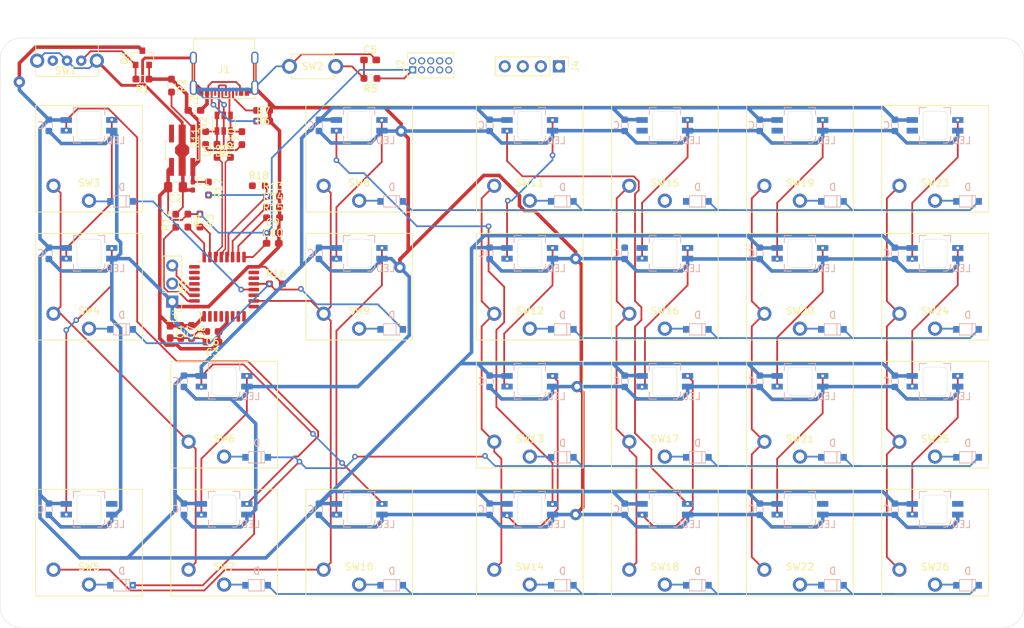
<source format=kicad_pcb>
(kicad_pcb (version 20171130) (host pcbnew "(5.1.10)-1")
  (layers (0 F.Cu signal) (31 B.Cu signal) (34 B.Paste user) (35 F.Paste user) (36 B.SilkS user) (37 F.SilkS user) (38 B.Mask user) (39 F.Mask user) (44 Edge.Cuts user))
  (net 0 "")
  (net 1 +5V)
  (net 2 GND)
  (net 3 +3V3)
  (net 4 /NRST)
  (net 5 "Net-(F1-Pad2)")
  (net 6 "Net-(J1-PadA6)")
  (net 7 "Net-(J1-PadA7)")
  (net 8 "Net-(J1-PadA5)")
  (net 9 "Net-(J1-PadB8)")
  (net 10 "Net-(J1-PadA8)")
  (net 11 "Net-(J1-PadB5)")
  (net 12 /SWDIO)
  (net 13 /SWCLK)
  (net 14 "Net-(J2-Pad6)")
  (net 15 "Net-(J2-Pad7)")
  (net 16 "Net-(J2-Pad8)")
  (net 17 "Net-(J3-Pad2)")
  (net 18 "Net-(J3-Pad3)")
  (net 19 "Net-(Q1-Pad1)")
  (net 20 +5VP)
  (net 21 "Net-(R2-Pad2)")
  (net 22 /USB_D-)
  (net 23 /USB_D+)
  (net 24 "Net-(R12-Pad1)")
  (net 25 "Net-(R13-Pad1)")
  (net 26 "Net-(R14-Pad1)")
  (net 27 "Net-(R15-Pad1)")
  (net 28 "Net-(R16-Pad1)")
  (net 29 "Net-(R18-Pad1)")
  (net 30 "Net-(SW1-Pad3)")
  (net 31 "Net-(SW11-Pad6)")
  (net 32 "Net-(SW3-PadD)")
  (net 33 "Net-(SW3-Pad4)")
  (net 34 "Net-(SW3-Pad2)")
  (net 35 "Net-(SW3-Pad5)")
  (net 36 "Net-(SW4-PadD)")
  (net 37 "Net-(SW4-Pad4)")
  (net 38 "Net-(SW10-Pad5)")
  (net 39 "Net-(SW5-PadD)")
  (net 40 "Net-(SW6-PadD)")
  (net 41 "Net-(SW10-Pad4)")
  (net 42 "Net-(SW6-Pad4)")
  (net 43 "Net-(SW7-PadD)")
  (net 44 "Net-(SW8-PadD)")
  (net 45 "Net-(SW14-Pad4)")
  (net 46 "Net-(SW8-Pad4)")
  (net 47 "Net-(SW9-PadD)")
  (net 48 "Net-(SW10-Pad2)")
  (net 49 "Net-(SW10-PadD)")
  (net 50 "Net-(SW11-PadD)")
  (net 51 "Net-(SW11-Pad4)")
  (net 52 "Net-(SW11-Pad2)")
  (net 53 "Net-(SW11-Pad5)")
  (net 54 "Net-(SW12-PadD)")
  (net 55 "Net-(SW12-Pad4)")
  (net 56 "Net-(SW13-PadD)")
  (net 57 "Net-(SW13-Pad4)")
  (net 58 "Net-(SW14-PadD)")
  (net 59 "Net-(SW15-Pad5)")
  (net 60 "Net-(SW15-PadD)")
  (net 61 "Net-(SW15-Pad2)")
  (net 62 "Net-(SW15-Pad4)")
  (net 63 "Net-(SW16-PadD)")
  (net 64 "Net-(SW16-Pad4)")
  (net 65 "Net-(SW17-PadD)")
  (net 66 "Net-(SW17-Pad4)")
  (net 67 "Net-(SW18-PadD)")
  (net 68 "Net-(SW19-Pad5)")
  (net 69 "Net-(SW19-PadD)")
  (net 70 "Net-(SW19-Pad2)")
  (net 71 "Net-(SW19-Pad4)")
  (net 72 "Net-(SW20-PadD)")
  (net 73 "Net-(SW20-Pad4)")
  (net 74 "Net-(SW21-PadD)")
  (net 75 "Net-(SW21-Pad4)")
  (net 76 "Net-(SW22-PadD)")
  (net 77 "Net-(SW23-PadD)")
  (net 78 "Net-(SW23-Pad4)")
  (net 79 "Net-(SW23-Pad2)")
  (net 80 "Net-(SW23-Pad5)")
  (net 81 "Net-(SW24-PadD)")
  (net 82 "Net-(SW24-Pad4)")
  (net 83 "Net-(SW25-PadD)")
  (net 84 "Net-(SW25-Pad4)")
  (net 85 "Net-(SW26-PadD)")
  (net 86 "Net-(U1-Pad3)")
  (net 87 "Net-(U3-Pad2)")
  (net 88 "Net-(U3-Pad3)")
  (net 89 "Net-(U3-Pad14)")
  (net 90 "Net-(U3-Pad15)")
  (net 91 "Net-(U3-Pad25)")
  (net 92 "Net-(U3-Pad26)")
  (net 93 "Net-(U3-Pad27)")
  (net 94 "Net-(U3-Pad28)")
  (module cnc-controller_Library:kailh_chocv1_unit (layer F.Cu) (at 86.5 42)
    (fp_text reference SW12 (at 0 3.4) (layer F.SilkS))
    (fp_text value sw_unit)
    (fp_text user C (at -6.8 -4.7) (layer B.SilkS) (effects (justify mirror)))
    (fp_text user D (at 4.6 4) (layer B.SilkS) (effects (justify mirror)))
    (fp_text user LED (at 3.725 -2.575) (layer B.SilkS) (effects (justify mirror)))
    (pad 3 smd roundrect (at -5.65 -3.9 270) (size 0.9 0.95) (layers B.Cu B.Paste B.Mask) (net 2 GND))
    (pad 1 smd roundrect (at -5.65 -5.5 270) (size 0.9 0.95) (layers B.Cu B.Paste B.Mask) (net 20 +5VP))
    (pad 6 smd rect (at 6.15 6) (size 0.9 0.95) (layers B.Cu B.Paste B.Mask) (net 28 "Net-(R16-Pad1)"))
    (pad D smd rect (at 3 6) (size 0.9 0.95) (layers B.Cu B.Paste B.Mask) (net 54 "Net-(SW12-PadD)"))
    (pad 3 smd rect (at 3.2 -3.95) (size 1.6 0.82) (layers B.Cu B.Paste B.Mask) (net 2 GND))
    (pad 4 smd rect (at 3.2 -5.45) (size 1.6 0.82) (layers B.Cu B.Paste B.Mask) (net 55 "Net-(SW12-Pad4)"))
    (pad 2 smd rect (at -3.2 -3.95) (size 1.6 0.82) (layers B.Cu B.Paste B.Mask) (net 51 "Net-(SW11-Pad4)"))
    (pad 1 smd rect (at -3.2 -5.45) (size 1.6 0.82) (layers B.Cu B.Paste B.Mask) (net 20 +5VP))
    (pad "" np_thru_hole circle (at 0 0) (size 3.4 3.4) (drill 3.4) (layers *.Cu *.Mask))
    (pad D thru_hole circle (at 0 5.9) (size 2 2) (drill 1.2) (layers *.Cu *.Mask) (net 54 "Net-(SW12-PadD)"))
    (pad 5 thru_hole circle (at -5 3.8) (size 2 2) (drill 1.2) (layers *.Cu *.Mask) (net 53 "Net-(SW11-Pad5)"))
    (pad "" np_thru_hole circle (at -5.5 0) (size 1.9 1.9) (drill 1.9) (layers *.Cu *.Mask))
    (pad "" np_thru_hole circle (at 5.5 0) (size 1.9 1.9) (drill 1.9) (layers *.Cu *.Mask))
  )
  (module Package_QFP:LQFP-32_7x7mm_P0.8mm (layer F.Cu) (at 43.5 42 90)
    (fp_text reference U3 (at 0 -5.88 90) (layer F.SilkS))
    (fp_text value STM32F042K6Tx)
    (pad 1 smd roundrect (at -4.175 -2.8 90) (size 1.5 0.5) (layers F.Cu F.Paste F.Mask) (net 3 +3V3))
    (pad 2 smd roundrect (at -4.175 -2 90) (size 1.5 0.5) (layers F.Cu F.Paste F.Mask) (net 87 "Net-(U3-Pad2)"))
    (pad 3 smd roundrect (at -4.175 -1.2 90) (size 1.5 0.5) (layers F.Cu F.Paste F.Mask) (net 88 "Net-(U3-Pad3)"))
    (pad 4 smd roundrect (at -4.175 -0.4 90) (size 1.5 0.5) (layers F.Cu F.Paste F.Mask) (net 4 /NRST))
    (pad 5 smd roundrect (at -4.175 0.4 90) (size 1.5 0.5) (layers F.Cu F.Paste F.Mask) (net 3 +3V3))
    (pad 6 smd roundrect (at -4.175 1.2 90) (size 1.5 0.5) (layers F.Cu F.Paste F.Mask) (net 80 "Net-(SW23-Pad5)"))
    (pad 7 smd roundrect (at -4.175 2 90) (size 1.5 0.5) (layers F.Cu F.Paste F.Mask) (net 68 "Net-(SW19-Pad5)"))
    (pad 8 smd roundrect (at -4.175 2.8 90) (size 1.5 0.5) (layers F.Cu F.Paste F.Mask) (net 59 "Net-(SW15-Pad5)"))
    (pad 9 smd roundrect (at -2.8 4.175 90) (size 0.5 1.5) (layers F.Cu F.Paste F.Mask) (net 53 "Net-(SW11-Pad5)"))
    (pad 10 smd roundrect (at -2 4.175 90) (size 0.5 1.5) (layers F.Cu F.Paste F.Mask) (net 38 "Net-(SW10-Pad5)"))
    (pad 11 smd roundrect (at -1.2 4.175 90) (size 0.5 1.5) (layers F.Cu F.Paste F.Mask) (net 35 "Net-(SW3-Pad5)"))
    (pad 12 smd roundrect (at -0.4 4.175 90) (size 0.5 1.5) (layers F.Cu F.Paste F.Mask) (net 31 "Net-(SW11-Pad6)"))
    (pad 13 smd roundrect (at 0.4 4.175 90) (size 0.5 1.5) (layers F.Cu F.Paste F.Mask) (net 28 "Net-(R16-Pad1)"))
    (pad 14 smd roundrect (at 1.2 4.175 90) (size 0.5 1.5) (layers F.Cu F.Paste F.Mask) (net 89 "Net-(U3-Pad14)"))
    (pad 15 smd roundrect (at 2 4.175 90) (size 0.5 1.5) (layers F.Cu F.Paste F.Mask) (net 90 "Net-(U3-Pad15)"))
    (pad 16 smd roundrect (at 2.8 4.175 90) (size 0.5 1.5) (layers F.Cu F.Paste F.Mask) (net 2 GND))
    (pad 17 smd roundrect (at 4.175 2.8 90) (size 1.5 0.5) (layers F.Cu F.Paste F.Mask) (net 3 +3V3))
    (pad 18 smd roundrect (at 4.175 2 90) (size 1.5 0.5) (layers F.Cu F.Paste F.Mask) (net 27 "Net-(R15-Pad1)"))
    (pad 19 smd roundrect (at 4.175 1.2 90) (size 1.5 0.5) (layers F.Cu F.Paste F.Mask) (net 26 "Net-(R14-Pad1)"))
    (pad 20 smd roundrect (at 4.175 0.4 90) (size 1.5 0.5) (layers F.Cu F.Paste F.Mask) (net 25 "Net-(R13-Pad1)"))
    (pad 21 smd roundrect (at 4.175 -0.4 90) (size 1.5 0.5) (layers F.Cu F.Paste F.Mask) (net 22 /USB_D-))
    (pad 22 smd roundrect (at 4.175 -1.2 90) (size 1.5 0.5) (layers F.Cu F.Paste F.Mask) (net 23 /USB_D+))
    (pad 23 smd roundrect (at 4.175 -2 90) (size 1.5 0.5) (layers F.Cu F.Paste F.Mask) (net 12 /SWDIO))
    (pad 24 smd roundrect (at 4.175 -2.8 90) (size 1.5 0.5) (layers F.Cu F.Paste F.Mask) (net 13 /SWCLK))
    (pad 25 smd roundrect (at 2.8 -4.175 90) (size 0.5 1.5) (layers F.Cu F.Paste F.Mask) (net 91 "Net-(U3-Pad25)"))
    (pad 26 smd roundrect (at 2 -4.175 90) (size 0.5 1.5) (layers F.Cu F.Paste F.Mask) (net 92 "Net-(U3-Pad26)"))
    (pad 27 smd roundrect (at 1.2 -4.175 90) (size 0.5 1.5) (layers F.Cu F.Paste F.Mask) (net 93 "Net-(U3-Pad27)"))
    (pad 28 smd roundrect (at 0.4 -4.175 90) (size 0.5 1.5) (layers F.Cu F.Paste F.Mask) (net 94 "Net-(U3-Pad28)"))
    (pad 29 smd roundrect (at -0.4 -4.175 90) (size 0.5 1.5) (layers F.Cu F.Paste F.Mask) (net 18 "Net-(J3-Pad3)"))
    (pad 30 smd roundrect (at -1.2 -4.175 90) (size 0.5 1.5) (layers F.Cu F.Paste F.Mask) (net 17 "Net-(J3-Pad2)"))
    (pad 31 smd roundrect (at -2 -4.175 90) (size 0.5 1.5) (layers F.Cu F.Paste F.Mask) (net 24 "Net-(R12-Pad1)"))
    (pad 32 smd roundrect (at -2.8 -4.175 90) (size 0.5 1.5) (layers F.Cu F.Paste F.Mask) (net 2 GND))
  )
  (module Package_TO_SOT_SMD:SOT-23-6 (layer F.Cu) (at 43.45 19 90)
    (fp_text reference U2 (at 0 -2.9 90) (layer F.SilkS))
    (fp_text value SN65220)
    (pad 5 smd rect (at 1.1 0 90) (size 1.06 0.65) (layers F.Cu F.Paste F.Mask) (net 2 GND))
    (pad 6 smd rect (at 1.1 -0.95 90) (size 1.06 0.65) (layers F.Cu F.Paste F.Mask) (net 6 "Net-(J1-PadA6)"))
    (pad 4 smd rect (at 1.1 0.95 90) (size 1.06 0.65) (layers F.Cu F.Paste F.Mask) (net 7 "Net-(J1-PadA7)"))
    (pad 4 smd rect (at -1.1 0.95 90) (size 1.06 0.65) (layers F.Cu F.Paste F.Mask) (net 7 "Net-(J1-PadA7)"))
    (pad 2 smd rect (at -1.1 0 90) (size 1.06 0.65) (layers F.Cu F.Paste F.Mask) (net 2 GND))
    (pad 6 smd rect (at -1.1 -0.95 90) (size 1.06 0.65) (layers F.Cu F.Paste F.Mask) (net 6 "Net-(J1-PadA6)"))
  )
  (module cnc-controller_Library:kailh_chocv1_unit (layer F.Cu) (at 24.5 24)
    (fp_text reference SW3 (at 0 3.4) (layer F.SilkS))
    (fp_text value sw_unit)
    (fp_text user C (at -6.8 -4.7) (layer B.SilkS) (effects (justify mirror)))
    (fp_text user D (at 4.6 4) (layer B.SilkS) (effects (justify mirror)))
    (fp_text user LED (at 3.725 -2.575) (layer B.SilkS) (effects (justify mirror)))
    (pad 3 smd roundrect (at -5.65 -3.9 270) (size 0.9 0.95) (layers B.Cu B.Paste B.Mask) (net 2 GND))
    (pad 1 smd roundrect (at -5.65 -5.5 270) (size 0.9 0.95) (layers B.Cu B.Paste B.Mask) (net 20 +5VP))
    (pad 6 smd rect (at 6.15 6) (size 0.9 0.95) (layers B.Cu B.Paste B.Mask) (net 31 "Net-(SW11-Pad6)"))
    (pad D smd rect (at 3 6) (size 0.9 0.95) (layers B.Cu B.Paste B.Mask) (net 32 "Net-(SW3-PadD)"))
    (pad 3 smd rect (at 3.2 -3.95) (size 1.6 0.82) (layers B.Cu B.Paste B.Mask) (net 2 GND))
    (pad 4 smd rect (at 3.2 -5.45) (size 1.6 0.82) (layers B.Cu B.Paste B.Mask) (net 33 "Net-(SW3-Pad4)"))
    (pad 2 smd rect (at -3.2 -3.95) (size 1.6 0.82) (layers B.Cu B.Paste B.Mask) (net 34 "Net-(SW3-Pad2)"))
    (pad 1 smd rect (at -3.2 -5.45) (size 1.6 0.82) (layers B.Cu B.Paste B.Mask) (net 20 +5VP))
    (pad "" np_thru_hole circle (at 0 0) (size 3.4 3.4) (drill 3.4) (layers *.Cu *.Mask))
    (pad D thru_hole circle (at 0 5.9) (size 2 2) (drill 1.2) (layers *.Cu *.Mask) (net 32 "Net-(SW3-PadD)"))
    (pad 5 thru_hole circle (at -5 3.8) (size 2 2) (drill 1.2) (layers *.Cu *.Mask) (net 35 "Net-(SW3-Pad5)"))
    (pad "" np_thru_hole circle (at -5.5 0) (size 1.9 1.9) (drill 1.9) (layers *.Cu *.Mask))
    (pad "" np_thru_hole circle (at 5.5 0) (size 1.9 1.9) (drill 1.9) (layers *.Cu *.Mask))
  )
  (module cnc-controller_Library:kailh_chocv1_unit (layer F.Cu) (at 24.5 42)
    (fp_text reference SW4 (at 0 3.4) (layer F.SilkS))
    (fp_text value sw_unit)
    (fp_text user C (at -6.8 -4.7) (layer B.SilkS) (effects (justify mirror)))
    (fp_text user D (at 4.6 4) (layer B.SilkS) (effects (justify mirror)))
    (fp_text user LED (at 3.725 -2.575) (layer B.SilkS) (effects (justify mirror)))
    (pad 3 smd roundrect (at -5.65 -3.9 270) (size 0.9 0.95) (layers B.Cu B.Paste B.Mask) (net 2 GND))
    (pad 1 smd roundrect (at -5.65 -5.5 270) (size 0.9 0.95) (layers B.Cu B.Paste B.Mask) (net 20 +5VP))
    (pad 6 smd rect (at 6.15 6) (size 0.9 0.95) (layers B.Cu B.Paste B.Mask) (net 28 "Net-(R16-Pad1)"))
    (pad D smd rect (at 3 6) (size 0.9 0.95) (layers B.Cu B.Paste B.Mask) (net 36 "Net-(SW4-PadD)"))
    (pad 3 smd rect (at 3.2 -3.95) (size 1.6 0.82) (layers B.Cu B.Paste B.Mask) (net 2 GND))
    (pad 4 smd rect (at 3.2 -5.45) (size 1.6 0.82) (layers B.Cu B.Paste B.Mask) (net 37 "Net-(SW4-Pad4)"))
    (pad 2 smd rect (at -3.2 -3.95) (size 1.6 0.82) (layers B.Cu B.Paste B.Mask) (net 33 "Net-(SW3-Pad4)"))
    (pad 1 smd rect (at -3.2 -5.45) (size 1.6 0.82) (layers B.Cu B.Paste B.Mask) (net 20 +5VP))
    (pad "" np_thru_hole circle (at 0 0) (size 3.4 3.4) (drill 3.4) (layers *.Cu *.Mask))
    (pad D thru_hole circle (at 0 5.9) (size 2 2) (drill 1.2) (layers *.Cu *.Mask) (net 36 "Net-(SW4-PadD)"))
    (pad 5 thru_hole circle (at -5 3.8) (size 2 2) (drill 1.2) (layers *.Cu *.Mask) (net 35 "Net-(SW3-Pad5)"))
    (pad "" np_thru_hole circle (at -5.5 0) (size 1.9 1.9) (drill 1.9) (layers *.Cu *.Mask))
    (pad "" np_thru_hole circle (at 5.5 0) (size 1.9 1.9) (drill 1.9) (layers *.Cu *.Mask))
  )
  (module cnc-controller_Library:kailh_chocv1_unit (layer F.Cu) (at 24.5 78)
    (fp_text reference SW5 (at 0 3.4) (layer F.SilkS))
    (fp_text value sw_unit)
    (fp_text user C (at -6.8 -4.7) (layer B.SilkS) (effects (justify mirror)))
    (fp_text user D (at 4.6 4) (layer B.SilkS) (effects (justify mirror)))
    (fp_text user LED (at 3.725 -2.575) (layer B.SilkS) (effects (justify mirror)))
    (pad 3 smd roundrect (at -5.65 -3.9 270) (size 0.9 0.95) (layers B.Cu B.Paste B.Mask) (net 2 GND))
    (pad 1 smd roundrect (at -5.65 -5.5 270) (size 0.9 0.95) (layers B.Cu B.Paste B.Mask) (net 20 +5VP))
    (pad 6 smd rect (at 6.15 6) (size 0.9 0.95) (layers B.Cu B.Paste B.Mask) (net 27 "Net-(R15-Pad1)"))
    (pad D smd rect (at 3 6) (size 0.9 0.95) (layers B.Cu B.Paste B.Mask) (net 39 "Net-(SW5-PadD)"))
    (pad 3 smd rect (at 3.2 -3.95) (size 1.6 0.82) (layers B.Cu B.Paste B.Mask) (net 2 GND))
    (pad 4 smd rect (at 3.2 -5.45) (size 1.6 0.82) (layers B.Cu B.Paste B.Mask) (net 29 "Net-(R18-Pad1)"))
    (pad 2 smd rect (at -3.2 -3.95) (size 1.6 0.82) (layers B.Cu B.Paste B.Mask) (net 37 "Net-(SW4-Pad4)"))
    (pad 1 smd rect (at -3.2 -5.45) (size 1.6 0.82) (layers B.Cu B.Paste B.Mask) (net 20 +5VP))
    (pad "" np_thru_hole circle (at 0 0) (size 3.4 3.4) (drill 3.4) (layers *.Cu *.Mask))
    (pad D thru_hole circle (at 0 5.9) (size 2 2) (drill 1.2) (layers *.Cu *.Mask) (net 39 "Net-(SW5-PadD)"))
    (pad 5 thru_hole circle (at -5 3.8) (size 2 2) (drill 1.2) (layers *.Cu *.Mask) (net 38 "Net-(SW10-Pad5)"))
    (pad "" np_thru_hole circle (at -5.5 0) (size 1.9 1.9) (drill 1.9) (layers *.Cu *.Mask))
    (pad "" np_thru_hole circle (at 5.5 0) (size 1.9 1.9) (drill 1.9) (layers *.Cu *.Mask))
  )
  (module cnc-controller_Library:kailh_chocv1_unit (layer F.Cu) (at 43.5 60)
    (fp_text reference SW6 (at 0 3.4) (layer F.SilkS))
    (fp_text value sw_unit)
    (fp_text user C (at -6.8 -4.7) (layer B.SilkS) (effects (justify mirror)))
    (fp_text user D (at 4.6 4) (layer B.SilkS) (effects (justify mirror)))
    (fp_text user LED (at 3.725 -2.575) (layer B.SilkS) (effects (justify mirror)))
    (pad 3 smd roundrect (at -5.65 -3.9 270) (size 0.9 0.95) (layers B.Cu B.Paste B.Mask) (net 2 GND))
    (pad 1 smd roundrect (at -5.65 -5.5 270) (size 0.9 0.95) (layers B.Cu B.Paste B.Mask) (net 20 +5VP))
    (pad 6 smd rect (at 6.15 6) (size 0.9 0.95) (layers B.Cu B.Paste B.Mask) (net 27 "Net-(R15-Pad1)"))
    (pad D smd rect (at 3 6) (size 0.9 0.95) (layers B.Cu B.Paste B.Mask) (net 40 "Net-(SW6-PadD)"))
    (pad 3 smd rect (at 3.2 -3.95) (size 1.6 0.82) (layers B.Cu B.Paste B.Mask) (net 2 GND))
    (pad 4 smd rect (at 3.2 -5.45) (size 1.6 0.82) (layers B.Cu B.Paste B.Mask) (net 42 "Net-(SW6-Pad4)"))
    (pad 2 smd rect (at -3.2 -3.95) (size 1.6 0.82) (layers B.Cu B.Paste B.Mask) (net 41 "Net-(SW10-Pad4)"))
    (pad 1 smd rect (at -3.2 -5.45) (size 1.6 0.82) (layers B.Cu B.Paste B.Mask) (net 20 +5VP))
    (pad "" np_thru_hole circle (at 0 0) (size 3.4 3.4) (drill 3.4) (layers *.Cu *.Mask))
    (pad D thru_hole circle (at 0 5.9) (size 2 2) (drill 1.2) (layers *.Cu *.Mask) (net 40 "Net-(SW6-PadD)"))
    (pad 5 thru_hole circle (at -5 3.8) (size 2 2) (drill 1.2) (layers *.Cu *.Mask) (net 35 "Net-(SW3-Pad5)"))
    (pad "" np_thru_hole circle (at -5.5 0) (size 1.9 1.9) (drill 1.9) (layers *.Cu *.Mask))
    (pad "" np_thru_hole circle (at 5.5 0) (size 1.9 1.9) (drill 1.9) (layers *.Cu *.Mask))
  )
  (module cnc-controller_Library:kailh_chocv1_unit (layer F.Cu) (at 43.5 78)
    (fp_text reference SW7 (at 0 3.4) (layer F.SilkS))
    (fp_text value sw_unit)
    (fp_text user C (at -6.8 -4.7) (layer B.SilkS) (effects (justify mirror)))
    (fp_text user D (at 4.6 4) (layer B.SilkS) (effects (justify mirror)))
    (fp_text user LED (at 3.725 -2.575) (layer B.SilkS) (effects (justify mirror)))
    (pad 3 smd roundrect (at -5.65 -3.9 270) (size 0.9 0.95) (layers B.Cu B.Paste B.Mask) (net 2 GND))
    (pad 1 smd roundrect (at -5.65 -5.5 270) (size 0.9 0.95) (layers B.Cu B.Paste B.Mask) (net 20 +5VP))
    (pad 6 smd rect (at 6.15 6) (size 0.9 0.95) (layers B.Cu B.Paste B.Mask) (net 26 "Net-(R14-Pad1)"))
    (pad D smd rect (at 3 6) (size 0.9 0.95) (layers B.Cu B.Paste B.Mask) (net 43 "Net-(SW7-PadD)"))
    (pad 3 smd rect (at 3.2 -3.95) (size 1.6 0.82) (layers B.Cu B.Paste B.Mask) (net 2 GND))
    (pad 4 smd rect (at 3.2 -5.45) (size 1.6 0.82) (layers B.Cu B.Paste B.Mask) (net 34 "Net-(SW3-Pad2)"))
    (pad 2 smd rect (at -3.2 -3.95) (size 1.6 0.82) (layers B.Cu B.Paste B.Mask) (net 42 "Net-(SW6-Pad4)"))
    (pad 1 smd rect (at -3.2 -5.45) (size 1.6 0.82) (layers B.Cu B.Paste B.Mask) (net 20 +5VP))
    (pad "" np_thru_hole circle (at 0 0) (size 3.4 3.4) (drill 3.4) (layers *.Cu *.Mask))
    (pad D thru_hole circle (at 0 5.9) (size 2 2) (drill 1.2) (layers *.Cu *.Mask) (net 43 "Net-(SW7-PadD)"))
    (pad 5 thru_hole circle (at -5 3.8) (size 2 2) (drill 1.2) (layers *.Cu *.Mask) (net 35 "Net-(SW3-Pad5)"))
    (pad "" np_thru_hole circle (at -5.5 0) (size 1.9 1.9) (drill 1.9) (layers *.Cu *.Mask))
    (pad "" np_thru_hole circle (at 5.5 0) (size 1.9 1.9) (drill 1.9) (layers *.Cu *.Mask))
  )
  (module cnc-controller_Library:kailh_chocv1_unit (layer F.Cu) (at 62.5 24)
    (fp_text reference SW8 (at 0 3.4) (layer F.SilkS))
    (fp_text value sw_unit)
    (fp_text user C (at -6.8 -4.7) (layer B.SilkS) (effects (justify mirror)))
    (fp_text user D (at 4.6 4) (layer B.SilkS) (effects (justify mirror)))
    (fp_text user LED (at 3.725 -2.575) (layer B.SilkS) (effects (justify mirror)))
    (pad 3 smd roundrect (at -5.65 -3.9 270) (size 0.9 0.95) (layers B.Cu B.Paste B.Mask) (net 2 GND))
    (pad 1 smd roundrect (at -5.65 -5.5 270) (size 0.9 0.95) (layers B.Cu B.Paste B.Mask) (net 20 +5VP))
    (pad 6 smd rect (at 6.15 6) (size 0.9 0.95) (layers B.Cu B.Paste B.Mask) (net 31 "Net-(SW11-Pad6)"))
    (pad D smd rect (at 3 6) (size 0.9 0.95) (layers B.Cu B.Paste B.Mask) (net 44 "Net-(SW8-PadD)"))
    (pad 3 smd rect (at 3.2 -3.95) (size 1.6 0.82) (layers B.Cu B.Paste B.Mask) (net 2 GND))
    (pad 4 smd rect (at 3.2 -5.45) (size 1.6 0.82) (layers B.Cu B.Paste B.Mask) (net 46 "Net-(SW8-Pad4)"))
    (pad 2 smd rect (at -3.2 -3.95) (size 1.6 0.82) (layers B.Cu B.Paste B.Mask) (net 45 "Net-(SW14-Pad4)"))
    (pad 1 smd rect (at -3.2 -5.45) (size 1.6 0.82) (layers B.Cu B.Paste B.Mask) (net 20 +5VP))
    (pad "" np_thru_hole circle (at 0 0) (size 3.4 3.4) (drill 3.4) (layers *.Cu *.Mask))
    (pad D thru_hole circle (at 0 5.9) (size 2 2) (drill 1.2) (layers *.Cu *.Mask) (net 44 "Net-(SW8-PadD)"))
    (pad 5 thru_hole circle (at -5 3.8) (size 2 2) (drill 1.2) (layers *.Cu *.Mask) (net 38 "Net-(SW10-Pad5)"))
    (pad "" np_thru_hole circle (at -5.5 0) (size 1.9 1.9) (drill 1.9) (layers *.Cu *.Mask))
    (pad "" np_thru_hole circle (at 5.5 0) (size 1.9 1.9) (drill 1.9) (layers *.Cu *.Mask))
  )
  (module cnc-controller_Library:kailh_chocv1_unit (layer F.Cu) (at 62.5 42)
    (fp_text reference SW9 (at 0 3.4) (layer F.SilkS))
    (fp_text value sw_unit)
    (fp_text user C (at -6.8 -4.7) (layer B.SilkS) (effects (justify mirror)))
    (fp_text user D (at 4.6 4) (layer B.SilkS) (effects (justify mirror)))
    (fp_text user LED (at 3.725 -2.575) (layer B.SilkS) (effects (justify mirror)))
    (pad 3 smd roundrect (at -5.65 -3.9 270) (size 0.9 0.95) (layers B.Cu B.Paste B.Mask) (net 2 GND))
    (pad 1 smd roundrect (at -5.65 -5.5 270) (size 0.9 0.95) (layers B.Cu B.Paste B.Mask) (net 20 +5VP))
    (pad 6 smd rect (at 6.15 6) (size 0.9 0.95) (layers B.Cu B.Paste B.Mask) (net 28 "Net-(R16-Pad1)"))
    (pad D smd rect (at 3 6) (size 0.9 0.95) (layers B.Cu B.Paste B.Mask) (net 47 "Net-(SW9-PadD)"))
    (pad 3 smd rect (at 3.2 -3.95) (size 1.6 0.82) (layers B.Cu B.Paste B.Mask) (net 2 GND))
    (pad 4 smd rect (at 3.2 -5.45) (size 1.6 0.82) (layers B.Cu B.Paste B.Mask) (net 48 "Net-(SW10-Pad2)"))
    (pad 2 smd rect (at -3.2 -3.95) (size 1.6 0.82) (layers B.Cu B.Paste B.Mask) (net 46 "Net-(SW8-Pad4)"))
    (pad 1 smd rect (at -3.2 -5.45) (size 1.6 0.82) (layers B.Cu B.Paste B.Mask) (net 20 +5VP))
    (pad "" np_thru_hole circle (at 0 0) (size 3.4 3.4) (drill 3.4) (layers *.Cu *.Mask))
    (pad D thru_hole circle (at 0 5.9) (size 2 2) (drill 1.2) (layers *.Cu *.Mask) (net 47 "Net-(SW9-PadD)"))
    (pad 5 thru_hole circle (at -5 3.8) (size 2 2) (drill 1.2) (layers *.Cu *.Mask) (net 38 "Net-(SW10-Pad5)"))
    (pad "" np_thru_hole circle (at -5.5 0) (size 1.9 1.9) (drill 1.9) (layers *.Cu *.Mask))
    (pad "" np_thru_hole circle (at 5.5 0) (size 1.9 1.9) (drill 1.9) (layers *.Cu *.Mask))
  )
  (module cnc-controller_Library:kailh_chocv1_unit (layer F.Cu) (at 62.5 78)
    (fp_text reference SW10 (at 0 3.4) (layer F.SilkS))
    (fp_text value sw_unit)
    (fp_text user C (at -6.8 -4.7) (layer B.SilkS) (effects (justify mirror)))
    (fp_text user D (at 4.6 4) (layer B.SilkS) (effects (justify mirror)))
    (fp_text user LED (at 3.725 -2.575) (layer B.SilkS) (effects (justify mirror)))
    (pad 3 smd roundrect (at -5.65 -3.9 270) (size 0.9 0.95) (layers B.Cu B.Paste B.Mask) (net 2 GND))
    (pad 1 smd roundrect (at -5.65 -5.5 270) (size 0.9 0.95) (layers B.Cu B.Paste B.Mask) (net 20 +5VP))
    (pad 6 smd rect (at 6.15 6) (size 0.9 0.95) (layers B.Cu B.Paste B.Mask) (net 26 "Net-(R14-Pad1)"))
    (pad D smd rect (at 3 6) (size 0.9 0.95) (layers B.Cu B.Paste B.Mask) (net 49 "Net-(SW10-PadD)"))
    (pad 3 smd rect (at 3.2 -3.95) (size 1.6 0.82) (layers B.Cu B.Paste B.Mask) (net 2 GND))
    (pad 4 smd rect (at 3.2 -5.45) (size 1.6 0.82) (layers B.Cu B.Paste B.Mask) (net 41 "Net-(SW10-Pad4)"))
    (pad 2 smd rect (at -3.2 -3.95) (size 1.6 0.82) (layers B.Cu B.Paste B.Mask) (net 48 "Net-(SW10-Pad2)"))
    (pad 1 smd rect (at -3.2 -5.45) (size 1.6 0.82) (layers B.Cu B.Paste B.Mask) (net 20 +5VP))
    (pad "" np_thru_hole circle (at 0 0) (size 3.4 3.4) (drill 3.4) (layers *.Cu *.Mask))
    (pad D thru_hole circle (at 0 5.9) (size 2 2) (drill 1.2) (layers *.Cu *.Mask) (net 49 "Net-(SW10-PadD)"))
    (pad 5 thru_hole circle (at -5 3.8) (size 2 2) (drill 1.2) (layers *.Cu *.Mask) (net 38 "Net-(SW10-Pad5)"))
    (pad "" np_thru_hole circle (at -5.5 0) (size 1.9 1.9) (drill 1.9) (layers *.Cu *.Mask))
    (pad "" np_thru_hole circle (at 5.5 0) (size 1.9 1.9) (drill 1.9) (layers *.Cu *.Mask))
  )
  (module cnc-controller_Library:kailh_chocv1_unit (layer F.Cu) (at 86.5 24)
    (fp_text reference SW11 (at 0 3.4) (layer F.SilkS))
    (fp_text value sw_unit)
    (fp_text user C (at -6.8 -4.7) (layer B.SilkS) (effects (justify mirror)))
    (fp_text user D (at 4.6 4) (layer B.SilkS) (effects (justify mirror)))
    (fp_text user LED (at 3.725 -2.575) (layer B.SilkS) (effects (justify mirror)))
    (pad 3 smd roundrect (at -5.65 -3.9 270) (size 0.9 0.95) (layers B.Cu B.Paste B.Mask) (net 2 GND))
    (pad 1 smd roundrect (at -5.65 -5.5 270) (size 0.9 0.95) (layers B.Cu B.Paste B.Mask) (net 20 +5VP))
    (pad 6 smd rect (at 6.15 6) (size 0.9 0.95) (layers B.Cu B.Paste B.Mask) (net 31 "Net-(SW11-Pad6)"))
    (pad D smd rect (at 3 6) (size 0.9 0.95) (layers B.Cu B.Paste B.Mask) (net 50 "Net-(SW11-PadD)"))
    (pad 3 smd rect (at 3.2 -3.95) (size 1.6 0.82) (layers B.Cu B.Paste B.Mask) (net 2 GND))
    (pad 4 smd rect (at 3.2 -5.45) (size 1.6 0.82) (layers B.Cu B.Paste B.Mask) (net 51 "Net-(SW11-Pad4)"))
    (pad 2 smd rect (at -3.2 -3.95) (size 1.6 0.82) (layers B.Cu B.Paste B.Mask) (net 52 "Net-(SW11-Pad2)"))
    (pad 1 smd rect (at -3.2 -5.45) (size 1.6 0.82) (layers B.Cu B.Paste B.Mask) (net 20 +5VP))
    (pad "" np_thru_hole circle (at 0 0) (size 3.4 3.4) (drill 3.4) (layers *.Cu *.Mask))
    (pad D thru_hole circle (at 0 5.9) (size 2 2) (drill 1.2) (layers *.Cu *.Mask) (net 50 "Net-(SW11-PadD)"))
    (pad 5 thru_hole circle (at -5 3.8) (size 2 2) (drill 1.2) (layers *.Cu *.Mask) (net 53 "Net-(SW11-Pad5)"))
    (pad "" np_thru_hole circle (at -5.5 0) (size 1.9 1.9) (drill 1.9) (layers *.Cu *.Mask))
    (pad "" np_thru_hole circle (at 5.5 0) (size 1.9 1.9) (drill 1.9) (layers *.Cu *.Mask))
  )
  (module cnc-controller_Library:kailh_chocv1_unit (layer F.Cu) (at 86.5 60)
    (fp_text reference SW13 (at 0 3.4) (layer F.SilkS))
    (fp_text value sw_unit)
    (fp_text user C (at -6.8 -4.7) (layer B.SilkS) (effects (justify mirror)))
    (fp_text user D (at 4.6 4) (layer B.SilkS) (effects (justify mirror)))
    (fp_text user LED (at 3.725 -2.575) (layer B.SilkS) (effects (justify mirror)))
    (pad 3 smd roundrect (at -5.65 -3.9 270) (size 0.9 0.95) (layers B.Cu B.Paste B.Mask) (net 2 GND))
    (pad 1 smd roundrect (at -5.65 -5.5 270) (size 0.9 0.95) (layers B.Cu B.Paste B.Mask) (net 20 +5VP))
    (pad 6 smd rect (at 6.15 6) (size 0.9 0.95) (layers B.Cu B.Paste B.Mask) (net 27 "Net-(R15-Pad1)"))
    (pad D smd rect (at 3 6) (size 0.9 0.95) (layers B.Cu B.Paste B.Mask) (net 56 "Net-(SW13-PadD)"))
    (pad 3 smd rect (at 3.2 -3.95) (size 1.6 0.82) (layers B.Cu B.Paste B.Mask) (net 2 GND))
    (pad 4 smd rect (at 3.2 -5.45) (size 1.6 0.82) (layers B.Cu B.Paste B.Mask) (net 57 "Net-(SW13-Pad4)"))
    (pad 2 smd rect (at -3.2 -3.95) (size 1.6 0.82) (layers B.Cu B.Paste B.Mask) (net 55 "Net-(SW12-Pad4)"))
    (pad 1 smd rect (at -3.2 -5.45) (size 1.6 0.82) (layers B.Cu B.Paste B.Mask) (net 20 +5VP))
    (pad "" np_thru_hole circle (at 0 0) (size 3.4 3.4) (drill 3.4) (layers *.Cu *.Mask))
    (pad D thru_hole circle (at 0 5.9) (size 2 2) (drill 1.2) (layers *.Cu *.Mask) (net 56 "Net-(SW13-PadD)"))
    (pad 5 thru_hole circle (at -5 3.8) (size 2 2) (drill 1.2) (layers *.Cu *.Mask) (net 53 "Net-(SW11-Pad5)"))
    (pad "" np_thru_hole circle (at -5.5 0) (size 1.9 1.9) (drill 1.9) (layers *.Cu *.Mask))
    (pad "" np_thru_hole circle (at 5.5 0) (size 1.9 1.9) (drill 1.9) (layers *.Cu *.Mask))
  )
  (module cnc-controller_Library:kailh_chocv1_unit (layer F.Cu) (at 86.5 78)
    (fp_text reference SW14 (at 0 3.4) (layer F.SilkS))
    (fp_text value sw_unit)
    (fp_text user C (at -6.8 -4.7) (layer B.SilkS) (effects (justify mirror)))
    (fp_text user D (at 4.6 4) (layer B.SilkS) (effects (justify mirror)))
    (fp_text user LED (at 3.725 -2.575) (layer B.SilkS) (effects (justify mirror)))
    (pad 3 smd roundrect (at -5.65 -3.9 270) (size 0.9 0.95) (layers B.Cu B.Paste B.Mask) (net 2 GND))
    (pad 1 smd roundrect (at -5.65 -5.5 270) (size 0.9 0.95) (layers B.Cu B.Paste B.Mask) (net 20 +5VP))
    (pad 6 smd rect (at 6.15 6) (size 0.9 0.95) (layers B.Cu B.Paste B.Mask) (net 26 "Net-(R14-Pad1)"))
    (pad D smd rect (at 3 6) (size 0.9 0.95) (layers B.Cu B.Paste B.Mask) (net 58 "Net-(SW14-PadD)"))
    (pad 3 smd rect (at 3.2 -3.95) (size 1.6 0.82) (layers B.Cu B.Paste B.Mask) (net 2 GND))
    (pad 4 smd rect (at 3.2 -5.45) (size 1.6 0.82) (layers B.Cu B.Paste B.Mask) (net 45 "Net-(SW14-Pad4)"))
    (pad 2 smd rect (at -3.2 -3.95) (size 1.6 0.82) (layers B.Cu B.Paste B.Mask) (net 57 "Net-(SW13-Pad4)"))
    (pad 1 smd rect (at -3.2 -5.45) (size 1.6 0.82) (layers B.Cu B.Paste B.Mask) (net 20 +5VP))
    (pad "" np_thru_hole circle (at 0 0) (size 3.4 3.4) (drill 3.4) (layers *.Cu *.Mask))
    (pad D thru_hole circle (at 0 5.9) (size 2 2) (drill 1.2) (layers *.Cu *.Mask) (net 58 "Net-(SW14-PadD)"))
    (pad 5 thru_hole circle (at -5 3.8) (size 2 2) (drill 1.2) (layers *.Cu *.Mask) (net 53 "Net-(SW11-Pad5)"))
    (pad "" np_thru_hole circle (at -5.5 0) (size 1.9 1.9) (drill 1.9) (layers *.Cu *.Mask))
    (pad "" np_thru_hole circle (at 5.5 0) (size 1.9 1.9) (drill 1.9) (layers *.Cu *.Mask))
  )
  (module cnc-controller_Library:kailh_chocv1_unit (layer F.Cu) (at 105.5 24)
    (fp_text reference SW15 (at 0 3.4) (layer F.SilkS))
    (fp_text value sw_unit)
    (fp_text user C (at -6.8 -4.7) (layer B.SilkS) (effects (justify mirror)))
    (fp_text user D (at 4.6 4) (layer B.SilkS) (effects (justify mirror)))
    (fp_text user LED (at 3.725 -2.575) (layer B.SilkS) (effects (justify mirror)))
    (pad 3 smd roundrect (at -5.65 -3.9 270) (size 0.9 0.95) (layers B.Cu B.Paste B.Mask) (net 2 GND))
    (pad 1 smd roundrect (at -5.65 -5.5 270) (size 0.9 0.95) (layers B.Cu B.Paste B.Mask) (net 20 +5VP))
    (pad 6 smd rect (at 6.15 6) (size 0.9 0.95) (layers B.Cu B.Paste B.Mask) (net 31 "Net-(SW11-Pad6)"))
    (pad D smd rect (at 3 6) (size 0.9 0.95) (layers B.Cu B.Paste B.Mask) (net 60 "Net-(SW15-PadD)"))
    (pad 3 smd rect (at 3.2 -3.95) (size 1.6 0.82) (layers B.Cu B.Paste B.Mask) (net 2 GND))
    (pad 4 smd rect (at 3.2 -5.45) (size 1.6 0.82) (layers B.Cu B.Paste B.Mask) (net 62 "Net-(SW15-Pad4)"))
    (pad 2 smd rect (at -3.2 -3.95) (size 1.6 0.82) (layers B.Cu B.Paste B.Mask) (net 61 "Net-(SW15-Pad2)"))
    (pad 1 smd rect (at -3.2 -5.45) (size 1.6 0.82) (layers B.Cu B.Paste B.Mask) (net 20 +5VP))
    (pad "" np_thru_hole circle (at 0 0) (size 3.4 3.4) (drill 3.4) (layers *.Cu *.Mask))
    (pad D thru_hole circle (at 0 5.9) (size 2 2) (drill 1.2) (layers *.Cu *.Mask) (net 60 "Net-(SW15-PadD)"))
    (pad 5 thru_hole circle (at -5 3.8) (size 2 2) (drill 1.2) (layers *.Cu *.Mask) (net 59 "Net-(SW15-Pad5)"))
    (pad "" np_thru_hole circle (at -5.5 0) (size 1.9 1.9) (drill 1.9) (layers *.Cu *.Mask))
    (pad "" np_thru_hole circle (at 5.5 0) (size 1.9 1.9) (drill 1.9) (layers *.Cu *.Mask))
  )
  (module cnc-controller_Library:kailh_chocv1_unit (layer F.Cu) (at 105.5 42)
    (fp_text reference SW16 (at 0 3.4) (layer F.SilkS))
    (fp_text value sw_unit)
    (fp_text user C (at -6.8 -4.7) (layer B.SilkS) (effects (justify mirror)))
    (fp_text user D (at 4.6 4) (layer B.SilkS) (effects (justify mirror)))
    (fp_text user LED (at 3.725 -2.575) (layer B.SilkS) (effects (justify mirror)))
    (pad 3 smd roundrect (at -5.65 -3.9 270) (size 0.9 0.95) (layers B.Cu B.Paste B.Mask) (net 2 GND))
    (pad 1 smd roundrect (at -5.65 -5.5 270) (size 0.9 0.95) (layers B.Cu B.Paste B.Mask) (net 20 +5VP))
    (pad 6 smd rect (at 6.15 6) (size 0.9 0.95) (layers B.Cu B.Paste B.Mask) (net 28 "Net-(R16-Pad1)"))
    (pad D smd rect (at 3 6) (size 0.9 0.95) (layers B.Cu B.Paste B.Mask) (net 63 "Net-(SW16-PadD)"))
    (pad 3 smd rect (at 3.2 -3.95) (size 1.6 0.82) (layers B.Cu B.Paste B.Mask) (net 2 GND))
    (pad 4 smd rect (at 3.2 -5.45) (size 1.6 0.82) (layers B.Cu B.Paste B.Mask) (net 64 "Net-(SW16-Pad4)"))
    (pad 2 smd rect (at -3.2 -3.95) (size 1.6 0.82) (layers B.Cu B.Paste B.Mask) (net 62 "Net-(SW15-Pad4)"))
    (pad 1 smd rect (at -3.2 -5.45) (size 1.6 0.82) (layers B.Cu B.Paste B.Mask) (net 20 +5VP))
    (pad "" np_thru_hole circle (at 0 0) (size 3.4 3.4) (drill 3.4) (layers *.Cu *.Mask))
    (pad D thru_hole circle (at 0 5.9) (size 2 2) (drill 1.2) (layers *.Cu *.Mask) (net 63 "Net-(SW16-PadD)"))
    (pad 5 thru_hole circle (at -5 3.8) (size 2 2) (drill 1.2) (layers *.Cu *.Mask) (net 59 "Net-(SW15-Pad5)"))
    (pad "" np_thru_hole circle (at -5.5 0) (size 1.9 1.9) (drill 1.9) (layers *.Cu *.Mask))
    (pad "" np_thru_hole circle (at 5.5 0) (size 1.9 1.9) (drill 1.9) (layers *.Cu *.Mask))
  )
  (module cnc-controller_Library:kailh_chocv1_unit (layer F.Cu) (at 105.5 60)
    (fp_text reference SW17 (at 0 3.4) (layer F.SilkS))
    (fp_text value sw_unit)
    (fp_text user C (at -6.8 -4.7) (layer B.SilkS) (effects (justify mirror)))
    (fp_text user D (at 4.6 4) (layer B.SilkS) (effects (justify mirror)))
    (fp_text user LED (at 3.725 -2.575) (layer B.SilkS) (effects (justify mirror)))
    (pad 3 smd roundrect (at -5.65 -3.9 270) (size 0.9 0.95) (layers B.Cu B.Paste B.Mask) (net 2 GND))
    (pad 1 smd roundrect (at -5.65 -5.5 270) (size 0.9 0.95) (layers B.Cu B.Paste B.Mask) (net 20 +5VP))
    (pad 6 smd rect (at 6.15 6) (size 0.9 0.95) (layers B.Cu B.Paste B.Mask) (net 27 "Net-(R15-Pad1)"))
    (pad D smd rect (at 3 6) (size 0.9 0.95) (layers B.Cu B.Paste B.Mask) (net 65 "Net-(SW17-PadD)"))
    (pad 3 smd rect (at 3.2 -3.95) (size 1.6 0.82) (layers B.Cu B.Paste B.Mask) (net 2 GND))
    (pad 4 smd rect (at 3.2 -5.45) (size 1.6 0.82) (layers B.Cu B.Paste B.Mask) (net 66 "Net-(SW17-Pad4)"))
    (pad 2 smd rect (at -3.2 -3.95) (size 1.6 0.82) (layers B.Cu B.Paste B.Mask) (net 64 "Net-(SW16-Pad4)"))
    (pad 1 smd rect (at -3.2 -5.45) (size 1.6 0.82) (layers B.Cu B.Paste B.Mask) (net 20 +5VP))
    (pad "" np_thru_hole circle (at 0 0) (size 3.4 3.4) (drill 3.4) (layers *.Cu *.Mask))
    (pad D thru_hole circle (at 0 5.9) (size 2 2) (drill 1.2) (layers *.Cu *.Mask) (net 65 "Net-(SW17-PadD)"))
    (pad 5 thru_hole circle (at -5 3.8) (size 2 2) (drill 1.2) (layers *.Cu *.Mask) (net 59 "Net-(SW15-Pad5)"))
    (pad "" np_thru_hole circle (at -5.5 0) (size 1.9 1.9) (drill 1.9) (layers *.Cu *.Mask))
    (pad "" np_thru_hole circle (at 5.5 0) (size 1.9 1.9) (drill 1.9) (layers *.Cu *.Mask))
  )
  (module cnc-controller_Library:kailh_chocv1_unit (layer F.Cu) (at 105.5 78)
    (fp_text reference SW18 (at 0 3.4) (layer F.SilkS))
    (fp_text value sw_unit)
    (fp_text user C (at -6.8 -4.7) (layer B.SilkS) (effects (justify mirror)))
    (fp_text user D (at 4.6 4) (layer B.SilkS) (effects (justify mirror)))
    (fp_text user LED (at 3.725 -2.575) (layer B.SilkS) (effects (justify mirror)))
    (pad 3 smd roundrect (at -5.65 -3.9 270) (size 0.9 0.95) (layers B.Cu B.Paste B.Mask) (net 2 GND))
    (pad 1 smd roundrect (at -5.65 -5.5 270) (size 0.9 0.95) (layers B.Cu B.Paste B.Mask) (net 20 +5VP))
    (pad 6 smd rect (at 6.15 6) (size 0.9 0.95) (layers B.Cu B.Paste B.Mask) (net 26 "Net-(R14-Pad1)"))
    (pad D smd rect (at 3 6) (size 0.9 0.95) (layers B.Cu B.Paste B.Mask) (net 67 "Net-(SW18-PadD)"))
    (pad 3 smd rect (at 3.2 -3.95) (size 1.6 0.82) (layers B.Cu B.Paste B.Mask) (net 2 GND))
    (pad 4 smd rect (at 3.2 -5.45) (size 1.6 0.82) (layers B.Cu B.Paste B.Mask) (net 52 "Net-(SW11-Pad2)"))
    (pad 2 smd rect (at -3.2 -3.95) (size 1.6 0.82) (layers B.Cu B.Paste B.Mask) (net 66 "Net-(SW17-Pad4)"))
    (pad 1 smd rect (at -3.2 -5.45) (size 1.6 0.82) (layers B.Cu B.Paste B.Mask) (net 20 +5VP))
    (pad "" np_thru_hole circle (at 0 0) (size 3.4 3.4) (drill 3.4) (layers *.Cu *.Mask))
    (pad D thru_hole circle (at 0 5.9) (size 2 2) (drill 1.2) (layers *.Cu *.Mask) (net 67 "Net-(SW18-PadD)"))
    (pad 5 thru_hole circle (at -5 3.8) (size 2 2) (drill 1.2) (layers *.Cu *.Mask) (net 59 "Net-(SW15-Pad5)"))
    (pad "" np_thru_hole circle (at -5.5 0) (size 1.9 1.9) (drill 1.9) (layers *.Cu *.Mask))
    (pad "" np_thru_hole circle (at 5.5 0) (size 1.9 1.9) (drill 1.9) (layers *.Cu *.Mask))
  )
  (module cnc-controller_Library:kailh_chocv1_unit (layer F.Cu) (at 124.5 24)
    (fp_text reference SW19 (at 0 3.4) (layer F.SilkS))
    (fp_text value sw_unit)
    (fp_text user C (at -6.8 -4.7) (layer B.SilkS) (effects (justify mirror)))
    (fp_text user D (at 4.6 4) (layer B.SilkS) (effects (justify mirror)))
    (fp_text user LED (at 3.725 -2.575) (layer B.SilkS) (effects (justify mirror)))
    (pad 3 smd roundrect (at -5.65 -3.9 270) (size 0.9 0.95) (layers B.Cu B.Paste B.Mask) (net 2 GND))
    (pad 1 smd roundrect (at -5.65 -5.5 270) (size 0.9 0.95) (layers B.Cu B.Paste B.Mask) (net 20 +5VP))
    (pad 6 smd rect (at 6.15 6) (size 0.9 0.95) (layers B.Cu B.Paste B.Mask) (net 31 "Net-(SW11-Pad6)"))
    (pad D smd rect (at 3 6) (size 0.9 0.95) (layers B.Cu B.Paste B.Mask) (net 69 "Net-(SW19-PadD)"))
    (pad 3 smd rect (at 3.2 -3.95) (size 1.6 0.82) (layers B.Cu B.Paste B.Mask) (net 2 GND))
    (pad 4 smd rect (at 3.2 -5.45) (size 1.6 0.82) (layers B.Cu B.Paste B.Mask) (net 71 "Net-(SW19-Pad4)"))
    (pad 2 smd rect (at -3.2 -3.95) (size 1.6 0.82) (layers B.Cu B.Paste B.Mask) (net 70 "Net-(SW19-Pad2)"))
    (pad 1 smd rect (at -3.2 -5.45) (size 1.6 0.82) (layers B.Cu B.Paste B.Mask) (net 20 +5VP))
    (pad "" np_thru_hole circle (at 0 0) (size 3.4 3.4) (drill 3.4) (layers *.Cu *.Mask))
    (pad D thru_hole circle (at 0 5.9) (size 2 2) (drill 1.2) (layers *.Cu *.Mask) (net 69 "Net-(SW19-PadD)"))
    (pad 5 thru_hole circle (at -5 3.8) (size 2 2) (drill 1.2) (layers *.Cu *.Mask) (net 68 "Net-(SW19-Pad5)"))
    (pad "" np_thru_hole circle (at -5.5 0) (size 1.9 1.9) (drill 1.9) (layers *.Cu *.Mask))
    (pad "" np_thru_hole circle (at 5.5 0) (size 1.9 1.9) (drill 1.9) (layers *.Cu *.Mask))
  )
  (module cnc-controller_Library:kailh_chocv1_unit (layer F.Cu) (at 124.5 42)
    (fp_text reference SW20 (at 0 3.4) (layer F.SilkS))
    (fp_text value sw_unit)
    (fp_text user C (at -6.8 -4.7) (layer B.SilkS) (effects (justify mirror)))
    (fp_text user D (at 4.6 4) (layer B.SilkS) (effects (justify mirror)))
    (fp_text user LED (at 3.725 -2.575) (layer B.SilkS) (effects (justify mirror)))
    (pad 3 smd roundrect (at -5.65 -3.9 270) (size 0.9 0.95) (layers B.Cu B.Paste B.Mask) (net 2 GND))
    (pad 1 smd roundrect (at -5.65 -5.5 270) (size 0.9 0.95) (layers B.Cu B.Paste B.Mask) (net 20 +5VP))
    (pad 6 smd rect (at 6.15 6) (size 0.9 0.95) (layers B.Cu B.Paste B.Mask) (net 28 "Net-(R16-Pad1)"))
    (pad D smd rect (at 3 6) (size 0.9 0.95) (layers B.Cu B.Paste B.Mask) (net 72 "Net-(SW20-PadD)"))
    (pad 3 smd rect (at 3.2 -3.95) (size 1.6 0.82) (layers B.Cu B.Paste B.Mask) (net 2 GND))
    (pad 4 smd rect (at 3.2 -5.45) (size 1.6 0.82) (layers B.Cu B.Paste B.Mask) (net 73 "Net-(SW20-Pad4)"))
    (pad 2 smd rect (at -3.2 -3.95) (size 1.6 0.82) (layers B.Cu B.Paste B.Mask) (net 71 "Net-(SW19-Pad4)"))
    (pad 1 smd rect (at -3.2 -5.45) (size 1.6 0.82) (layers B.Cu B.Paste B.Mask) (net 20 +5VP))
    (pad "" np_thru_hole circle (at 0 0) (size 3.4 3.4) (drill 3.4) (layers *.Cu *.Mask))
    (pad D thru_hole circle (at 0 5.9) (size 2 2) (drill 1.2) (layers *.Cu *.Mask) (net 72 "Net-(SW20-PadD)"))
    (pad 5 thru_hole circle (at -5 3.8) (size 2 2) (drill 1.2) (layers *.Cu *.Mask) (net 68 "Net-(SW19-Pad5)"))
    (pad "" np_thru_hole circle (at -5.5 0) (size 1.9 1.9) (drill 1.9) (layers *.Cu *.Mask))
    (pad "" np_thru_hole circle (at 5.5 0) (size 1.9 1.9) (drill 1.9) (layers *.Cu *.Mask))
  )
  (module cnc-controller_Library:kailh_chocv1_unit (layer F.Cu) (at 124.5 60)
    (fp_text reference SW21 (at 0 3.4) (layer F.SilkS))
    (fp_text value sw_unit)
    (fp_text user C (at -6.8 -4.7) (layer B.SilkS) (effects (justify mirror)))
    (fp_text user D (at 4.6 4) (layer B.SilkS) (effects (justify mirror)))
    (fp_text user LED (at 3.725 -2.575) (layer B.SilkS) (effects (justify mirror)))
    (pad 3 smd roundrect (at -5.65 -3.9 270) (size 0.9 0.95) (layers B.Cu B.Paste B.Mask) (net 2 GND))
    (pad 1 smd roundrect (at -5.65 -5.5 270) (size 0.9 0.95) (layers B.Cu B.Paste B.Mask) (net 20 +5VP))
    (pad 6 smd rect (at 6.15 6) (size 0.9 0.95) (layers B.Cu B.Paste B.Mask) (net 27 "Net-(R15-Pad1)"))
    (pad D smd rect (at 3 6) (size 0.9 0.95) (layers B.Cu B.Paste B.Mask) (net 74 "Net-(SW21-PadD)"))
    (pad 3 smd rect (at 3.2 -3.95) (size 1.6 0.82) (layers B.Cu B.Paste B.Mask) (net 2 GND))
    (pad 4 smd rect (at 3.2 -5.45) (size 1.6 0.82) (layers B.Cu B.Paste B.Mask) (net 75 "Net-(SW21-Pad4)"))
    (pad 2 smd rect (at -3.2 -3.95) (size 1.6 0.82) (layers B.Cu B.Paste B.Mask) (net 73 "Net-(SW20-Pad4)"))
    (pad 1 smd rect (at -3.2 -5.45) (size 1.6 0.82) (layers B.Cu B.Paste B.Mask) (net 20 +5VP))
    (pad "" np_thru_hole circle (at 0 0) (size 3.4 3.4) (drill 3.4) (layers *.Cu *.Mask))
    (pad D thru_hole circle (at 0 5.9) (size 2 2) (drill 1.2) (layers *.Cu *.Mask) (net 74 "Net-(SW21-PadD)"))
    (pad 5 thru_hole circle (at -5 3.8) (size 2 2) (drill 1.2) (layers *.Cu *.Mask) (net 68 "Net-(SW19-Pad5)"))
    (pad "" np_thru_hole circle (at -5.5 0) (size 1.9 1.9) (drill 1.9) (layers *.Cu *.Mask))
    (pad "" np_thru_hole circle (at 5.5 0) (size 1.9 1.9) (drill 1.9) (layers *.Cu *.Mask))
  )
  (module cnc-controller_Library:kailh_chocv1_unit (layer F.Cu) (at 124.5 78)
    (fp_text reference SW22 (at 0 3.4) (layer F.SilkS))
    (fp_text value sw_unit)
    (fp_text user C (at -6.8 -4.7) (layer B.SilkS) (effects (justify mirror)))
    (fp_text user D (at 4.6 4) (layer B.SilkS) (effects (justify mirror)))
    (fp_text user LED (at 3.725 -2.575) (layer B.SilkS) (effects (justify mirror)))
    (pad 3 smd roundrect (at -5.65 -3.9 270) (size 0.9 0.95) (layers B.Cu B.Paste B.Mask) (net 2 GND))
    (pad 1 smd roundrect (at -5.65 -5.5 270) (size 0.9 0.95) (layers B.Cu B.Paste B.Mask) (net 20 +5VP))
    (pad 6 smd rect (at 6.15 6) (size 0.9 0.95) (layers B.Cu B.Paste B.Mask) (net 26 "Net-(R14-Pad1)"))
    (pad D smd rect (at 3 6) (size 0.9 0.95) (layers B.Cu B.Paste B.Mask) (net 76 "Net-(SW22-PadD)"))
    (pad 3 smd rect (at 3.2 -3.95) (size 1.6 0.82) (layers B.Cu B.Paste B.Mask) (net 2 GND))
    (pad 4 smd rect (at 3.2 -5.45) (size 1.6 0.82) (layers B.Cu B.Paste B.Mask) (net 61 "Net-(SW15-Pad2)"))
    (pad 2 smd rect (at -3.2 -3.95) (size 1.6 0.82) (layers B.Cu B.Paste B.Mask) (net 75 "Net-(SW21-Pad4)"))
    (pad 1 smd rect (at -3.2 -5.45) (size 1.6 0.82) (layers B.Cu B.Paste B.Mask) (net 20 +5VP))
    (pad "" np_thru_hole circle (at 0 0) (size 3.4 3.4) (drill 3.4) (layers *.Cu *.Mask))
    (pad D thru_hole circle (at 0 5.9) (size 2 2) (drill 1.2) (layers *.Cu *.Mask) (net 76 "Net-(SW22-PadD)"))
    (pad 5 thru_hole circle (at -5 3.8) (size 2 2) (drill 1.2) (layers *.Cu *.Mask) (net 68 "Net-(SW19-Pad5)"))
    (pad "" np_thru_hole circle (at -5.5 0) (size 1.9 1.9) (drill 1.9) (layers *.Cu *.Mask))
    (pad "" np_thru_hole circle (at 5.5 0) (size 1.9 1.9) (drill 1.9) (layers *.Cu *.Mask))
  )
  (module cnc-controller_Library:kailh_chocv1_unit (layer F.Cu) (at 143.5 24)
    (fp_text reference SW23 (at 0 3.4) (layer F.SilkS))
    (fp_text value sw_unit)
    (fp_text user C (at -6.8 -4.7) (layer B.SilkS) (effects (justify mirror)))
    (fp_text user D (at 4.6 4) (layer B.SilkS) (effects (justify mirror)))
    (fp_text user LED (at 3.725 -2.575) (layer B.SilkS) (effects (justify mirror)))
    (pad 3 smd roundrect (at -5.65 -3.9 270) (size 0.9 0.95) (layers B.Cu B.Paste B.Mask) (net 2 GND))
    (pad 1 smd roundrect (at -5.65 -5.5 270) (size 0.9 0.95) (layers B.Cu B.Paste B.Mask) (net 20 +5VP))
    (pad 6 smd rect (at 6.15 6) (size 0.9 0.95) (layers B.Cu B.Paste B.Mask) (net 31 "Net-(SW11-Pad6)"))
    (pad D smd rect (at 3 6) (size 0.9 0.95) (layers B.Cu B.Paste B.Mask) (net 77 "Net-(SW23-PadD)"))
    (pad 3 smd rect (at 3.2 -3.95) (size 1.6 0.82) (layers B.Cu B.Paste B.Mask) (net 2 GND))
    (pad 4 smd rect (at 3.2 -5.45) (size 1.6 0.82) (layers B.Cu B.Paste B.Mask) (net 78 "Net-(SW23-Pad4)"))
    (pad 2 smd rect (at -3.2 -3.95) (size 1.6 0.82) (layers B.Cu B.Paste B.Mask) (net 79 "Net-(SW23-Pad2)"))
    (pad 1 smd rect (at -3.2 -5.45) (size 1.6 0.82) (layers B.Cu B.Paste B.Mask) (net 20 +5VP))
    (pad "" np_thru_hole circle (at 0 0) (size 3.4 3.4) (drill 3.4) (layers *.Cu *.Mask))
    (pad D thru_hole circle (at 0 5.9) (size 2 2) (drill 1.2) (layers *.Cu *.Mask) (net 77 "Net-(SW23-PadD)"))
    (pad 5 thru_hole circle (at -5 3.8) (size 2 2) (drill 1.2) (layers *.Cu *.Mask) (net 80 "Net-(SW23-Pad5)"))
    (pad "" np_thru_hole circle (at -5.5 0) (size 1.9 1.9) (drill 1.9) (layers *.Cu *.Mask))
    (pad "" np_thru_hole circle (at 5.5 0) (size 1.9 1.9) (drill 1.9) (layers *.Cu *.Mask))
  )
  (module cnc-controller_Library:kailh_chocv1_unit (layer F.Cu) (at 143.5 42)
    (fp_text reference SW24 (at 0 3.4) (layer F.SilkS))
    (fp_text value sw_unit)
    (fp_text user C (at -6.8 -4.7) (layer B.SilkS) (effects (justify mirror)))
    (fp_text user D (at 4.6 4) (layer B.SilkS) (effects (justify mirror)))
    (fp_text user LED (at 3.725 -2.575) (layer B.SilkS) (effects (justify mirror)))
    (pad 3 smd roundrect (at -5.65 -3.9 270) (size 0.9 0.95) (layers B.Cu B.Paste B.Mask) (net 2 GND))
    (pad 1 smd roundrect (at -5.65 -5.5 270) (size 0.9 0.95) (layers B.Cu B.Paste B.Mask) (net 20 +5VP))
    (pad 6 smd rect (at 6.15 6) (size 0.9 0.95) (layers B.Cu B.Paste B.Mask) (net 28 "Net-(R16-Pad1)"))
    (pad D smd rect (at 3 6) (size 0.9 0.95) (layers B.Cu B.Paste B.Mask) (net 81 "Net-(SW24-PadD)"))
    (pad 3 smd rect (at 3.2 -3.95) (size 1.6 0.82) (layers B.Cu B.Paste B.Mask) (net 2 GND))
    (pad 4 smd rect (at 3.2 -5.45) (size 1.6 0.82) (layers B.Cu B.Paste B.Mask) (net 82 "Net-(SW24-Pad4)"))
    (pad 2 smd rect (at -3.2 -3.95) (size 1.6 0.82) (layers B.Cu B.Paste B.Mask) (net 78 "Net-(SW23-Pad4)"))
    (pad 1 smd rect (at -3.2 -5.45) (size 1.6 0.82) (layers B.Cu B.Paste B.Mask) (net 20 +5VP))
    (pad "" np_thru_hole circle (at 0 0) (size 3.4 3.4) (drill 3.4) (layers *.Cu *.Mask))
    (pad D thru_hole circle (at 0 5.9) (size 2 2) (drill 1.2) (layers *.Cu *.Mask) (net 81 "Net-(SW24-PadD)"))
    (pad 5 thru_hole circle (at -5 3.8) (size 2 2) (drill 1.2) (layers *.Cu *.Mask) (net 80 "Net-(SW23-Pad5)"))
    (pad "" np_thru_hole circle (at -5.5 0) (size 1.9 1.9) (drill 1.9) (layers *.Cu *.Mask))
    (pad "" np_thru_hole circle (at 5.5 0) (size 1.9 1.9) (drill 1.9) (layers *.Cu *.Mask))
  )
  (module cnc-controller_Library:kailh_chocv1_unit (layer F.Cu) (at 143.5 60)
    (fp_text reference SW25 (at 0 3.4) (layer F.SilkS))
    (fp_text value sw_unit)
    (fp_text user C (at -6.8 -4.7) (layer B.SilkS) (effects (justify mirror)))
    (fp_text user D (at 4.6 4) (layer B.SilkS) (effects (justify mirror)))
    (fp_text user LED (at 3.725 -2.575) (layer B.SilkS) (effects (justify mirror)))
    (pad 3 smd roundrect (at -5.65 -3.9 270) (size 0.9 0.95) (layers B.Cu B.Paste B.Mask) (net 2 GND))
    (pad 1 smd roundrect (at -5.65 -5.5 270) (size 0.9 0.95) (layers B.Cu B.Paste B.Mask) (net 20 +5VP))
    (pad 6 smd rect (at 6.15 6) (size 0.9 0.95) (layers B.Cu B.Paste B.Mask) (net 27 "Net-(R15-Pad1)"))
    (pad D smd rect (at 3 6) (size 0.9 0.95) (layers B.Cu B.Paste B.Mask) (net 83 "Net-(SW25-PadD)"))
    (pad 3 smd rect (at 3.2 -3.95) (size 1.6 0.82) (layers B.Cu B.Paste B.Mask) (net 2 GND))
    (pad 4 smd rect (at 3.2 -5.45) (size 1.6 0.82) (layers B.Cu B.Paste B.Mask) (net 84 "Net-(SW25-Pad4)"))
    (pad 2 smd rect (at -3.2 -3.95) (size 1.6 0.82) (layers B.Cu B.Paste B.Mask) (net 82 "Net-(SW24-Pad4)"))
    (pad 1 smd rect (at -3.2 -5.45) (size 1.6 0.82) (layers B.Cu B.Paste B.Mask) (net 20 +5VP))
    (pad "" np_thru_hole circle (at 0 0) (size 3.4 3.4) (drill 3.4) (layers *.Cu *.Mask))
    (pad D thru_hole circle (at 0 5.9) (size 2 2) (drill 1.2) (layers *.Cu *.Mask) (net 83 "Net-(SW25-PadD)"))
    (pad 5 thru_hole circle (at -5 3.8) (size 2 2) (drill 1.2) (layers *.Cu *.Mask) (net 80 "Net-(SW23-Pad5)"))
    (pad "" np_thru_hole circle (at -5.5 0) (size 1.9 1.9) (drill 1.9) (layers *.Cu *.Mask))
    (pad "" np_thru_hole circle (at 5.5 0) (size 1.9 1.9) (drill 1.9) (layers *.Cu *.Mask))
  )
  (module cnc-controller_Library:kailh_chocv1_unit (layer F.Cu) (at 143.5 78)
    (fp_text reference SW26 (at 0 3.4) (layer F.SilkS))
    (fp_text value sw_unit)
    (fp_text user C (at -6.8 -4.7) (layer B.SilkS) (effects (justify mirror)))
    (fp_text user D (at 4.6 4) (layer B.SilkS) (effects (justify mirror)))
    (fp_text user LED (at 3.725 -2.575) (layer B.SilkS) (effects (justify mirror)))
    (pad 3 smd roundrect (at -5.65 -3.9 270) (size 0.9 0.95) (layers B.Cu B.Paste B.Mask) (net 2 GND))
    (pad 1 smd roundrect (at -5.65 -5.5 270) (size 0.9 0.95) (layers B.Cu B.Paste B.Mask) (net 20 +5VP))
    (pad 6 smd rect (at 6.15 6) (size 0.9 0.95) (layers B.Cu B.Paste B.Mask) (net 26 "Net-(R14-Pad1)"))
    (pad D smd rect (at 3 6) (size 0.9 0.95) (layers B.Cu B.Paste B.Mask) (net 85 "Net-(SW26-PadD)"))
    (pad 3 smd rect (at 3.2 -3.95) (size 1.6 0.82) (layers B.Cu B.Paste B.Mask) (net 2 GND))
    (pad 4 smd rect (at 3.2 -5.45) (size 1.6 0.82) (layers B.Cu B.Paste B.Mask) (net 70 "Net-(SW19-Pad2)"))
    (pad 2 smd rect (at -3.2 -3.95) (size 1.6 0.82) (layers B.Cu B.Paste B.Mask) (net 84 "Net-(SW25-Pad4)"))
    (pad 1 smd rect (at -3.2 -5.45) (size 1.6 0.82) (layers B.Cu B.Paste B.Mask) (net 20 +5VP))
    (pad "" np_thru_hole circle (at 0 0) (size 3.4 3.4) (drill 3.4) (layers *.Cu *.Mask))
    (pad D thru_hole circle (at 0 5.9) (size 2 2) (drill 1.2) (layers *.Cu *.Mask) (net 85 "Net-(SW26-PadD)"))
    (pad 5 thru_hole circle (at -5 3.8) (size 2 2) (drill 1.2) (layers *.Cu *.Mask) (net 80 "Net-(SW23-Pad5)"))
    (pad "" np_thru_hole circle (at -5.5 0) (size 1.9 1.9) (drill 1.9) (layers *.Cu *.Mask))
    (pad "" np_thru_hole circle (at 5.5 0) (size 1.9 1.9) (drill 1.9) (layers *.Cu *.Mask))
  )
  (module cnc-controller_Library:SW_SK-12D11VG3 (layer F.Cu) (at 21.4 10.2 180)
    (fp_text reference SW1 (at 0.2 -1.4 180) (layer F.SilkS))
    (fp_text value SK-12D11VG3)
    (pad 1 thru_hole circle (at -2 0 180) (size 1.462 1.462) (drill 0.7) (layers *.Cu *.Mask) (net 19 "Net-(Q1-Pad1)"))
    (pad 2 thru_hole circle (at 0 0 180) (size 1.462 1.462) (drill 0.7) (layers *.Cu *.Mask) (net 2 GND))
    (pad 3 thru_hole circle (at 2 0 180) (size 1.462 1.462) (drill 0.7) (layers *.Cu *.Mask) (net 30 "Net-(SW1-Pad3)"))
    (pad 2 thru_hole circle (at -4.2 0 180) (size 2 2) (drill 1.2) (layers *.Cu *.Mask) (net 2 GND))
    (pad 2 thru_hole circle (at 4.2 0 180) (size 2 2) (drill 1.2) (layers *.Cu *.Mask) (net 2 GND))
  )
  (module Capacitor_SMD:C_0402_1005Metric_Pad0.74x0.62mm_HandSolder (layer F.Cu) (at 39.1 27.8325 270)
    (fp_text reference C1 (at -0.6325 -1.4 180) (layer F.SilkS))
    (fp_text value 0.47u)
    (pad 1 smd roundrect (at -0.5675 0 270) (size 0.735 0.62) (layers F.Cu F.Paste F.Mask) (net 1 +5V))
    (pad 2 smd roundrect (at 0.5675 0 270) (size 0.735 0.62) (layers F.Cu F.Paste F.Mask) (net 2 GND))
  )
  (module Capacitor_SMD:C_0805_2012Metric_Pad1.18x1.45mm_HandSolder (layer F.Cu) (at 36.6625 28)
    (fp_text reference C2 (at 0 1.6) (layer F.SilkS))
    (fp_text value 2.2u)
    (pad 1 smd roundrect (at -1.0375 0) (size 1.175 1.45) (layers F.Cu F.Paste F.Mask) (roundrect_rratio 0.212766) (net 3 +3V3))
    (pad 2 smd roundrect (at 1.0375 0) (size 1.175 1.45) (layers F.Cu F.Paste F.Mask) (roundrect_rratio 0.212766) (net 2 GND))
  )
  (module Capacitor_SMD:C_0603_1608Metric_Pad1.08x0.95mm_HandSolder (layer F.Cu) (at 41.8625 49.8 180)
    (fp_text reference C3 (at 0 -1.43) (layer F.SilkS))
    (fp_text value 0.01u)
    (pad 2 smd roundrect (at 0.8625 0 180) (size 1.075 0.95) (layers F.Cu F.Paste F.Mask) (net 2 GND))
    (pad 1 smd roundrect (at -0.8625 0 180) (size 1.075 0.95) (layers F.Cu F.Paste F.Mask) (net 3 +3V3))
  )
  (module Capacitor_SMD:C_0603_1608Metric_Pad1.08x0.95mm_HandSolder (layer F.Cu) (at 35.9 48.3625 270)
    (fp_text reference C4 (at 0 -1.43 90) (layer F.SilkS))
    (fp_text value 4.7u)
    (pad 1 smd roundrect (at -0.8625 0 270) (size 1.075 0.95) (layers F.Cu F.Paste F.Mask) (net 3 +3V3))
    (pad 2 smd roundrect (at 0.8625 0 270) (size 1.075 0.95) (layers F.Cu F.Paste F.Mask) (net 2 GND))
  )
  (module Capacitor_SMD:C_0603_1608Metric_Pad1.08x0.95mm_HandSolder (layer F.Cu) (at 64.0375 10.1)
    (fp_text reference C5 (at 0 -1.43) (layer F.SilkS))
    (fp_text value 0.1u)
    (pad 1 smd roundrect (at -0.8625 0) (size 1.075 0.95) (layers F.Cu F.Paste F.Mask) (net 4 /NRST))
    (pad 2 smd roundrect (at 0.8625 0) (size 1.075 0.95) (layers F.Cu F.Paste F.Mask) (net 2 GND))
  )
  (module Capacitor_SMD:C_0603_1608Metric_Pad1.08x0.95mm_HandSolder (layer F.Cu) (at 41.8625 48.3 180)
    (fp_text reference C6 (at 0 -1.43) (layer F.SilkS))
    (fp_text value 1u)
    (pad 2 smd roundrect (at 0.8625 0 180) (size 1.075 0.95) (layers F.Cu F.Paste F.Mask) (net 2 GND))
    (pad 1 smd roundrect (at -0.8625 0 180) (size 1.075 0.95) (layers F.Cu F.Paste F.Mask) (net 3 +3V3))
  )
  (module Capacitor_SMD:C_0603_1608Metric_Pad1.08x0.95mm_HandSolder (layer F.Cu) (at 37.4 48.3625 270)
    (fp_text reference C7 (at 0 -1.43 90) (layer F.SilkS))
    (fp_text value 0.1u)
    (pad 2 smd roundrect (at 0.8625 0 270) (size 1.075 0.95) (layers F.Cu F.Paste F.Mask) (net 2 GND))
    (pad 1 smd roundrect (at -0.8625 0 270) (size 1.075 0.95) (layers F.Cu F.Paste F.Mask) (net 3 +3V3))
  )
  (module Capacitor_SMD:C_0603_1608Metric_Pad1.08x0.95mm_HandSolder (layer F.Cu) (at 38.9 48.3625 270)
    (fp_text reference C8 (at 0 -1.43 90) (layer F.SilkS))
    (fp_text value 0.1u)
    (pad 1 smd roundrect (at -0.8625 0 270) (size 1.075 0.95) (layers F.Cu F.Paste F.Mask) (net 3 +3V3))
    (pad 2 smd roundrect (at 0.8625 0 270) (size 1.075 0.95) (layers F.Cu F.Paste F.Mask) (net 2 GND))
  )
  (module Capacitor_SMD:C_0603_1608Metric_Pad1.08x0.95mm_HandSolder (layer F.Cu) (at 50.3375 34.4)
    (fp_text reference C9 (at 0 -1.43) (layer F.SilkS))
    (fp_text value 4.7u)
    (pad 1 smd roundrect (at -0.8625 0) (size 1.075 0.95) (layers F.Cu F.Paste F.Mask) (net 3 +3V3))
    (pad 2 smd roundrect (at 0.8625 0) (size 1.075 0.95) (layers F.Cu F.Paste F.Mask) (net 2 GND))
  )
  (module Capacitor_SMD:C_0603_1608Metric_Pad1.08x0.95mm_HandSolder (layer F.Cu) (at 50.3375 35.9)
    (fp_text reference C10 (at 0 -1.43) (layer F.SilkS))
    (fp_text value 0.1u)
    (pad 2 smd roundrect (at 0.8625 0) (size 1.075 0.95) (layers F.Cu F.Paste F.Mask) (net 2 GND))
    (pad 1 smd roundrect (at -0.8625 0) (size 1.075 0.95) (layers F.Cu F.Paste F.Mask) (net 3 +3V3))
  )
  (module Fuse:Fuse_0603_1608Metric_Pad1.05x0.95mm_HandSolder (layer F.Cu) (at 39.325 17.2)
    (fp_text reference F1 (at 0 -1.43) (layer F.SilkS))
    (fp_text value Polyfuse)
    (pad 1 smd roundrect (at -0.875 0) (size 1.05 0.95) (layers F.Cu F.Paste F.Mask) (net 1 +5V))
    (pad 2 smd roundrect (at 0.875 0) (size 1.05 0.95) (layers F.Cu F.Paste F.Mask) (net 5 "Net-(F1-Pad2)"))
  )
  (module cnc-controller_Library:USBC_5077CR-16-SMC2-BK-TR (layer F.Cu) (at 43.5 14 180)
    (fp_text reference J1 (at 0 2.54) (layer F.SilkS))
    (fp_text value USB_C_Receptacle_USB2.0)
    (pad S1 thru_hole oval (at -4.32 0 180) (size 1 2.1) (drill oval 0.6 1.7) (layers *.Cu *.Mask) (net 2 GND))
    (pad S1 thru_hole oval (at 4.32 0 180) (size 1 2.1) (drill oval 0.6 1.7) (layers *.Cu *.Mask) (net 2 GND))
    (pad S1 thru_hole oval (at -4.32 4.18 180) (size 1 1.8) (drill oval 0.6 1.4) (layers *.Cu *.Mask) (net 2 GND))
    (pad S1 thru_hole oval (at 4.32 4.18 180) (size 1 1.8) (drill oval 0.6 1.4) (layers *.Cu *.Mask) (net 2 GND))
    (pad "" np_thru_hole circle (at 2.89 0.5 180) (size 0.65 0.65) (drill 0.65) (layers *.Cu *.Mask))
    (pad "" np_thru_hole circle (at -2.89 0.5 180) (size 0.65 0.65) (drill 0.65) (layers *.Cu *.Mask))
    (pad A6 smd rect (at -0.25 -0.57 180) (size 0.3 1.14) (layers F.Cu F.Paste F.Mask) (net 6 "Net-(J1-PadA6)"))
    (pad B7 smd rect (at -0.75 -0.57 180) (size 0.3 1.14) (layers F.Cu F.Paste F.Mask) (net 7 "Net-(J1-PadA7)"))
    (pad A5 smd rect (at -1.25 -0.57 180) (size 0.3 1.14) (layers F.Cu F.Paste F.Mask) (net 8 "Net-(J1-PadA5)"))
    (pad B8 smd rect (at -1.75 -0.57 180) (size 0.3 1.14) (layers F.Cu F.Paste F.Mask) (net 9 "Net-(J1-PadB8)"))
    (pad A7 smd rect (at 0.25 -0.57 180) (size 0.3 1.14) (layers F.Cu F.Paste F.Mask) (net 7 "Net-(J1-PadA7)"))
    (pad B6 smd rect (at 0.75 -0.57 180) (size 0.3 1.14) (layers F.Cu F.Paste F.Mask) (net 6 "Net-(J1-PadA6)"))
    (pad A8 smd rect (at 1.25 -0.57 180) (size 0.3 1.14) (layers F.Cu F.Paste F.Mask) (net 10 "Net-(J1-PadA8)"))
    (pad B5 smd rect (at 1.75 -0.57 180) (size 0.3 1.14) (layers F.Cu F.Paste F.Mask) (net 11 "Net-(J1-PadB5)"))
    (pad A4 smd rect (at -2.4 -0.57 180) (size 0.6 1.14) (layers F.Cu F.Paste F.Mask) (net 5 "Net-(F1-Pad2)"))
    (pad A1 smd rect (at -3.2 -0.57 180) (size 0.6 1.14) (layers F.Cu F.Paste F.Mask) (net 2 GND))
    (pad A4 smd rect (at 2.4 -0.57 180) (size 0.6 1.14) (layers F.Cu F.Paste F.Mask) (net 5 "Net-(F1-Pad2)"))
    (pad A1 smd rect (at 3.2 -0.57 180) (size 0.6 1.14) (layers F.Cu F.Paste F.Mask) (net 2 GND))
  )
  (module Connector_PinHeader_1.27mm:PinHeader_2x05_P1.27mm_Vertical (layer F.Cu) (at 70.02 11.5 90)
    (fp_text reference J2 (at 0.635 -1.695 90) (layer F.SilkS))
    (fp_text value Conn_ARM_JTAG_SWD_10)
    (pad 1 thru_hole rect (at 0 0 90) (size 1 1) (drill 0.65) (layers *.Cu *.Mask) (net 3 +3V3))
    (pad 2 thru_hole oval (at 1.27 0 90) (size 1 1) (drill 0.65) (layers *.Cu *.Mask) (net 12 /SWDIO))
    (pad 3 thru_hole oval (at 0 1.27 90) (size 1 1) (drill 0.65) (layers *.Cu *.Mask) (net 2 GND))
    (pad 4 thru_hole oval (at 1.27 1.27 90) (size 1 1) (drill 0.65) (layers *.Cu *.Mask) (net 13 /SWCLK))
    (pad 5 thru_hole oval (at 0 2.54 90) (size 1 1) (drill 0.65) (layers *.Cu *.Mask) (net 2 GND))
    (pad 6 thru_hole oval (at 1.27 2.54 90) (size 1 1) (drill 0.65) (layers *.Cu *.Mask) (net 14 "Net-(J2-Pad6)"))
    (pad 7 thru_hole oval (at 0 3.81 90) (size 1 1) (drill 0.65) (layers *.Cu *.Mask) (net 15 "Net-(J2-Pad7)"))
    (pad 8 thru_hole oval (at 1.27 3.81 90) (size 1 1) (drill 0.65) (layers *.Cu *.Mask) (net 16 "Net-(J2-Pad8)"))
    (pad 9 thru_hole oval (at 0 5.08 90) (size 1 1) (drill 0.65) (layers *.Cu *.Mask) (net 2 GND))
    (pad 10 thru_hole oval (at 1.27 5.08 90) (size 1 1) (drill 0.65) (layers *.Cu *.Mask) (net 4 /NRST))
  )
  (module Connector_PinHeader_2.54mm:PinHeader_1x03_P2.54mm_Vertical (layer F.Cu) (at 36.2 44.1 180)
    (fp_text reference J3 (at 0 -2.33) (layer F.SilkS))
    (fp_text value Conn_01x03)
    (pad 1 thru_hole rect (at 0 0 180) (size 1.7 1.7) (drill 1) (layers *.Cu *.Mask) (net 2 GND))
    (pad 2 thru_hole oval (at 0 2.54 180) (size 1.7 1.7) (drill 1) (layers *.Cu *.Mask) (net 17 "Net-(J3-Pad2)"))
    (pad 3 thru_hole oval (at 0 5.08 180) (size 1.7 1.7) (drill 1) (layers *.Cu *.Mask) (net 18 "Net-(J3-Pad3)"))
  )
  (module Connector_PinHeader_2.54mm:PinHeader_1x04_P2.54mm_Vertical (layer F.Cu) (at 90.6 11 270)
    (fp_text reference J4 (at 0 -2.33 90) (layer F.SilkS))
    (fp_text value Conn_01x04)
    (pad 1 thru_hole rect (at 0 0 270) (size 1.7 1.7) (drill 1) (layers *.Cu *.Mask) (net 4 /NRST))
    (pad 2 thru_hole oval (at 0 2.54 270) (size 1.7 1.7) (drill 1) (layers *.Cu *.Mask) (net 12 /SWDIO))
    (pad 3 thru_hole oval (at 0 5.08 270) (size 1.7 1.7) (drill 1) (layers *.Cu *.Mask) (net 2 GND))
    (pad 4 thru_hole oval (at 0 7.62 270) (size 1.7 1.7) (drill 1) (layers *.Cu *.Mask) (net 13 /SWCLK))
  )
  (module Package_TO_SOT_SMD:SOT-23 (layer F.Cu) (at 32 9.8 90)
    (fp_text reference Q1 (at 0 -2.5 90) (layer F.SilkS))
    (fp_text value IRLML6402)
    (pad 1 smd rect (at -1 -0.95 90) (size 0.9 0.8) (layers F.Cu F.Paste F.Mask) (net 19 "Net-(Q1-Pad1)"))
    (pad 2 smd rect (at -1 0.95 90) (size 0.9 0.8) (layers F.Cu F.Paste F.Mask) (net 1 +5V))
    (pad 3 smd rect (at 1 0 90) (size 0.9 0.8) (layers F.Cu F.Paste F.Mask) (net 20 +5VP))
  )
  (module Resistor_SMD:R_0603_1608Metric_Pad0.98x0.95mm_HandSolder (layer F.Cu) (at 32.0125 12.8 180)
    (fp_text reference R1 (at 0 -1.43) (layer F.SilkS))
    (fp_text value 100k)
    (pad 1 smd roundrect (at -0.9125 0 180) (size 0.975 0.95) (layers F.Cu F.Paste F.Mask) (net 1 +5V))
    (pad 2 smd roundrect (at 0.9125 0 180) (size 0.975 0.95) (layers F.Cu F.Paste F.Mask) (net 19 "Net-(Q1-Pad1)"))
  )
  (module Resistor_SMD:R_0603_1608Metric_Pad0.98x0.95mm_HandSolder (layer F.Cu) (at 36.1 13.7125 270)
    (fp_text reference R2 (at 0 -1.43 90) (layer F.SilkS))
    (fp_text value 10k)
    (pad 2 smd roundrect (at 0.9125 0 270) (size 0.975 0.95) (layers F.Cu F.Paste F.Mask) (net 21 "Net-(R2-Pad2)"))
    (pad 1 smd roundrect (at -0.9125 0 270) (size 0.975 0.95) (layers F.Cu F.Paste F.Mask) (net 1 +5V))
  )
  (module Resistor_SMD:R_0603_1608Metric_Pad0.98x0.95mm_HandSolder (layer F.Cu) (at 40.1 32.6875 270)
    (fp_text reference R3 (at 0 -1.43 90) (layer F.SilkS))
    (fp_text value 10k)
    (pad 2 smd roundrect (at 0.9125 0 270) (size 0.975 0.95) (layers F.Cu F.Paste F.Mask) (net 12 /SWDIO))
    (pad 1 smd roundrect (at -0.9125 0 270) (size 0.975 0.95) (layers F.Cu F.Paste F.Mask) (net 3 +3V3))
  )
  (module Resistor_SMD:R_0603_1608Metric_Pad0.98x0.95mm_HandSolder (layer F.Cu) (at 38.4 32.7 270)
    (fp_text reference R4 (at 0 -1.43 90) (layer F.SilkS))
    (fp_text value 10k)
    (pad 1 smd roundrect (at -0.9125 0 270) (size 0.975 0.95) (layers F.Cu F.Paste F.Mask) (net 3 +3V3))
    (pad 2 smd roundrect (at 0.9125 0 270) (size 0.975 0.95) (layers F.Cu F.Paste F.Mask) (net 13 /SWCLK))
  )
  (module Resistor_SMD:R_0603_1608Metric_Pad0.98x0.95mm_HandSolder (layer F.Cu) (at 64.0875 12.7 180)
    (fp_text reference R5 (at 0 -1.43) (layer F.SilkS))
    (fp_text value 10k)
    (pad 2 smd roundrect (at 0.9125 0 180) (size 0.975 0.95) (layers F.Cu F.Paste F.Mask) (net 4 /NRST))
    (pad 1 smd roundrect (at -0.9125 0 180) (size 0.975 0.95) (layers F.Cu F.Paste F.Mask) (net 3 +3V3))
  )
  (module Resistor_SMD:R_0603_1608Metric_Pad0.98x0.95mm_HandSolder (layer F.Cu) (at 48.9875 17.2 180)
    (fp_text reference R6 (at 0 -1.43) (layer F.SilkS))
    (fp_text value 5.1k)
    (pad 2 smd roundrect (at 0.9125 0 180) (size 0.975 0.95) (layers F.Cu F.Paste F.Mask) (net 8 "Net-(J1-PadA5)"))
    (pad 1 smd roundrect (at -0.9125 0 180) (size 0.975 0.95) (layers F.Cu F.Paste F.Mask) (net 2 GND))
  )
  (module Resistor_SMD:R_0603_1608Metric_Pad0.98x0.95mm_HandSolder (layer F.Cu) (at 49 18.7)
    (fp_text reference R7 (at 0 -1.43) (layer F.SilkS))
    (fp_text value 5.1k)
    (pad 1 smd roundrect (at -0.9125 0) (size 0.975 0.95) (layers F.Cu F.Paste F.Mask) (net 11 "Net-(J1-PadB5)"))
    (pad 2 smd roundrect (at 0.9125 0) (size 0.975 0.95) (layers F.Cu F.Paste F.Mask) (net 2 GND))
  )
  (module Resistor_SMD:R_0603_1608Metric_Pad0.98x0.95mm_HandSolder (layer F.Cu) (at 44.4 22.8875 90)
    (fp_text reference R8 (at 0 -1.43 90) (layer F.SilkS))
    (fp_text value 27)
    (pad 1 smd roundrect (at -0.9125 0 90) (size 0.975 0.95) (layers F.Cu F.Paste F.Mask) (net 22 /USB_D-))
    (pad 2 smd roundrect (at 0.9125 0 90) (size 0.975 0.95) (layers F.Cu F.Paste F.Mask) (net 7 "Net-(J1-PadA7)"))
  )
  (module Resistor_SMD:R_0603_1608Metric_Pad0.98x0.95mm_HandSolder (layer F.Cu) (at 42.5 22.8875 270)
    (fp_text reference R9 (at 0 -1.43 90) (layer F.SilkS))
    (fp_text value 27)
    (pad 1 smd roundrect (at -0.9125 0 270) (size 0.975 0.95) (layers F.Cu F.Paste F.Mask) (net 6 "Net-(J1-PadA6)"))
    (pad 2 smd roundrect (at 0.9125 0 270) (size 0.975 0.95) (layers F.Cu F.Paste F.Mask) (net 23 /USB_D+))
  )
  (module Resistor_SMD:R_0603_1608Metric_Pad0.98x0.95mm_HandSolder (layer F.Cu) (at 46 21.1 90)
    (fp_text reference R10 (at 0 -1.43 90) (layer F.SilkS))
    (fp_text value 15k)
    (pad 2 smd roundrect (at 0.9125 0 90) (size 0.975 0.95) (layers F.Cu F.Paste F.Mask) (net 7 "Net-(J1-PadA7)"))
    (pad 1 smd roundrect (at -0.9125 0 90) (size 0.975 0.95) (layers F.Cu F.Paste F.Mask) (net 2 GND))
  )
  (module Resistor_SMD:R_0603_1608Metric_Pad0.98x0.95mm_HandSolder (layer F.Cu) (at 40.9 21.0875 90)
    (fp_text reference R11 (at 0 -1.43 90) (layer F.SilkS))
    (fp_text value 15k)
    (pad 2 smd roundrect (at 0.9125 0 90) (size 0.975 0.95) (layers F.Cu F.Paste F.Mask) (net 6 "Net-(J1-PadA6)"))
    (pad 1 smd roundrect (at -0.9125 0 90) (size 0.975 0.95) (layers F.Cu F.Paste F.Mask) (net 2 GND))
  )
  (module Resistor_SMD:R_0603_1608Metric_Pad0.98x0.95mm_HandSolder (layer F.Cu) (at 36.7 32.7125 90)
    (fp_text reference R12 (at 0 -1.43 90) (layer F.SilkS))
    (fp_text value 10k)
    (pad 1 smd roundrect (at -0.9125 0 90) (size 0.975 0.95) (layers F.Cu F.Paste F.Mask) (net 24 "Net-(R12-Pad1)"))
    (pad 2 smd roundrect (at 0.9125 0 90) (size 0.975 0.95) (layers F.Cu F.Paste F.Mask) (net 2 GND))
  )
  (module Resistor_SMD:R_0603_1608Metric_Pad0.98x0.95mm_HandSolder (layer F.Cu) (at 50.3875 29.3)
    (fp_text reference R13 (at 0 -1.43) (layer F.SilkS))
    (fp_text value 10k)
    (pad 2 smd roundrect (at 0.9125 0) (size 0.975 0.95) (layers F.Cu F.Paste F.Mask) (net 2 GND))
    (pad 1 smd roundrect (at -0.9125 0) (size 0.975 0.95) (layers F.Cu F.Paste F.Mask) (net 25 "Net-(R13-Pad1)"))
  )
  (module Resistor_SMD:R_0603_1608Metric_Pad0.98x0.95mm_HandSolder (layer F.Cu) (at 50.3875 30.8)
    (fp_text reference R14 (at 0 -1.43) (layer F.SilkS))
    (fp_text value 10k)
    (pad 1 smd roundrect (at -0.9125 0) (size 0.975 0.95) (layers F.Cu F.Paste F.Mask) (net 26 "Net-(R14-Pad1)"))
    (pad 2 smd roundrect (at 0.9125 0) (size 0.975 0.95) (layers F.Cu F.Paste F.Mask) (net 2 GND))
  )
  (module Resistor_SMD:R_0603_1608Metric_Pad0.98x0.95mm_HandSolder (layer F.Cu) (at 50.3875 32.3)
    (fp_text reference R15 (at 0 -1.43) (layer F.SilkS))
    (fp_text value 10k)
    (pad 2 smd roundrect (at 0.9125 0) (size 0.975 0.95) (layers F.Cu F.Paste F.Mask) (net 2 GND))
    (pad 1 smd roundrect (at -0.9125 0) (size 0.975 0.95) (layers F.Cu F.Paste F.Mask) (net 27 "Net-(R15-Pad1)"))
  )
  (module Resistor_SMD:R_0603_1608Metric_Pad0.98x0.95mm_HandSolder (layer F.Cu) (at 50.7875 41.6)
    (fp_text reference R16 (at 0 -1.43) (layer F.SilkS))
    (fp_text value 10k)
    (pad 1 smd roundrect (at -0.9125 0) (size 0.975 0.95) (layers F.Cu F.Paste F.Mask) (net 28 "Net-(R16-Pad1)"))
    (pad 2 smd roundrect (at 0.9125 0) (size 0.975 0.95) (layers F.Cu F.Paste F.Mask) (net 2 GND))
  )
  (module Resistor_SMD:R_0603_1608Metric_Pad0.98x0.95mm_HandSolder (layer F.Cu) (at 41.3 28.1875 270)
    (fp_text reference R17 (at 0 -1.43 90) (layer F.SilkS))
    (fp_text value 10k)
    (pad 1 smd roundrect (at -0.9125 0 270) (size 0.975 0.95) (layers F.Cu F.Paste F.Mask) (net 1 +5V))
    (pad 2 smd roundrect (at 0.9125 0 270) (size 0.975 0.95) (layers F.Cu F.Paste F.Mask) (net 25 "Net-(R13-Pad1)"))
  )
  (module Resistor_SMD:R_0603_1608Metric_Pad0.98x0.95mm_HandSolder (layer F.Cu) (at 48.3875 27.8)
    (fp_text reference R18 (at 0 -1.43) (layer F.SilkS))
    (fp_text value 500)
    (pad 2 smd roundrect (at 0.9125 0) (size 0.975 0.95) (layers F.Cu F.Paste F.Mask) (net 25 "Net-(R13-Pad1)"))
    (pad 1 smd roundrect (at -0.9125 0) (size 0.975 0.95) (layers F.Cu F.Paste F.Mask) (net 29 "Net-(R18-Pad1)"))
  )
  (module cnc-controller_Library:SW_TVBP06-B043CB-B (layer F.Cu) (at 55.95 11)
    (fp_text reference SW2 (at 0 0) (layer F.SilkS))
    (fp_text value SW_Push)
    (pad 1 thru_hole circle (at -3.25 0) (size 2.1 2.1) (drill 1.3) (layers *.Cu *.Mask) (net 2 GND))
    (pad 2 thru_hole circle (at 3.25 0) (size 2.1 2.1) (drill 1.3) (layers *.Cu *.Mask) (net 4 /NRST))
  )
  (module Package_TO_SOT_SMD:SOT-89-5_Handsoldering (layer F.Cu) (at 37.6 22.8 270)
    (fp_text reference U1 (at 0 -3.5 90) (layer F.SilkS))
    (fp_text value NJM2884U1-33)
    (pad 5 smd rect (at 2.35 -1.5 270) (size 2.5 0.7) (layers F.Cu F.Paste F.Mask) (net 1 +5V))
    (pad 4 smd rect (at 2.35 1.5 270) (size 2.5 0.7) (layers F.Cu F.Paste F.Mask) (net 3 +3V3))
    (pad 1 smd rect (at -2.35 -1.5 270) (size 2.5 0.7) (layers F.Cu F.Paste F.Mask) (net 21 "Net-(R2-Pad2)"))
    (pad 3 smd rect (at -2.35 1.5 270) (size 2.5 0.7) (layers F.Cu F.Paste F.Mask) (net 86 "Net-(U1-Pad3)"))
    (pad 2 smd custom (at 0 0 270) (size 0.8 2) (layers F.Cu F.Paste F.Mask) (net 2 GND) (options (clearance outline) (anchor rect)) (primitives (gr_poly (pts (xy -3.6 -0.5) (xy -0.9 -0.5) (xy -0.4 -1) (xy 0.4 -1) (xy 0.9 -0.5) (xy 3.6 -0.5) (xy 3.6 0.5) (xy 0.9 0.5) (xy 0.4 1) (xy -0.4 1) (xy -0.9 0.5) (xy -3.6 0.5)) (width 0))))
  )
  (gr_line (start 141.8 71.8) (end 141.8 74.8) (layer Edge.Cuts) (width 0.05))
  (gr_line (start 144.7 71.3) (end 142.3 71.3) (layer Edge.Cuts) (width 0.05))
  (gr_line (start 145.2 74.8) (end 145.2 71.8) (layer Edge.Cuts) (width 0.05))
  (gr_arc (start 142.3 71.8) (end 142.3 71.3) (angle -90) (layer Edge.Cuts) (width 0.05))
  (gr_line (start 142.3 75.3) (end 144.7 75.3) (layer Edge.Cuts) (width 0.05))
  (gr_arc (start 144.7 71.8) (end 145.2 71.8) (angle -90) (layer Edge.Cuts) (width 0.05))
  (gr_arc (start 144.7 74.8) (end 144.7 75.3) (angle -90) (layer Edge.Cuts) (width 0.05))
  (gr_arc (start 142.3 74.8) (end 141.8 74.8) (angle -90) (layer Edge.Cuts) (width 0.05))
  (gr_line (start 122.8 71.8) (end 122.8 74.8) (layer Edge.Cuts) (width 0.05))
  (gr_line (start 125.7 71.3) (end 123.3 71.3) (layer Edge.Cuts) (width 0.05))
  (gr_line (start 126.2 74.8) (end 126.2 71.8) (layer Edge.Cuts) (width 0.05))
  (gr_arc (start 123.3 71.8) (end 123.3 71.3) (angle -90) (layer Edge.Cuts) (width 0.05))
  (gr_line (start 123.3 75.3) (end 125.7 75.3) (layer Edge.Cuts) (width 0.05))
  (gr_arc (start 125.7 71.8) (end 126.2 71.8) (angle -90) (layer Edge.Cuts) (width 0.05))
  (gr_arc (start 125.7 74.8) (end 125.7 75.3) (angle -90) (layer Edge.Cuts) (width 0.05))
  (gr_arc (start 123.3 74.8) (end 122.8 74.8) (angle -90) (layer Edge.Cuts) (width 0.05))
  (gr_line (start 103.8 71.8) (end 103.8 74.8) (layer Edge.Cuts) (width 0.05))
  (gr_line (start 106.7 71.3) (end 104.3 71.3) (layer Edge.Cuts) (width 0.05))
  (gr_line (start 107.2 74.8) (end 107.2 71.8) (layer Edge.Cuts) (width 0.05))
  (gr_arc (start 104.3 71.8) (end 104.3 71.3) (angle -90) (layer Edge.Cuts) (width 0.05))
  (gr_line (start 104.3 75.3) (end 106.7 75.3) (layer Edge.Cuts) (width 0.05))
  (gr_arc (start 106.7 71.8) (end 107.2 71.8) (angle -90) (layer Edge.Cuts) (width 0.05))
  (gr_arc (start 106.7 74.8) (end 106.7 75.3) (angle -90) (layer Edge.Cuts) (width 0.05))
  (gr_arc (start 104.3 74.8) (end 103.8 74.8) (angle -90) (layer Edge.Cuts) (width 0.05))
  (gr_line (start 84.8 71.8) (end 84.8 74.8) (layer Edge.Cuts) (width 0.05))
  (gr_line (start 87.7 71.3) (end 85.3 71.3) (layer Edge.Cuts) (width 0.05))
  (gr_line (start 88.2 74.8) (end 88.2 71.8) (layer Edge.Cuts) (width 0.05))
  (gr_arc (start 85.3 71.8) (end 85.3 71.3) (angle -90) (layer Edge.Cuts) (width 0.05))
  (gr_line (start 85.3 75.3) (end 87.7 75.3) (layer Edge.Cuts) (width 0.05))
  (gr_arc (start 87.7 71.8) (end 88.2 71.8) (angle -90) (layer Edge.Cuts) (width 0.05))
  (gr_arc (start 87.7 74.8) (end 87.7 75.3) (angle -90) (layer Edge.Cuts) (width 0.05))
  (gr_arc (start 85.3 74.8) (end 84.8 74.8) (angle -90) (layer Edge.Cuts) (width 0.05))
  (gr_line (start 60.8 71.8) (end 60.8 74.8) (layer Edge.Cuts) (width 0.05))
  (gr_line (start 63.7 71.3) (end 61.3 71.3) (layer Edge.Cuts) (width 0.05))
  (gr_line (start 64.2 74.8) (end 64.2 71.8) (layer Edge.Cuts) (width 0.05))
  (gr_arc (start 61.3 71.8) (end 61.3 71.3) (angle -90) (layer Edge.Cuts) (width 0.05))
  (gr_line (start 61.3 75.3) (end 63.7 75.3) (layer Edge.Cuts) (width 0.05))
  (gr_arc (start 63.7 71.8) (end 64.2 71.8) (angle -90) (layer Edge.Cuts) (width 0.05))
  (gr_arc (start 63.7 74.8) (end 63.7 75.3) (angle -90) (layer Edge.Cuts) (width 0.05))
  (gr_arc (start 61.3 74.8) (end 60.8 74.8) (angle -90) (layer Edge.Cuts) (width 0.05))
  (gr_line (start 41.8 71.8) (end 41.8 74.8) (layer Edge.Cuts) (width 0.05))
  (gr_line (start 44.7 71.3) (end 42.3 71.3) (layer Edge.Cuts) (width 0.05))
  (gr_line (start 45.2 74.8) (end 45.2 71.8) (layer Edge.Cuts) (width 0.05))
  (gr_arc (start 42.3 71.8) (end 42.3 71.3) (angle -90) (layer Edge.Cuts) (width 0.05))
  (gr_line (start 42.3 75.3) (end 44.7 75.3) (layer Edge.Cuts) (width 0.05))
  (gr_arc (start 44.7 71.8) (end 45.2 71.8) (angle -90) (layer Edge.Cuts) (width 0.05))
  (gr_arc (start 44.7 74.8) (end 44.7 75.3) (angle -90) (layer Edge.Cuts) (width 0.05))
  (gr_arc (start 42.3 74.8) (end 41.8 74.8) (angle -90) (layer Edge.Cuts) (width 0.05))
  (gr_line (start 22.8 71.8) (end 22.8 74.8) (layer Edge.Cuts) (width 0.05))
  (gr_line (start 25.7 71.3) (end 23.3 71.3) (layer Edge.Cuts) (width 0.05))
  (gr_line (start 26.2 74.8) (end 26.2 71.8) (layer Edge.Cuts) (width 0.05))
  (gr_arc (start 23.3 71.8) (end 23.3 71.3) (angle -90) (layer Edge.Cuts) (width 0.05))
  (gr_line (start 23.3 75.3) (end 25.7 75.3) (layer Edge.Cuts) (width 0.05))
  (gr_arc (start 25.7 71.8) (end 26.2 71.8) (angle -90) (layer Edge.Cuts) (width 0.05))
  (gr_arc (start 25.7 74.8) (end 25.7 75.3) (angle -90) (layer Edge.Cuts) (width 0.05))
  (gr_arc (start 23.3 74.8) (end 22.8 74.8) (angle -90) (layer Edge.Cuts) (width 0.05))
  (gr_line (start 141.8 53.8) (end 141.8 56.8) (layer Edge.Cuts) (width 0.05))
  (gr_line (start 144.7 53.3) (end 142.3 53.3) (layer Edge.Cuts) (width 0.05))
  (gr_line (start 145.2 56.8) (end 145.2 53.8) (layer Edge.Cuts) (width 0.05))
  (gr_arc (start 142.3 53.8) (end 142.3 53.3) (angle -90) (layer Edge.Cuts) (width 0.05))
  (gr_line (start 142.3 57.3) (end 144.7 57.3) (layer Edge.Cuts) (width 0.05))
  (gr_arc (start 144.7 53.8) (end 145.2 53.8) (angle -90) (layer Edge.Cuts) (width 0.05))
  (gr_arc (start 144.7 56.8) (end 144.7 57.3) (angle -90) (layer Edge.Cuts) (width 0.05))
  (gr_arc (start 142.3 56.8) (end 141.8 56.8) (angle -90) (layer Edge.Cuts) (width 0.05))
  (gr_line (start 122.8 53.8) (end 122.8 56.8) (layer Edge.Cuts) (width 0.05))
  (gr_line (start 125.7 53.3) (end 123.3 53.3) (layer Edge.Cuts) (width 0.05))
  (gr_line (start 126.2 56.8) (end 126.2 53.8) (layer Edge.Cuts) (width 0.05))
  (gr_arc (start 123.3 53.8) (end 123.3 53.3) (angle -90) (layer Edge.Cuts) (width 0.05))
  (gr_line (start 123.3 57.3) (end 125.7 57.3) (layer Edge.Cuts) (width 0.05))
  (gr_arc (start 125.7 53.8) (end 126.2 53.8) (angle -90) (layer Edge.Cuts) (width 0.05))
  (gr_arc (start 125.7 56.8) (end 125.7 57.3) (angle -90) (layer Edge.Cuts) (width 0.05))
  (gr_arc (start 123.3 56.8) (end 122.8 56.8) (angle -90) (layer Edge.Cuts) (width 0.05))
  (gr_line (start 103.8 53.8) (end 103.8 56.8) (layer Edge.Cuts) (width 0.05))
  (gr_line (start 106.7 53.3) (end 104.3 53.3) (layer Edge.Cuts) (width 0.05))
  (gr_line (start 107.2 56.8) (end 107.2 53.8) (layer Edge.Cuts) (width 0.05))
  (gr_arc (start 104.3 53.8) (end 104.3 53.3) (angle -90) (layer Edge.Cuts) (width 0.05))
  (gr_line (start 104.3 57.3) (end 106.7 57.3) (layer Edge.Cuts) (width 0.05))
  (gr_arc (start 106.7 53.8) (end 107.2 53.8) (angle -90) (layer Edge.Cuts) (width 0.05))
  (gr_arc (start 106.7 56.8) (end 106.7 57.3) (angle -90) (layer Edge.Cuts) (width 0.05))
  (gr_arc (start 104.3 56.8) (end 103.8 56.8) (angle -90) (layer Edge.Cuts) (width 0.05))
  (gr_line (start 84.8 53.8) (end 84.8 56.8) (layer Edge.Cuts) (width 0.05))
  (gr_line (start 87.7 53.3) (end 85.3 53.3) (layer Edge.Cuts) (width 0.05))
  (gr_line (start 88.2 56.8) (end 88.2 53.8) (layer Edge.Cuts) (width 0.05))
  (gr_arc (start 85.3 53.8) (end 85.3 53.3) (angle -90) (layer Edge.Cuts) (width 0.05))
  (gr_line (start 85.3 57.3) (end 87.7 57.3) (layer Edge.Cuts) (width 0.05))
  (gr_arc (start 87.7 53.8) (end 88.2 53.8) (angle -90) (layer Edge.Cuts) (width 0.05))
  (gr_arc (start 87.7 56.8) (end 87.7 57.3) (angle -90) (layer Edge.Cuts) (width 0.05))
  (gr_arc (start 85.3 56.8) (end 84.8 56.8) (angle -90) (layer Edge.Cuts) (width 0.05))
  (gr_line (start 41.8 53.8) (end 41.8 56.8) (layer Edge.Cuts) (width 0.05))
  (gr_line (start 44.7 53.3) (end 42.3 53.3) (layer Edge.Cuts) (width 0.05))
  (gr_line (start 45.2 56.8) (end 45.2 53.8) (layer Edge.Cuts) (width 0.05))
  (gr_arc (start 42.3 53.8) (end 42.3 53.3) (angle -90) (layer Edge.Cuts) (width 0.05))
  (gr_line (start 42.3 57.3) (end 44.7 57.3) (layer Edge.Cuts) (width 0.05))
  (gr_arc (start 44.7 53.8) (end 45.2 53.8) (angle -90) (layer Edge.Cuts) (width 0.05))
  (gr_arc (start 44.7 56.8) (end 44.7 57.3) (angle -90) (layer Edge.Cuts) (width 0.05))
  (gr_arc (start 42.3 56.8) (end 41.8 56.8) (angle -90) (layer Edge.Cuts) (width 0.05))
  (gr_line (start 141.8 35.8) (end 141.8 38.8) (layer Edge.Cuts) (width 0.05))
  (gr_line (start 144.7 35.3) (end 142.3 35.3) (layer Edge.Cuts) (width 0.05))
  (gr_line (start 145.2 38.8) (end 145.2 35.8) (layer Edge.Cuts) (width 0.05))
  (gr_arc (start 142.3 35.8) (end 142.3 35.3) (angle -90) (layer Edge.Cuts) (width 0.05))
  (gr_line (start 142.3 39.3) (end 144.7 39.3) (layer Edge.Cuts) (width 0.05))
  (gr_arc (start 144.7 35.8) (end 145.2 35.8) (angle -90) (layer Edge.Cuts) (width 0.05))
  (gr_arc (start 144.7 38.8) (end 144.7 39.3) (angle -90) (layer Edge.Cuts) (width 0.05))
  (gr_arc (start 142.3 38.8) (end 141.8 38.8) (angle -90) (layer Edge.Cuts) (width 0.05))
  (gr_line (start 122.8 35.8) (end 122.8 38.8) (layer Edge.Cuts) (width 0.05))
  (gr_line (start 125.7 35.3) (end 123.3 35.3) (layer Edge.Cuts) (width 0.05))
  (gr_line (start 126.2 38.8) (end 126.2 35.8) (layer Edge.Cuts) (width 0.05))
  (gr_arc (start 123.3 35.8) (end 123.3 35.3) (angle -90) (layer Edge.Cuts) (width 0.05))
  (gr_line (start 123.3 39.3) (end 125.7 39.3) (layer Edge.Cuts) (width 0.05))
  (gr_arc (start 125.7 35.8) (end 126.2 35.8) (angle -90) (layer Edge.Cuts) (width 0.05))
  (gr_arc (start 125.7 38.8) (end 125.7 39.3) (angle -90) (layer Edge.Cuts) (width 0.05))
  (gr_arc (start 123.3 38.8) (end 122.8 38.8) (angle -90) (layer Edge.Cuts) (width 0.05))
  (gr_line (start 103.8 35.8) (end 103.8 38.8) (layer Edge.Cuts) (width 0.05))
  (gr_line (start 106.7 35.3) (end 104.3 35.3) (layer Edge.Cuts) (width 0.05))
  (gr_line (start 107.2 38.8) (end 107.2 35.8) (layer Edge.Cuts) (width 0.05))
  (gr_arc (start 104.3 35.8) (end 104.3 35.3) (angle -90) (layer Edge.Cuts) (width 0.05))
  (gr_line (start 104.3 39.3) (end 106.7 39.3) (layer Edge.Cuts) (width 0.05))
  (gr_arc (start 106.7 35.8) (end 107.2 35.8) (angle -90) (layer Edge.Cuts) (width 0.05))
  (gr_arc (start 106.7 38.8) (end 106.7 39.3) (angle -90) (layer Edge.Cuts) (width 0.05))
  (gr_arc (start 104.3 38.8) (end 103.8 38.8) (angle -90) (layer Edge.Cuts) (width 0.05))
  (gr_line (start 84.8 35.8) (end 84.8 38.8) (layer Edge.Cuts) (width 0.05))
  (gr_line (start 87.7 35.3) (end 85.3 35.3) (layer Edge.Cuts) (width 0.05))
  (gr_line (start 88.2 38.8) (end 88.2 35.8) (layer Edge.Cuts) (width 0.05))
  (gr_arc (start 85.3 35.8) (end 85.3 35.3) (angle -90) (layer Edge.Cuts) (width 0.05))
  (gr_line (start 85.3 39.3) (end 87.7 39.3) (layer Edge.Cuts) (width 0.05))
  (gr_arc (start 87.7 35.8) (end 88.2 35.8) (angle -90) (layer Edge.Cuts) (width 0.05))
  (gr_arc (start 87.7 38.8) (end 87.7 39.3) (angle -90) (layer Edge.Cuts) (width 0.05))
  (gr_arc (start 85.3 38.8) (end 84.8 38.8) (angle -90) (layer Edge.Cuts) (width 0.05))
  (gr_line (start 60.8 35.8) (end 60.8 38.8) (layer Edge.Cuts) (width 0.05))
  (gr_line (start 63.7 35.3) (end 61.3 35.3) (layer Edge.Cuts) (width 0.05))
  (gr_line (start 64.2 38.8) (end 64.2 35.8) (layer Edge.Cuts) (width 0.05))
  (gr_arc (start 61.3 35.8) (end 61.3 35.3) (angle -90) (layer Edge.Cuts) (width 0.05))
  (gr_line (start 61.3 39.3) (end 63.7 39.3) (layer Edge.Cuts) (width 0.05))
  (gr_arc (start 63.7 35.8) (end 64.2 35.8) (angle -90) (layer Edge.Cuts) (width 0.05))
  (gr_arc (start 63.7 38.8) (end 63.7 39.3) (angle -90) (layer Edge.Cuts) (width 0.05))
  (gr_arc (start 61.3 38.8) (end 60.8 38.8) (angle -90) (layer Edge.Cuts) (width 0.05))
  (gr_line (start 22.8 35.8) (end 22.8 38.8) (layer Edge.Cuts) (width 0.05))
  (gr_line (start 25.7 35.3) (end 23.3 35.3) (layer Edge.Cuts) (width 0.05))
  (gr_line (start 26.2 38.8) (end 26.2 35.8) (layer Edge.Cuts) (width 0.05))
  (gr_arc (start 23.3 35.8) (end 23.3 35.3) (angle -90) (layer Edge.Cuts) (width 0.05))
  (gr_line (start 23.3 39.3) (end 25.7 39.3) (layer Edge.Cuts) (width 0.05))
  (gr_arc (start 25.7 35.8) (end 26.2 35.8) (angle -90) (layer Edge.Cuts) (width 0.05))
  (gr_arc (start 25.7 38.8) (end 25.7 39.3) (angle -90) (layer Edge.Cuts) (width 0.05))
  (gr_arc (start 23.3 38.8) (end 22.8 38.8) (angle -90) (layer Edge.Cuts) (width 0.05))
  (gr_line (start 141.8 17.8) (end 141.8 20.8) (layer Edge.Cuts) (width 0.05))
  (gr_line (start 144.7 17.3) (end 142.3 17.3) (layer Edge.Cuts) (width 0.05))
  (gr_line (start 145.2 20.8) (end 145.2 17.8) (layer Edge.Cuts) (width 0.05))
  (gr_arc (start 142.3 17.8) (end 142.3 17.3) (angle -90) (layer Edge.Cuts) (width 0.05))
  (gr_line (start 142.3 21.3) (end 144.7 21.3) (layer Edge.Cuts) (width 0.05))
  (gr_arc (start 144.7 17.8) (end 145.2 17.8) (angle -90) (layer Edge.Cuts) (width 0.05))
  (gr_arc (start 144.7 20.8) (end 144.7 21.3) (angle -90) (layer Edge.Cuts) (width 0.05))
  (gr_arc (start 142.3 20.8) (end 141.8 20.8) (angle -90) (layer Edge.Cuts) (width 0.05))
  (gr_line (start 122.8 17.8) (end 122.8 20.8) (layer Edge.Cuts) (width 0.05))
  (gr_line (start 125.7 17.3) (end 123.3 17.3) (layer Edge.Cuts) (width 0.05))
  (gr_line (start 126.2 20.8) (end 126.2 17.8) (layer Edge.Cuts) (width 0.05))
  (gr_arc (start 123.3 17.8) (end 123.3 17.3) (angle -90) (layer Edge.Cuts) (width 0.05))
  (gr_line (start 123.3 21.3) (end 125.7 21.3) (layer Edge.Cuts) (width 0.05))
  (gr_arc (start 125.7 17.8) (end 126.2 17.8) (angle -90) (layer Edge.Cuts) (width 0.05))
  (gr_arc (start 125.7 20.8) (end 125.7 21.3) (angle -90) (layer Edge.Cuts) (width 0.05))
  (gr_arc (start 123.3 20.8) (end 122.8 20.8) (angle -90) (layer Edge.Cuts) (width 0.05))
  (gr_line (start 103.8 17.8) (end 103.8 20.8) (layer Edge.Cuts) (width 0.05))
  (gr_line (start 106.7 17.3) (end 104.3 17.3) (layer Edge.Cuts) (width 0.05))
  (gr_line (start 107.2 20.8) (end 107.2 17.8) (layer Edge.Cuts) (width 0.05))
  (gr_arc (start 104.3 17.8) (end 104.3 17.3) (angle -90) (layer Edge.Cuts) (width 0.05))
  (gr_line (start 104.3 21.3) (end 106.7 21.3) (layer Edge.Cuts) (width 0.05))
  (gr_arc (start 106.7 17.8) (end 107.2 17.8) (angle -90) (layer Edge.Cuts) (width 0.05))
  (gr_arc (start 106.7 20.8) (end 106.7 21.3) (angle -90) (layer Edge.Cuts) (width 0.05))
  (gr_arc (start 104.3 20.8) (end 103.8 20.8) (angle -90) (layer Edge.Cuts) (width 0.05))
  (gr_line (start 84.8 17.8) (end 84.8 20.8) (layer Edge.Cuts) (width 0.05))
  (gr_line (start 87.7 17.3) (end 85.3 17.3) (layer Edge.Cuts) (width 0.05))
  (gr_line (start 88.2 20.8) (end 88.2 17.8) (layer Edge.Cuts) (width 0.05))
  (gr_arc (start 85.3 17.8) (end 85.3 17.3) (angle -90) (layer Edge.Cuts) (width 0.05))
  (gr_line (start 85.3 21.3) (end 87.7 21.3) (layer Edge.Cuts) (width 0.05))
  (gr_arc (start 87.7 17.8) (end 88.2 17.8) (angle -90) (layer Edge.Cuts) (width 0.05))
  (gr_arc (start 87.7 20.8) (end 87.7 21.3) (angle -90) (layer Edge.Cuts) (width 0.05))
  (gr_arc (start 85.3 20.8) (end 84.8 20.8) (angle -90) (layer Edge.Cuts) (width 0.05))
  (gr_line (start 60.8 17.8) (end 60.8 20.8) (layer Edge.Cuts) (width 0.05))
  (gr_line (start 63.7 17.3) (end 61.3 17.3) (layer Edge.Cuts) (width 0.05))
  (gr_line (start 64.2 20.8) (end 64.2 17.8) (layer Edge.Cuts) (width 0.05))
  (gr_arc (start 61.3 17.8) (end 61.3 17.3) (angle -90) (layer Edge.Cuts) (width 0.05))
  (gr_line (start 61.3 21.3) (end 63.7 21.3) (layer Edge.Cuts) (width 0.05))
  (gr_arc (start 63.7 17.8) (end 64.2 17.8) (angle -90) (layer Edge.Cuts) (width 0.05))
  (gr_arc (start 63.7 20.8) (end 63.7 21.3) (angle -90) (layer Edge.Cuts) (width 0.05))
  (gr_arc (start 61.3 20.8) (end 60.8 20.8) (angle -90) (layer Edge.Cuts) (width 0.05))
  (gr_line (start 22.8 17.8) (end 22.8 20.8) (layer Edge.Cuts) (width 0.05))
  (gr_line (start 25.7 17.3) (end 23.3 17.3) (layer Edge.Cuts) (width 0.05))
  (gr_line (start 26.2 20.8) (end 26.2 17.8) (layer Edge.Cuts) (width 0.05))
  (gr_line (start 23.3 21.3) (end 25.7 21.3) (layer Edge.Cuts) (width 0.05))
  (gr_arc (start 23.3 20.8) (end 22.8 20.8) (angle -90) (layer Edge.Cuts) (width 0.05))
  (gr_arc (start 23.3 17.8) (end 23.3 17.3) (angle -90) (layer Edge.Cuts) (width 0.05))
  (gr_arc (start 25.7 17.8) (end 26.2 17.8) (angle -90) (layer Edge.Cuts) (width 0.05))
  (gr_arc (start 25.7 20.8) (end 25.7 21.3) (angle -90) (layer Edge.Cuts) (width 0.05))
  (gr_arc (start 15 87) (end 12 87) (angle -90) (layer Edge.Cuts) (width 0.05))
  (gr_arc (start 153 87) (end 153 90) (angle -90) (layer Edge.Cuts) (width 0.05))
  (gr_arc (start 153 10) (end 156 10) (angle -90) (layer Edge.Cuts) (width 0.05))
  (gr_arc (start 15 10) (end 15 7) (angle -90) (layer Edge.Cuts) (width 0.05))
  (gr_line (start 153 7) (end 15 7) (layer Edge.Cuts) (width 0.05))
  (gr_line (start 156 87) (end 156 10) (layer Edge.Cuts) (width 0.05))
  (gr_line (start 15 90) (end 153 90) (layer Edge.Cuts) (width 0.05))
  (gr_line (start 12 10) (end 12 87) (layer Edge.Cuts) (width 0.05))
  (via (at 59.3 74.1) (size 0.8) (drill 0.4) (layers F.Cu B.Cu) (net 48))
  (segment (start 39.1 27.265) (end 39.1 25.15) (width 0.5) (layer F.Cu) (net 1))
  (segment (start 32.95 12.775) (end 32.925 12.8) (width 0.25) (layer F.Cu) (net 1))
  (segment (start 32.95 10.8) (end 32.95 12.775) (width 0.25) (layer F.Cu) (net 1))
  (segment (start 32.925 12.8) (end 36.1 12.8) (width 0.5) (layer F.Cu) (net 1))
  (segment (start 39.900001 24.349999) (end 39.1 25.15) (width 0.5) (layer F.Cu) (net 1))
  (segment (start 39.900001 18.650001) (end 39.900001 24.349999) (width 0.5) (layer F.Cu) (net 1))
  (segment (start 38.45 17.2) (end 39.900001 18.650001) (width 0.5) (layer F.Cu) (net 1))
  (segment (start 38.22999 14.92999) (end 36.1 12.8) (width 0.5) (layer F.Cu) (net 1))
  (segment (start 38.22999 16.97999) (end 38.22999 14.92999) (width 0.5) (layer F.Cu) (net 1))
  (segment (start 38.45 17.2) (end 38.22999 16.97999) (width 0.5) (layer F.Cu) (net 1))
  (segment (start 41.29 27.265) (end 41.3 27.275) (width 0.25) (layer F.Cu) (net 1))
  (segment (start 39.1 27.265) (end 41.29 27.265) (width 0.25) (layer F.Cu) (net 1))
  (segment (start 39.75 14.57) (end 39.18 14) (width 0.5) (layer F.Cu) (net 2))
  (segment (start 40.3 14.57) (end 39.75 14.57) (width 0.5) (layer F.Cu) (net 2))
  (segment (start 39.18 14) (end 39.18 9.880011) (width 0.5) (layer F.Cu) (net 2))
  (segment (start 47.82 14) (end 47.82 9.82) (width 0.5) (layer F.Cu) (net 2))
  (segment (start 47.544999 14.275001) (end 47.82 14) (width 0.5) (layer B.Cu) (net 2))
  (segment (start 39.455001 14.275001) (end 47.544999 14.275001) (width 0.5) (layer B.Cu) (net 2))
  (segment (start 39.18 14) (end 39.455001 14.275001) (width 0.5) (layer B.Cu) (net 2))
  (segment (start 47.25 14.57) (end 47.82 14) (width 0.5) (layer F.Cu) (net 2))
  (segment (start 46.7 14.57) (end 47.25 14.57) (width 0.5) (layer F.Cu) (net 2))
  (segment (start 40.099999 14.507001) (end 40.099999 14.57) (width 1) (layer F.Cu) (net 2))
  (segment (start 39.592998 14) (end 40.099999 14.507001) (width 1) (layer F.Cu) (net 2))
  (segment (start 39.18 14) (end 39.592998 14) (width 1) (layer F.Cu) (net 2))
  (segment (start 37.7 28) (end 37.7 22.9) (width 0.5) (layer F.Cu) (net 2))
  (segment (start 38.1 28.4) (end 37.7 28) (width 0.5) (layer F.Cu) (net 2))
  (segment (start 39.1 28.4) (end 38.1 28.4) (width 0.5) (layer F.Cu) (net 2))
  (segment (start 22.456001 11.256001) (end 21.4 10.2) (width 0.25) (layer B.Cu) (net 2))
  (segment (start 24.543999 11.256001) (end 22.456001 11.256001) (width 0.25) (layer B.Cu) (net 2))
  (segment (start 25.6 10.2) (end 24.543999 11.256001) (width 0.25) (layer B.Cu) (net 2))
  (segment (start 20.343999 9.143999) (end 21.4 10.2) (width 0.25) (layer B.Cu) (net 2))
  (segment (start 18.256001 9.143999) (end 20.343999 9.143999) (width 0.25) (layer B.Cu) (net 2))
  (segment (start 17.2 10.2) (end 18.256001 9.143999) (width 0.25) (layer B.Cu) (net 2))
  (segment (start 32.359998 9.82) (end 39.18 9.82) (width 0.4) (layer F.Cu) (net 2))
  (segment (start 32.03749 10.142508) (end 32.359998 9.82) (width 0.4) (layer F.Cu) (net 2))
  (segment (start 32.03749 13.301566) (end 32.03749 10.142508) (width 0.4) (layer F.Cu) (net 2))
  (segment (start 37.6 18.864076) (end 32.03749 13.301566) (width 0.4) (layer F.Cu) (net 2))
  (segment (start 37.6 22.8) (end 37.6 18.864076) (width 0.4) (layer F.Cu) (net 2))
  (segment (start 29.07501 13.67501) (end 25.6 10.2) (width 0.4) (layer F.Cu) (net 2))
  (segment (start 31.614066 13.67501) (end 29.07501 13.67501) (width 0.4) (layer F.Cu) (net 2))
  (segment (start 31.98751 13.301566) (end 31.614066 13.67501) (width 0.4) (layer F.Cu) (net 2))
  (segment (start 32.03749 13.301566) (end 31.98751 13.301566) (width 0.4) (layer F.Cu) (net 2))
  (segment (start 43.27048 22.78751) (end 43.45 22.60799) (width 0.25) (layer F.Cu) (net 2))
  (segment (start 41.20001 22.78751) (end 43.27048 22.78751) (width 0.25) (layer F.Cu) (net 2))
  (segment (start 40.9 22.4875) (end 41.20001 22.78751) (width 0.25) (layer F.Cu) (net 2))
  (segment (start 40.9 22) (end 40.9 22.4875) (width 0.25) (layer F.Cu) (net 2))
  (segment (start 43.45 22.60799) (end 43.45 20.1) (width 0.25) (layer F.Cu) (net 2))
  (segment (start 43.62952 22.78751) (end 43.45 22.60799) (width 0.25) (layer F.Cu) (net 2))
  (segment (start 45.22499 22.78751) (end 43.62952 22.78751) (width 0.25) (layer F.Cu) (net 2))
  (segment (start 46 22.0125) (end 45.22499 22.78751) (width 0.25) (layer F.Cu) (net 2))
  (segment (start 43.45 20.1) (end 43.45 17.9) (width 0.25) (layer F.Cu) (net 2))
  (via (at 43.5 16.4) (size 0.8) (drill 0.4) (layers F.Cu B.Cu) (net 2))
  (segment (start 43.45 16.45) (end 43.5 16.4) (width 0.25) (layer F.Cu) (net 2))
  (segment (start 43.45 17.9) (end 43.45 16.45) (width 0.25) (layer F.Cu) (net 2))
  (segment (start 40.68 15.5) (end 39.18 14) (width 0.25) (layer B.Cu) (net 2))
  (segment (start 42.6 15.5) (end 40.68 15.5) (width 0.25) (layer B.Cu) (net 2))
  (segment (start 43.5 16.4) (end 42.6 15.5) (width 0.25) (layer B.Cu) (net 2))
  (segment (start 47.27 14.57) (end 46.7 14.57) (width 0.25) (layer F.Cu) (net 2))
  (segment (start 35.9 49.225) (end 38.9 49.225) (width 0.25) (layer F.Cu) (net 2))
  (segment (start 40.425 49.225) (end 41 49.8) (width 0.25) (layer F.Cu) (net 2))
  (segment (start 38.9 49.225) (end 40.425 49.225) (width 0.25) (layer F.Cu) (net 2))
  (segment (start 39.825 48.3) (end 38.9 49.225) (width 0.25) (layer F.Cu) (net 2))
  (segment (start 41 48.3) (end 39.825 48.3) (width 0.25) (layer F.Cu) (net 2))
  (segment (start 37.7 30.8) (end 36.7 31.8) (width 0.25) (layer F.Cu) (net 2))
  (segment (start 37.7 28) (end 37.7 30.8) (width 0.25) (layer F.Cu) (net 2))
  (via (at 38.9 49.225) (size 0.8) (drill 0.4) (layers F.Cu B.Cu) (net 2))
  (segment (start 36.2 46.525) (end 38.9 49.225) (width 0.5) (layer B.Cu) (net 2))
  (segment (start 36.2 44.1) (end 36.2 46.525) (width 0.5) (layer B.Cu) (net 2))
  (segment (start 36.9 44.8) (end 39.325 44.8) (width 0.5) (layer F.Cu) (net 2))
  (segment (start 36.2 44.1) (end 36.9 44.8) (width 0.5) (layer F.Cu) (net 2))
  (segment (start 46.911812 39.2) (end 47.675 39.2) (width 0.5) (layer F.Cu) (net 2))
  (segment (start 41.311812 44.8) (end 46.911812 39.2) (width 0.5) (layer F.Cu) (net 2))
  (segment (start 39.325 44.8) (end 41.311812 44.8) (width 0.5) (layer F.Cu) (net 2))
  (segment (start 51.2 36.425) (end 51.2 35.9) (width 0.5) (layer F.Cu) (net 2))
  (segment (start 48.425 39.2) (end 51.2 36.425) (width 0.5) (layer F.Cu) (net 2))
  (segment (start 47.675 39.2) (end 48.425 39.2) (width 0.5) (layer F.Cu) (net 2))
  (segment (start 51.2 32.4) (end 51.3 32.3) (width 0.5) (layer F.Cu) (net 2))
  (segment (start 51.2 34.9) (end 51.2 32.4) (width 0.5) (layer F.Cu) (net 2))
  (segment (start 51.2 35.9) (end 51.2 34.9) (width 0.5) (layer F.Cu) (net 2))
  (segment (start 51.2 34.9) (end 51.2 34.4) (width 0.5) (layer F.Cu) (net 2))
  (segment (start 51.3 32.3) (end 51.3 30.8) (width 0.5) (layer F.Cu) (net 2))
  (segment (start 51.3 30.8) (end 51.3 29.3) (width 0.5) (layer F.Cu) (net 2))
  (segment (start 51.3 20.0875) (end 49.9125 18.7) (width 0.5) (layer F.Cu) (net 2))
  (segment (start 51.3 29.3) (end 51.3 20.0875) (width 0.5) (layer F.Cu) (net 2))
  (segment (start 49.9125 17.2125) (end 49.9 17.2) (width 0.5) (layer F.Cu) (net 2))
  (segment (start 49.9125 18.7) (end 49.9125 17.2125) (width 0.5) (layer F.Cu) (net 2))
  (segment (start 49.9 16.08) (end 47.82 14) (width 0.5) (layer F.Cu) (net 2))
  (segment (start 49.9 17.2) (end 49.9 16.08) (width 0.5) (layer F.Cu) (net 2))
  (segment (start 27.7 20.96) (end 27.7 20.05) (width 0.5) (layer B.Cu) (net 2))
  (segment (start 26.810001 21.849999) (end 27.7 20.96) (width 0.5) (layer B.Cu) (net 2))
  (segment (start 20.599999 21.849999) (end 26.810001 21.849999) (width 0.5) (layer B.Cu) (net 2))
  (segment (start 18.85 20.1) (end 20.599999 21.849999) (width 0.5) (layer B.Cu) (net 2))
  (segment (start 27.7 38.96) (end 27.7 38.05) (width 0.5) (layer B.Cu) (net 2))
  (segment (start 26.876008 39.783992) (end 27.7 38.96) (width 0.5) (layer B.Cu) (net 2))
  (segment (start 20.533992 39.783992) (end 26.876008 39.783992) (width 0.5) (layer B.Cu) (net 2))
  (segment (start 18.85 38.1) (end 20.533992 39.783992) (width 0.5) (layer B.Cu) (net 2))
  (segment (start 27.7 74.96) (end 27.7 74.05) (width 0.5) (layer B.Cu) (net 2))
  (segment (start 26.876008 75.783992) (end 27.7 74.96) (width 0.5) (layer B.Cu) (net 2))
  (segment (start 20.533992 75.783992) (end 26.876008 75.783992) (width 0.5) (layer B.Cu) (net 2))
  (segment (start 18.85 74.1) (end 20.533992 75.783992) (width 0.5) (layer B.Cu) (net 2))
  (segment (start 46.7 74.96) (end 46.7 74.05) (width 0.5) (layer B.Cu) (net 2))
  (segment (start 45.876008 75.783992) (end 46.7 74.96) (width 0.5) (layer B.Cu) (net 2))
  (segment (start 37.85 74.55) (end 39.083992 75.783992) (width 0.5) (layer B.Cu) (net 2))
  (segment (start 39.083992 75.783992) (end 45.876008 75.783992) (width 0.5) (layer B.Cu) (net 2))
  (segment (start 37.85 74.1) (end 37.85 74.55) (width 0.5) (layer B.Cu) (net 2))
  (segment (start 65.7 74.96) (end 65.7 74.05) (width 0.5) (layer B.Cu) (net 2))
  (segment (start 64.876008 75.783992) (end 65.7 74.96) (width 0.5) (layer B.Cu) (net 2))
  (segment (start 58.533992 75.783992) (end 64.876008 75.783992) (width 0.5) (layer B.Cu) (net 2))
  (segment (start 56.85 74.1) (end 58.533992 75.783992) (width 0.5) (layer B.Cu) (net 2))
  (segment (start 89.7 74.96) (end 89.7 74.05) (width 0.5) (layer B.Cu) (net 2))
  (segment (start 82.52501 75.77501) (end 88.88499 75.77501) (width 0.5) (layer B.Cu) (net 2))
  (segment (start 88.88499 75.77501) (end 89.7 74.96) (width 0.5) (layer B.Cu) (net 2))
  (segment (start 80.85 74.1) (end 82.52501 75.77501) (width 0.5) (layer B.Cu) (net 2))
  (segment (start 46.7 56.96) (end 46.7 56.05) (width 0.5) (layer B.Cu) (net 2))
  (segment (start 45.876008 57.783992) (end 46.7 56.96) (width 0.5) (layer B.Cu) (net 2))
  (segment (start 37.85 56.1) (end 39.533992 57.783992) (width 0.5) (layer B.Cu) (net 2))
  (segment (start 65.7 38.191574) (end 65.7 38.05) (width 0.5) (layer B.Cu) (net 2))
  (segment (start 64.116564 39.77501) (end 65.7 38.191574) (width 0.5) (layer B.Cu) (net 2))
  (segment (start 58.52501 39.77501) (end 64.116564 39.77501) (width 0.5) (layer B.Cu) (net 2))
  (segment (start 56.85 38.1) (end 58.52501 39.77501) (width 0.5) (layer B.Cu) (net 2))
  (segment (start 65.7 20.191574) (end 65.7 20.05) (width 0.5) (layer B.Cu) (net 2))
  (segment (start 64.107582 21.783992) (end 65.7 20.191574) (width 0.5) (layer B.Cu) (net 2))
  (segment (start 58.533992 21.783992) (end 64.107582 21.783992) (width 0.5) (layer B.Cu) (net 2))
  (segment (start 56.85 20.1) (end 58.533992 21.783992) (width 0.5) (layer B.Cu) (net 2))
  (segment (start 89.7 20.96) (end 89.7 20.05) (width 0.5) (layer B.Cu) (net 2))
  (segment (start 82.533992 21.783992) (end 88.876008 21.783992) (width 0.5) (layer B.Cu) (net 2))
  (segment (start 88.876008 21.783992) (end 89.7 20.96) (width 0.5) (layer B.Cu) (net 2))
  (segment (start 80.85 20.1) (end 82.533992 21.783992) (width 0.5) (layer B.Cu) (net 2))
  (segment (start 89.7 38.96) (end 89.7 38.05) (width 0.5) (layer B.Cu) (net 2))
  (segment (start 88.876008 39.783992) (end 89.7 38.96) (width 0.5) (layer B.Cu) (net 2))
  (segment (start 82.533992 39.783992) (end 88.876008 39.783992) (width 0.5) (layer B.Cu) (net 2))
  (segment (start 80.85 38.1) (end 82.533992 39.783992) (width 0.5) (layer B.Cu) (net 2))
  (segment (start 89.7 56.96) (end 89.7 56.05) (width 0.5) (layer B.Cu) (net 2))
  (segment (start 88.876008 57.783992) (end 89.7 56.96) (width 0.5) (layer B.Cu) (net 2))
  (segment (start 82.533992 57.783992) (end 88.876008 57.783992) (width 0.5) (layer B.Cu) (net 2))
  (segment (start 80.85 56.1) (end 82.533992 57.783992) (width 0.5) (layer B.Cu) (net 2))
  (segment (start 108.7 74.96) (end 108.7 74.05) (width 0.5) (layer B.Cu) (net 2))
  (segment (start 107.876008 75.783992) (end 108.7 74.96) (width 0.5) (layer B.Cu) (net 2))
  (segment (start 101.533992 75.783992) (end 107.876008 75.783992) (width 0.5) (layer B.Cu) (net 2))
  (segment (start 99.85 74.1) (end 101.533992 75.783992) (width 0.5) (layer B.Cu) (net 2))
  (segment (start 108.7 56.96) (end 108.7 56.05) (width 0.5) (layer B.Cu) (net 2))
  (segment (start 107.876008 57.783992) (end 108.7 56.96) (width 0.5) (layer B.Cu) (net 2))
  (segment (start 101.533992 57.783992) (end 107.876008 57.783992) (width 0.5) (layer B.Cu) (net 2))
  (segment (start 99.85 56.1) (end 101.533992 57.783992) (width 0.5) (layer B.Cu) (net 2))
  (segment (start 127.7 38.96) (end 127.7 38.05) (width 0.5) (layer B.Cu) (net 2))
  (segment (start 126.876008 39.783992) (end 127.7 38.96) (width 0.5) (layer B.Cu) (net 2))
  (segment (start 120.533992 39.783992) (end 126.876008 39.783992) (width 0.5) (layer B.Cu) (net 2))
  (segment (start 118.85 38.1) (end 120.533992 39.783992) (width 0.5) (layer B.Cu) (net 2))
  (segment (start 127.7 20.96) (end 127.7 20.05) (width 0.5) (layer B.Cu) (net 2))
  (segment (start 126.876008 21.783992) (end 127.7 20.96) (width 0.5) (layer B.Cu) (net 2))
  (segment (start 120.533992 21.783992) (end 126.876008 21.783992) (width 0.5) (layer B.Cu) (net 2))
  (segment (start 118.85 20.1) (end 120.533992 21.783992) (width 0.5) (layer B.Cu) (net 2))
  (segment (start 146.7 20.96) (end 146.7 20.05) (width 0.5) (layer B.Cu) (net 2))
  (segment (start 145.88499 21.77501) (end 146.7 20.96) (width 0.5) (layer B.Cu) (net 2))
  (segment (start 139.52501 21.77501) (end 145.88499 21.77501) (width 0.5) (layer B.Cu) (net 2))
  (segment (start 137.85 20.1) (end 139.52501 21.77501) (width 0.5) (layer B.Cu) (net 2))
  (segment (start 146.7 38.96) (end 146.7 38.05) (width 0.5) (layer B.Cu) (net 2))
  (segment (start 145.876008 39.783992) (end 146.7 38.96) (width 0.5) (layer B.Cu) (net 2))
  (segment (start 139.533992 39.783992) (end 145.876008 39.783992) (width 0.5) (layer B.Cu) (net 2))
  (segment (start 137.85 38.1) (end 139.533992 39.783992) (width 0.5) (layer B.Cu) (net 2))
  (segment (start 146.7 74.96) (end 146.7 74.05) (width 0.5) (layer B.Cu) (net 2))
  (segment (start 139.599999 75.849999) (end 145.810001 75.849999) (width 0.5) (layer B.Cu) (net 2))
  (segment (start 145.810001 75.849999) (end 146.7 74.96) (width 0.5) (layer B.Cu) (net 2))
  (segment (start 137.85 74.1) (end 139.599999 75.849999) (width 0.5) (layer B.Cu) (net 2))
  (segment (start 49.3 39.2) (end 47.675 39.2) (width 0.25) (layer F.Cu) (net 2))
  (segment (start 51.7 41.6) (end 49.3 39.2) (width 0.25) (layer F.Cu) (net 2))
  (segment (start 30.15 38.05) (end 27.7 38.05) (width 0.5) (layer B.Cu) (net 2))
  (segment (start 36.2 44.1) (end 30.15 38.05) (width 0.5) (layer B.Cu) (net 2))
  (segment (start 28.220002 38.05) (end 27.7 38.05) (width 0.5) (layer B.Cu) (net 2))
  (segment (start 28.950001 37.320001) (end 28.220002 38.05) (width 0.5) (layer B.Cu) (net 2))
  (segment (start 28.400001 35.229999) (end 28.950001 35.779999) (width 0.5) (layer B.Cu) (net 2))
  (segment (start 28.950001 35.779999) (end 28.950001 37.320001) (width 0.5) (layer B.Cu) (net 2))
  (segment (start 28.400001 20.750001) (end 28.400001 35.229999) (width 0.5) (layer B.Cu) (net 2))
  (segment (start 27.7 20.05) (end 28.400001 20.750001) (width 0.5) (layer B.Cu) (net 2))
  (segment (start 28.220002 74.05) (end 27.7 74.05) (width 0.5) (layer B.Cu) (net 2))
  (segment (start 28.950001 73.320001) (end 28.220002 74.05) (width 0.5) (layer B.Cu) (net 2))
  (segment (start 28.950001 47.875002) (end 28.950001 73.320001) (width 0.5) (layer B.Cu) (net 2))
  (segment (start 27.7 46.625001) (end 28.950001 47.875002) (width 0.5) (layer B.Cu) (net 2))
  (segment (start 27.7 38.05) (end 27.7 46.625001) (width 0.5) (layer B.Cu) (net 2))
  (segment (start 50.82 11) (end 47.82 14) (width 0.25) (layer B.Cu) (net 2))
  (segment (start 52.7 11) (end 50.82 11) (width 0.25) (layer B.Cu) (net 2))
  (segment (start 54.40001 9.29999) (end 52.7 11) (width 0.25) (layer F.Cu) (net 2))
  (segment (start 64.09999 9.29999) (end 54.40001 9.29999) (width 0.25) (layer F.Cu) (net 2))
  (segment (start 64.9 10.1) (end 64.09999 9.29999) (width 0.25) (layer F.Cu) (net 2))
  (segment (start 47.950001 73.320001) (end 47.220002 74.05) (width 0.5) (layer B.Cu) (net 2))
  (segment (start 47.950001 61.267999) (end 47.950001 73.320001) (width 0.5) (layer B.Cu) (net 2))
  (segment (start 44.465994 57.783992) (end 47.950001 61.267999) (width 0.5) (layer B.Cu) (net 2))
  (segment (start 47.220002 74.05) (end 46.7 74.05) (width 0.5) (layer B.Cu) (net 2))
  (segment (start 42.283992 57.783992) (end 44.465994 57.783992) (width 0.5) (layer B.Cu) (net 2))
  (segment (start 39.533992 57.783992) (end 42.283992 57.783992) (width 0.5) (layer B.Cu) (net 2))
  (segment (start 42.283992 57.783992) (end 45.876008 57.783992) (width 0.5) (layer B.Cu) (net 2))
  (segment (start 66.172002 20.1) (end 68.4 20.1) (width 0.5) (layer B.Cu) (net 2))
  (segment (start 66.122002 20.05) (end 66.172002 20.1) (width 0.5) (layer B.Cu) (net 2))
  (segment (start 65.7 20.05) (end 66.122002 20.05) (width 0.5) (layer B.Cu) (net 2))
  (segment (start 99.8 20.05) (end 99.85 20.1) (width 0.5) (layer B.Cu) (net 2))
  (segment (start 89.7 20.05) (end 99.8 20.05) (width 0.5) (layer B.Cu) (net 2))
  (segment (start 108.7 20.96) (end 108.7 20.05) (width 0.5) (layer B.Cu) (net 2))
  (segment (start 101.52501 21.77501) (end 107.88499 21.77501) (width 0.5) (layer B.Cu) (net 2))
  (segment (start 107.88499 21.77501) (end 108.7 20.96) (width 0.5) (layer B.Cu) (net 2))
  (segment (start 99.85 20.1) (end 101.52501 21.77501) (width 0.5) (layer B.Cu) (net 2))
  (segment (start 118.8 20.05) (end 118.85 20.1) (width 0.5) (layer B.Cu) (net 2))
  (segment (start 108.7 20.05) (end 118.8 20.05) (width 0.5) (layer B.Cu) (net 2))
  (segment (start 137.8 20.05) (end 137.85 20.1) (width 0.5) (layer B.Cu) (net 2))
  (segment (start 127.7 20.05) (end 137.8 20.05) (width 0.5) (layer B.Cu) (net 2))
  (segment (start 127.75 38.1) (end 127.7 38.05) (width 0.5) (layer B.Cu) (net 2))
  (segment (start 137.85 38.1) (end 127.75 38.1) (width 0.5) (layer B.Cu) (net 2))
  (segment (start 108.75 38.1) (end 108.7 38.05) (width 0.5) (layer B.Cu) (net 2))
  (segment (start 118.85 38.1) (end 108.75 38.1) (width 0.5) (layer B.Cu) (net 2))
  (segment (start 107.876008 39.783992) (end 101.533992 39.783992) (width 0.5) (layer B.Cu) (net 2))
  (segment (start 101.533992 39.783992) (end 99.85 38.1) (width 0.5) (layer B.Cu) (net 2))
  (segment (start 108.7 38.96) (end 107.876008 39.783992) (width 0.5) (layer B.Cu) (net 2))
  (segment (start 108.7 38.05) (end 108.7 38.96) (width 0.5) (layer B.Cu) (net 2))
  (segment (start 99.8 38.05) (end 99.85 38.1) (width 0.5) (layer B.Cu) (net 2))
  (segment (start 99.8 56.05) (end 99.85 56.1) (width 0.5) (layer B.Cu) (net 2))
  (segment (start 118.8 56.05) (end 118.85 56.1) (width 0.5) (layer B.Cu) (net 2))
  (segment (start 108.7 56.05) (end 118.8 56.05) (width 0.5) (layer B.Cu) (net 2))
  (segment (start 127.7 56.96) (end 127.7 56.05) (width 0.5) (layer B.Cu) (net 2))
  (segment (start 120.599999 57.849999) (end 126.810001 57.849999) (width 0.5) (layer B.Cu) (net 2))
  (segment (start 126.810001 57.849999) (end 127.7 56.96) (width 0.5) (layer B.Cu) (net 2))
  (segment (start 118.85 56.1) (end 120.599999 57.849999) (width 0.5) (layer B.Cu) (net 2))
  (segment (start 137.8 56.05) (end 137.85 56.1) (width 0.5) (layer B.Cu) (net 2))
  (segment (start 127.7 56.05) (end 137.8 56.05) (width 0.5) (layer B.Cu) (net 2))
  (segment (start 146.7 56.96) (end 146.7 56.05) (width 0.5) (layer B.Cu) (net 2))
  (segment (start 145.876008 57.783992) (end 146.7 56.96) (width 0.5) (layer B.Cu) (net 2))
  (segment (start 139.533992 57.783992) (end 145.876008 57.783992) (width 0.5) (layer B.Cu) (net 2))
  (segment (start 137.85 56.1) (end 139.533992 57.783992) (width 0.5) (layer B.Cu) (net 2))
  (segment (start 127.7 74.96) (end 127.7 74.05) (width 0.5) (layer B.Cu) (net 2))
  (segment (start 126.876008 75.783992) (end 127.7 74.96) (width 0.5) (layer B.Cu) (net 2))
  (segment (start 120.533992 75.783992) (end 126.876008 75.783992) (width 0.5) (layer B.Cu) (net 2))
  (segment (start 118.85 74.1) (end 120.533992 75.783992) (width 0.5) (layer B.Cu) (net 2))
  (segment (start 80.8 74.05) (end 80.85 74.1) (width 0.5) (layer B.Cu) (net 2))
  (segment (start 65.7 74.05) (end 80.8 74.05) (width 0.5) (layer B.Cu) (net 2))
  (segment (start 99.8 74.05) (end 99.85 74.1) (width 0.5) (layer B.Cu) (net 2))
  (segment (start 118.8 74.05) (end 118.85 74.1) (width 0.5) (layer B.Cu) (net 2))
  (segment (start 108.7 74.05) (end 118.8 74.05) (width 0.5) (layer B.Cu) (net 2))
  (segment (start 137.8 74.05) (end 137.85 74.1) (width 0.5) (layer B.Cu) (net 2))
  (segment (start 127.7 74.05) (end 137.8 74.05) (width 0.5) (layer B.Cu) (net 2))
  (segment (start 68.4 20.1) (end 80.85 20.1) (width 0.5) (layer B.Cu) (net 2))
  (via (at 68.4 20.1) (size 1.6) (drill 0.8) (layers F.Cu B.Cu) (net 2))
  (segment (start 67 38.05) (end 65.7 38.05) (width 0.5) (layer B.Cu) (net 2))
  (segment (start 69.550001 40.600001) (end 68.225 39.275) (width 0.5) (layer B.Cu) (net 2))
  (segment (start 69.550001 48.835001) (end 69.550001 40.600001) (width 0.5) (layer B.Cu) (net 2))
  (segment (start 62.335002 56.05) (end 69.550001 48.835001) (width 0.5) (layer B.Cu) (net 2))
  (segment (start 46.7 56.05) (end 62.335002 56.05) (width 0.5) (layer B.Cu) (net 2))
  (segment (start 68.225 39.275) (end 67 38.05) (width 0.5) (layer B.Cu) (net 2))
  (via (at 68.225 39.275) (size 1.6) (drill 0.8) (layers F.Cu B.Cu) (net 2))
  (via (at 92.95 38.05) (size 1.6) (drill 0.8) (layers F.Cu B.Cu) (net 2))
  (segment (start 68.225 39.275) (end 68.225 38.14363) (width 0.5) (layer F.Cu) (net 2))
  (segment (start 92.95 38.05) (end 99.8 38.05) (width 0.5) (layer B.Cu) (net 2))
  (segment (start 89.7 38.05) (end 92.95 38.05) (width 0.5) (layer B.Cu) (net 2))
  (via (at 93.15 56.05) (size 1.6) (drill 0.8) (layers F.Cu B.Cu) (net 2))
  (segment (start 93.749999 55.450001) (end 93.15 56.05) (width 0.5) (layer F.Cu) (net 2))
  (segment (start 93.749999 38.849999) (end 93.749999 55.450001) (width 0.5) (layer F.Cu) (net 2))
  (segment (start 92.95 38.05) (end 93.749999 38.849999) (width 0.5) (layer F.Cu) (net 2))
  (segment (start 93.15 56.05) (end 99.8 56.05) (width 0.5) (layer B.Cu) (net 2))
  (segment (start 89.7 56.05) (end 93.15 56.05) (width 0.5) (layer B.Cu) (net 2))
  (segment (start 93.949999 73.050001) (end 92.95 74.05) (width 0.5) (layer F.Cu) (net 2))
  (segment (start 93.949999 56.849999) (end 93.949999 73.050001) (width 0.5) (layer F.Cu) (net 2))
  (segment (start 93.15 56.05) (end 93.949999 56.849999) (width 0.5) (layer F.Cu) (net 2))
  (segment (start 92.95 74.05) (end 99.8 74.05) (width 0.5) (layer B.Cu) (net 2))
  (via (at 92.95 74.05) (size 1.6) (drill 0.8) (layers F.Cu B.Cu) (net 2))
  (segment (start 89.7 74.05) (end 92.95 74.05) (width 0.5) (layer B.Cu) (net 2))
  (segment (start 69.400001 36.968629) (end 68.384315 37.984315) (width 0.5) (layer F.Cu) (net 2))
  (segment (start 69.400001 21.100001) (end 69.400001 36.968629) (width 0.5) (layer F.Cu) (net 2))
  (segment (start 68.4 20.1) (end 69.400001 21.100001) (width 0.5) (layer F.Cu) (net 2))
  (segment (start 68.225 38.14363) (end 68.384315 37.984315) (width 0.5) (layer F.Cu) (net 2))
  (segment (start 50.636007 16.816007) (end 49.9 16.08) (width 0.5) (layer F.Cu) (net 2))
  (segment (start 66.116007 16.816007) (end 50.636007 16.816007) (width 0.5) (layer F.Cu) (net 2))
  (segment (start 68.4 19.1) (end 66.116007 16.816007) (width 0.5) (layer F.Cu) (net 2))
  (segment (start 68.4 20.1) (end 68.4 19.1) (width 0.5) (layer F.Cu) (net 2))
  (segment (start 87.196002 31.35) (end 92.95 37.103998) (width 0.5) (layer F.Cu) (net 2))
  (segment (start 85.803999 31.350001) (end 87.196002 31.35) (width 0.5) (layer F.Cu) (net 2))
  (segment (start 92.95 37.103998) (end 92.95 38.05) (width 0.5) (layer F.Cu) (net 2))
  (segment (start 85.049999 30.596001) (end 85.803999 31.350001) (width 0.5) (layer F.Cu) (net 2))
  (segment (start 85.049999 29.203999) (end 85.049999 30.596001) (width 0.5) (layer F.Cu) (net 2))
  (segment (start 82.196001 26.349999) (end 85.049999 29.203999) (width 0.5) (layer F.Cu) (net 2))
  (segment (start 80.018631 26.349999) (end 82.196001 26.349999) (width 0.5) (layer F.Cu) (net 2))
  (segment (start 68.384315 37.984315) (end 80.018631 26.349999) (width 0.5) (layer F.Cu) (net 2))
  (segment (start 35.625 25.625) (end 36.1 25.15) (width 0.5) (layer F.Cu) (net 3))
  (segment (start 35.625 28) (end 35.625 25.625) (width 0.5) (layer F.Cu) (net 3))
  (segment (start 47.55 37.825) (end 49.475 35.9) (width 0.25) (layer F.Cu) (net 3))
  (segment (start 46.3 37.825) (end 47.55 37.825) (width 0.25) (layer F.Cu) (net 3))
  (segment (start 49.475 34.4) (end 49.475 35.9) (width 0.25) (layer F.Cu) (net 3))
  (segment (start 38.4 31.7875) (end 40.0875 31.7875) (width 0.25) (layer F.Cu) (net 3))
  (segment (start 35.625 32.00801) (end 35.625 28) (width 0.25) (layer F.Cu) (net 3))
  (segment (start 36.2295 32.61251) (end 35.625 32.00801) (width 0.25) (layer F.Cu) (net 3))
  (segment (start 37.57499 32.61251) (end 36.2295 32.61251) (width 0.25) (layer F.Cu) (net 3))
  (segment (start 38.4 31.7875) (end 37.57499 32.61251) (width 0.25) (layer F.Cu) (net 3))
  (segment (start 40.0875 31.7875) (end 40.1 31.775) (width 0.25) (layer F.Cu) (net 3))
  (segment (start 34.449989 29.175011) (end 35.625 28) (width 0.5) (layer F.Cu) (net 3))
  (segment (start 35.9 47.5) (end 34.449989 46.049989) (width 0.5) (layer F.Cu) (net 3))
  (segment (start 35.9 47.5) (end 37.4 47.5) (width 0.5) (layer F.Cu) (net 3))
  (segment (start 37.4 47.5) (end 38.9 47.5) (width 0.5) (layer F.Cu) (net 3))
  (segment (start 39.375 47.5) (end 40.7 46.175) (width 0.5) (layer F.Cu) (net 3))
  (segment (start 38.9 47.5) (end 39.375 47.5) (width 0.5) (layer F.Cu) (net 3))
  (segment (start 42.725 49.8) (end 42.725 48.3) (width 0.5) (layer F.Cu) (net 3))
  (segment (start 37.390222 50.72501) (end 41.79999 50.72501) (width 0.5) (layer F.Cu) (net 3))
  (segment (start 36.765212 50.1) (end 37.390222 50.72501) (width 0.5) (layer F.Cu) (net 3))
  (segment (start 36.534788 50.1) (end 36.765212 50.1) (width 0.5) (layer F.Cu) (net 3))
  (segment (start 36.422278 50.21251) (end 36.534788 50.1) (width 0.5) (layer F.Cu) (net 3))
  (segment (start 34.449989 49.284777) (end 35.377722 50.21251) (width 0.5) (layer F.Cu) (net 3))
  (segment (start 35.377722 50.21251) (end 36.422278 50.21251) (width 0.5) (layer F.Cu) (net 3))
  (segment (start 34.449989 45.049989) (end 34.449989 49.284777) (width 0.5) (layer F.Cu) (net 3))
  (segment (start 34.449989 46.049989) (end 34.449989 45.049989) (width 0.5) (layer F.Cu) (net 3))
  (segment (start 41.79999 50.72501) (end 42.725 49.8) (width 0.5) (layer F.Cu) (net 3))
  (segment (start 34.449989 45.049989) (end 34.449989 29.175011) (width 0.5) (layer F.Cu) (net 3))
  (segment (start 43.9 47.125) (end 43.9 46.175) (width 0.5) (layer F.Cu) (net 3))
  (segment (start 42.725 48.3) (end 43.9 47.125) (width 0.5) (layer F.Cu) (net 3))
  (segment (start 68.82 12.7) (end 70.02 11.5) (width 0.25) (layer F.Cu) (net 3))
  (segment (start 65 12.7) (end 68.82 12.7) (width 0.25) (layer F.Cu) (net 3))
  (segment (start 50.200001 33.674999) (end 49.475 34.4) (width 0.25) (layer B.Cu) (net 3))
  (segment (start 50.200001 23.897165) (end 50.200001 33.674999) (width 0.25) (layer B.Cu) (net 3))
  (via (at 49.475 34.4) (size 0.8) (drill 0.4) (layers F.Cu B.Cu) (net 3))
  (segment (start 62.597166 11.5) (end 50.200001 23.897165) (width 0.25) (layer B.Cu) (net 3))
  (segment (start 70.02 11.5) (end 62.597166 11.5) (width 0.25) (layer B.Cu) (net 3))
  (via (at 40.1 31.775) (size 0.8) (drill 0.4) (layers F.Cu B.Cu) (net 3))
  (segment (start 42.725 34.4) (end 40.1 31.775) (width 0.25) (layer B.Cu) (net 3))
  (segment (start 49.475 34.4) (end 42.725 34.4) (width 0.25) (layer B.Cu) (net 3))
  (segment (start 63.175 10.1) (end 63.175 12.7) (width 0.25) (layer F.Cu) (net 4))
  (segment (start 61.475 11) (end 63.175 12.7) (width 0.25) (layer F.Cu) (net 4))
  (segment (start 59.2 11) (end 61.475 11) (width 0.25) (layer F.Cu) (net 4))
  (segment (start 41.1 16.3) (end 40.2 17.2) (width 0.5) (layer F.Cu) (net 5))
  (segment (start 41.1 14.57) (end 41.1 16.3) (width 0.5) (layer F.Cu) (net 5))
  (segment (start 41.1 14.57) (end 41.1 14.4) (width 0.25) (layer F.Cu) (net 5))
  (segment (start 41.1 14.4) (end 41.274999 14.225001) (width 0.25) (layer F.Cu) (net 5))
  (segment (start 41.274999 14.225001) (end 41.274999 13.739999) (width 0.25) (layer F.Cu) (net 5))
  (segment (start 45.185002 13.2) (end 45.725001 13.739999) (width 0.25) (layer F.Cu) (net 5))
  (segment (start 41.274999 13.739999) (end 41.814998 13.2) (width 0.25) (layer F.Cu) (net 5))
  (segment (start 41.814998 13.2) (end 45.185002 13.2) (width 0.25) (layer F.Cu) (net 5))
  (segment (start 45.725001 13.739999) (end 45.725001 14.395001) (width 0.25) (layer F.Cu) (net 5))
  (segment (start 45.725001 14.395001) (end 45.9 14.57) (width 0.25) (layer F.Cu) (net 5))
  (segment (start 43.75 13.764998) (end 43.75 14.57) (width 0.25) (layer F.Cu) (net 6))
  (segment (start 43.660001 13.674999) (end 43.75 13.764998) (width 0.25) (layer F.Cu) (net 6))
  (segment (start 42.839999 13.674999) (end 43.660001 13.674999) (width 0.25) (layer F.Cu) (net 6))
  (segment (start 42.75 13.764998) (end 42.839999 13.674999) (width 0.25) (layer F.Cu) (net 6))
  (segment (start 42.75 14.57) (end 42.75 13.764998) (width 0.25) (layer F.Cu) (net 6))
  (segment (start 42.75 14.75) (end 42.774999 14.774999) (width 0.25) (layer F.Cu) (net 6))
  (segment (start 42.75 14.57) (end 42.75 14.75) (width 0.25) (layer F.Cu) (net 6))
  (segment (start 42.774999 17.625001) (end 42.5 17.9) (width 0.25) (layer F.Cu) (net 6))
  (segment (start 42.774999 14.874999) (end 42.774999 17.625001) (width 0.25) (layer F.Cu) (net 6))
  (segment (start 42.75 14.85) (end 42.774999 14.874999) (width 0.25) (layer F.Cu) (net 6))
  (segment (start 42.75 14.57) (end 42.75 14.85) (width 0.25) (layer F.Cu) (net 6))
  (segment (start 42.5 17.9) (end 42.5 20.1) (width 0.25) (layer F.Cu) (net 6))
  (segment (start 42.5 21.975) (end 42.5 20.1) (width 0.25) (layer F.Cu) (net 6))
  (segment (start 42.425 20.175) (end 42.5 20.1) (width 0.25) (layer F.Cu) (net 6))
  (segment (start 40.9 20.175) (end 42.425 20.175) (width 0.25) (layer F.Cu) (net 6))
  (segment (start 44.25 15.375002) (end 44.25 14.57) (width 0.25) (layer F.Cu) (net 7))
  (segment (start 44.160001 15.465001) (end 44.25 15.375002) (width 0.25) (layer F.Cu) (net 7))
  (segment (start 43.325001 15.465001) (end 44.160001 15.465001) (width 0.25) (layer F.Cu) (net 7))
  (segment (start 43.25 15.39) (end 43.325001 15.465001) (width 0.25) (layer F.Cu) (net 7))
  (segment (start 43.25 14.57) (end 43.25 15.39) (width 0.25) (layer F.Cu) (net 7))
  (segment (start 44.25 17.75) (end 44.4 17.9) (width 0.25) (layer F.Cu) (net 7))
  (segment (start 44.25 14.57) (end 44.25 17.75) (width 0.25) (layer F.Cu) (net 7))
  (segment (start 44.4 17.9) (end 44.4 20.1) (width 0.25) (layer F.Cu) (net 7))
  (segment (start 44.4 21.975) (end 44.4 20.1) (width 0.25) (layer F.Cu) (net 7))
  (segment (start 44.4875 20.1875) (end 44.4 20.1) (width 0.25) (layer F.Cu) (net 7))
  (segment (start 46 20.1875) (end 44.4875 20.1875) (width 0.25) (layer F.Cu) (net 7))
  (segment (start 44.75 15.39) (end 46.56 17.2) (width 0.25) (layer F.Cu) (net 8))
  (segment (start 46.56 17.2) (end 48.075 17.2) (width 0.25) (layer F.Cu) (net 8))
  (segment (start 44.75 14.57) (end 44.75 15.39) (width 0.25) (layer F.Cu) (net 8))
  (via (at 42 16.4) (size 0.8) (drill 0.4) (layers F.Cu B.Cu) (net 11))
  (segment (start 41.75 16.15) (end 42 16.4) (width 0.25) (layer F.Cu) (net 11))
  (segment (start 41.75 14.57) (end 41.75 16.15) (width 0.25) (layer F.Cu) (net 11))
  (via (at 48.0875 18.7) (size 0.8) (drill 0.4) (layers F.Cu B.Cu) (net 11))
  (segment (start 44.3 18.7) (end 48.0875 18.7) (width 0.25) (layer B.Cu) (net 11))
  (segment (start 42 16.4) (end 44.3 18.7) (width 0.25) (layer B.Cu) (net 11))
  (segment (start 41.5 34.525) (end 41.5 37.825) (width 0.25) (layer F.Cu) (net 12))
  (segment (start 40.575 33.6) (end 41.5 34.525) (width 0.25) (layer F.Cu) (net 12))
  (segment (start 40.1 33.6) (end 40.575 33.6) (width 0.25) (layer F.Cu) (net 12))
  (segment (start 40.7 35.9125) (end 38.4 33.6125) (width 0.25) (layer F.Cu) (net 13))
  (segment (start 40.7 37.825) (end 40.7 35.9125) (width 0.25) (layer F.Cu) (net 13))
  (segment (start 38.7 43.2) (end 39.325 43.2) (width 0.25) (layer F.Cu) (net 17))
  (segment (start 37.06 41.56) (end 38.7 43.2) (width 0.25) (layer F.Cu) (net 17))
  (segment (start 36.2 41.56) (end 37.06 41.56) (width 0.25) (layer F.Cu) (net 17))
  (segment (start 38.738588 42.4) (end 39.325 42.4) (width 0.25) (layer F.Cu) (net 18))
  (segment (start 36.8 40.461412) (end 38.738588 42.4) (width 0.25) (layer F.Cu) (net 18))
  (segment (start 36.8 39.62) (end 36.8 40.461412) (width 0.25) (layer F.Cu) (net 18))
  (segment (start 36.2 39.02) (end 36.8 39.62) (width 0.25) (layer F.Cu) (net 18))
  (segment (start 31.05 12.75) (end 31.1 12.8) (width 0.25) (layer F.Cu) (net 19))
  (segment (start 31.05 10.8) (end 31.05 12.75) (width 0.25) (layer F.Cu) (net 19))
  (segment (start 24.725001 8.874999) (end 23.4 10.2) (width 0.25) (layer F.Cu) (net 19))
  (segment (start 29.124999 8.874999) (end 24.725001 8.874999) (width 0.25) (layer F.Cu) (net 19))
  (segment (start 31.05 10.8) (end 29.124999 8.874999) (width 0.25) (layer F.Cu) (net 19))
  (via (at 14.7 13.2) (size 1.6) (drill 0.8) (layers F.Cu B.Cu) (net 20))
  (segment (start 14.7 10.553998) (end 14.7 13.2) (width 0.5) (layer F.Cu) (net 20))
  (segment (start 16.954009 8.299989) (end 14.7 10.553998) (width 0.5) (layer F.Cu) (net 20))
  (segment (start 31.499989 8.299989) (end 16.954009 8.299989) (width 0.5) (layer F.Cu) (net 20))
  (segment (start 32 8.8) (end 31.499989 8.299989) (width 0.5) (layer F.Cu) (net 20))
  (segment (start 14.7 14.35) (end 18.85 18.5) (width 0.5) (layer B.Cu) (net 20))
  (segment (start 14.7 13.2) (end 14.7 14.35) (width 0.5) (layer B.Cu) (net 20))
  (segment (start 18.9 18.55) (end 18.85 18.5) (width 0.5) (layer B.Cu) (net 20))
  (segment (start 21.3 18.55) (end 18.9 18.55) (width 0.5) (layer B.Cu) (net 20))
  (segment (start 17.599999 35.249999) (end 18.85 36.5) (width 0.5) (layer B.Cu) (net 20))
  (segment (start 17.599999 19.750001) (end 17.599999 35.249999) (width 0.5) (layer B.Cu) (net 20))
  (segment (start 18.85 18.5) (end 17.599999 19.750001) (width 0.5) (layer B.Cu) (net 20))
  (segment (start 21.25 36.5) (end 21.3 36.55) (width 0.5) (layer B.Cu) (net 20))
  (segment (start 18.85 36.5) (end 21.25 36.5) (width 0.5) (layer B.Cu) (net 20))
  (segment (start 17.599999 71.249999) (end 18.85 72.5) (width 0.5) (layer B.Cu) (net 20))
  (segment (start 18.85 36.5) (end 17.599999 37.750001) (width 0.5) (layer B.Cu) (net 20))
  (segment (start 21.25 72.5) (end 21.3 72.55) (width 0.5) (layer B.Cu) (net 20))
  (segment (start 18.85 72.5) (end 21.25 72.5) (width 0.5) (layer B.Cu) (net 20))
  (segment (start 17.599999 37.750001) (end 17.599999 70.400001) (width 0.5) (layer B.Cu) (net 20))
  (segment (start 17.599999 70.400001) (end 17.599999 71.249999) (width 0.5) (layer B.Cu) (net 20))
  (segment (start 40.25 72.5) (end 40.3 72.55) (width 0.5) (layer B.Cu) (net 20))
  (segment (start 37.85 72.5) (end 40.25 72.5) (width 0.5) (layer B.Cu) (net 20))
  (segment (start 36.599999 71.249999) (end 37.85 72.5) (width 0.5) (layer B.Cu) (net 20))
  (segment (start 37.85 54.5) (end 36.599999 55.750001) (width 0.5) (layer B.Cu) (net 20))
  (segment (start 56.85 72.67039) (end 56.85 72.5) (width 0.5) (layer B.Cu) (net 20))
  (segment (start 40.25 54.5) (end 40.3 54.55) (width 0.5) (layer B.Cu) (net 20))
  (segment (start 37.85 54.5) (end 40.25 54.5) (width 0.5) (layer B.Cu) (net 20))
  (segment (start 56.85 36.67039) (end 56.85 36.5) (width 0.5) (layer B.Cu) (net 20))
  (segment (start 40.3 54.55) (end 40.3 53.22039) (width 0.5) (layer B.Cu) (net 20))
  (segment (start 59.25 36.5) (end 59.3 36.55) (width 0.5) (layer B.Cu) (net 20))
  (segment (start 56.85 36.5) (end 59.25 36.5) (width 0.5) (layer B.Cu) (net 20))
  (segment (start 54.410195 21.110195) (end 54.410195 39.110195) (width 0.5) (layer B.Cu) (net 20))
  (segment (start 54.410195 39.110195) (end 56.85 36.67039) (width 0.5) (layer B.Cu) (net 20))
  (segment (start 56.85 18.5) (end 56.85 18.67039) (width 0.5) (layer B.Cu) (net 20))
  (segment (start 40.3 53.22039) (end 54.410195 39.110195) (width 0.5) (layer B.Cu) (net 20))
  (segment (start 59.25 18.5) (end 59.3 18.55) (width 0.5) (layer B.Cu) (net 20))
  (segment (start 56.85 18.5) (end 59.25 18.5) (width 0.5) (layer B.Cu) (net 20))
  (segment (start 59.25 72.5) (end 59.3 72.55) (width 0.5) (layer B.Cu) (net 20))
  (segment (start 56.85 72.5) (end 59.25 72.5) (width 0.5) (layer B.Cu) (net 20))
  (segment (start 136.166007 70.816007) (end 137.85 72.5) (width 0.5) (layer B.Cu) (net 20))
  (segment (start 56.85 72.5) (end 58.533993 70.816007) (width 0.5) (layer B.Cu) (net 20))
  (segment (start 136.166007 52.816007) (end 137.85 54.5) (width 0.5) (layer B.Cu) (net 20))
  (segment (start 55.510195 74.010195) (end 56.85 72.67039) (width 0.5) (layer B.Cu) (net 20))
  (segment (start 136.166007 34.816007) (end 137.85 36.5) (width 0.5) (layer B.Cu) (net 20))
  (segment (start 136.166007 16.816007) (end 137.85 18.5) (width 0.5) (layer B.Cu) (net 20))
  (segment (start 55.92499 19.77501) (end 55.92499 19.5954) (width 0.5) (layer B.Cu) (net 20))
  (segment (start 55.689805 20.010195) (end 55.92499 19.77501) (width 0.5) (layer B.Cu) (net 20))
  (segment (start 55.510195 20.010195) (end 55.689805 20.010195) (width 0.5) (layer B.Cu) (net 20))
  (segment (start 56.85 18.67039) (end 55.510195 20.010195) (width 0.5) (layer B.Cu) (net 20))
  (segment (start 55.92499 19.5954) (end 58.704383 16.816007) (width 0.5) (layer B.Cu) (net 20))
  (segment (start 55.510195 20.010195) (end 54.410195 21.110195) (width 0.5) (layer B.Cu) (net 20))
  (segment (start 137.9 18.55) (end 137.85 18.5) (width 0.5) (layer B.Cu) (net 20))
  (segment (start 140.3 18.55) (end 137.9 18.55) (width 0.5) (layer B.Cu) (net 20))
  (segment (start 137.9 36.55) (end 137.85 36.5) (width 0.5) (layer B.Cu) (net 20))
  (segment (start 140.3 36.55) (end 137.9 36.55) (width 0.5) (layer B.Cu) (net 20))
  (segment (start 137.9 54.55) (end 137.85 54.5) (width 0.5) (layer B.Cu) (net 20))
  (segment (start 140.3 54.55) (end 137.9 54.55) (width 0.5) (layer B.Cu) (net 20))
  (segment (start 137.9 72.55) (end 137.85 72.5) (width 0.5) (layer B.Cu) (net 20))
  (segment (start 140.3 72.55) (end 137.9 72.55) (width 0.5) (layer B.Cu) (net 20))
  (segment (start 118.9 72.55) (end 118.85 72.5) (width 0.5) (layer B.Cu) (net 20))
  (segment (start 121.3 72.55) (end 118.9 72.55) (width 0.5) (layer B.Cu) (net 20))
  (segment (start 118.8 72.5) (end 117.116007 70.816007) (width 0.5) (layer B.Cu) (net 20))
  (segment (start 118.85 72.5) (end 118.8 72.5) (width 0.5) (layer B.Cu) (net 20))
  (segment (start 117.116007 70.816007) (end 136.166007 70.816007) (width 0.5) (layer B.Cu) (net 20))
  (segment (start 99.9 72.55) (end 99.85 72.5) (width 0.5) (layer B.Cu) (net 20))
  (segment (start 102.3 72.55) (end 99.9 72.55) (width 0.5) (layer B.Cu) (net 20))
  (segment (start 99.85 72.482014) (end 98.183993 70.816007) (width 0.5) (layer B.Cu) (net 20))
  (segment (start 98.183993 70.816007) (end 117.116007 70.816007) (width 0.5) (layer B.Cu) (net 20))
  (segment (start 99.85 72.5) (end 99.85 72.482014) (width 0.5) (layer B.Cu) (net 20))
  (segment (start 80.85 72.5) (end 80.85 72.482014) (width 0.5) (layer B.Cu) (net 20))
  (segment (start 80.85 72.482014) (end 79.183993 70.816007) (width 0.5) (layer B.Cu) (net 20))
  (segment (start 79.183993 70.816007) (end 98.183993 70.816007) (width 0.5) (layer B.Cu) (net 20))
  (segment (start 58.533993 70.816007) (end 79.183993 70.816007) (width 0.5) (layer B.Cu) (net 20))
  (segment (start 83.25 72.5) (end 83.3 72.55) (width 0.5) (layer B.Cu) (net 20))
  (segment (start 80.85 72.5) (end 83.25 72.5) (width 0.5) (layer B.Cu) (net 20))
  (segment (start 80.9 54.55) (end 80.85 54.5) (width 0.5) (layer B.Cu) (net 20))
  (segment (start 83.3 54.55) (end 80.9 54.55) (width 0.5) (layer B.Cu) (net 20))
  (segment (start 80.85 54.482014) (end 79.183993 52.816007) (width 0.5) (layer B.Cu) (net 20))
  (segment (start 80.85 54.5) (end 80.85 54.482014) (width 0.5) (layer B.Cu) (net 20))
  (segment (start 76.704383 52.816007) (end 79.183993 52.816007) (width 0.5) (layer B.Cu) (net 20))
  (segment (start 99.85 54.482014) (end 98.183993 52.816007) (width 0.5) (layer B.Cu) (net 20))
  (segment (start 99.85 54.5) (end 99.85 54.482014) (width 0.5) (layer B.Cu) (net 20))
  (segment (start 79.183993 52.816007) (end 98.183993 52.816007) (width 0.5) (layer B.Cu) (net 20))
  (segment (start 102.25 54.5) (end 102.3 54.55) (width 0.5) (layer B.Cu) (net 20))
  (segment (start 99.85 54.5) (end 102.25 54.5) (width 0.5) (layer B.Cu) (net 20))
  (segment (start 118.9 54.55) (end 118.85 54.5) (width 0.5) (layer B.Cu) (net 20))
  (segment (start 121.3 54.55) (end 118.9 54.55) (width 0.5) (layer B.Cu) (net 20))
  (segment (start 118.85 54.482014) (end 117.183993 52.816007) (width 0.5) (layer B.Cu) (net 20))
  (segment (start 118.85 54.5) (end 118.85 54.482014) (width 0.5) (layer B.Cu) (net 20))
  (segment (start 117.183993 52.816007) (end 136.166007 52.816007) (width 0.5) (layer B.Cu) (net 20))
  (segment (start 98.183993 52.816007) (end 117.183993 52.816007) (width 0.5) (layer B.Cu) (net 20))
  (segment (start 118.9 36.55) (end 118.85 36.5) (width 0.5) (layer B.Cu) (net 20))
  (segment (start 121.3 36.55) (end 118.9 36.55) (width 0.5) (layer B.Cu) (net 20))
  (segment (start 118.8 36.5) (end 117.116007 34.816007) (width 0.5) (layer B.Cu) (net 20))
  (segment (start 118.85 36.5) (end 118.8 36.5) (width 0.5) (layer B.Cu) (net 20))
  (segment (start 117.116007 34.816007) (end 136.166007 34.816007) (width 0.5) (layer B.Cu) (net 20))
  (segment (start 80.098991 34.816007) (end 117.116007 34.816007) (width 0.5) (layer B.Cu) (net 20))
  (segment (start 80.9 36.55) (end 80.85 36.5) (width 0.5) (layer B.Cu) (net 20))
  (segment (start 83.3 36.55) (end 80.9 36.55) (width 0.5) (layer B.Cu) (net 20))
  (segment (start 80.85 36.5) (end 78.414998 36.5) (width 0.5) (layer B.Cu) (net 20))
  (segment (start 78.307499 36.607499) (end 80.098991 34.816007) (width 0.5) (layer B.Cu) (net 20))
  (segment (start 80.9 18.55) (end 80.85 18.5) (width 0.5) (layer B.Cu) (net 20))
  (segment (start 83.3 18.55) (end 80.9 18.55) (width 0.5) (layer B.Cu) (net 20))
  (segment (start 80.667986 18.5) (end 78.983993 16.816007) (width 0.5) (layer B.Cu) (net 20))
  (segment (start 80.85 18.5) (end 80.667986 18.5) (width 0.5) (layer B.Cu) (net 20))
  (segment (start 58.704383 16.816007) (end 78.983993 16.816007) (width 0.5) (layer B.Cu) (net 20))
  (segment (start 102.25 18.5) (end 102.3 18.55) (width 0.5) (layer B.Cu) (net 20))
  (segment (start 99.85 18.5) (end 102.25 18.5) (width 0.5) (layer B.Cu) (net 20))
  (segment (start 99.8 18.5) (end 98.116007 16.816007) (width 0.5) (layer B.Cu) (net 20))
  (segment (start 99.85 18.5) (end 99.8 18.5) (width 0.5) (layer B.Cu) (net 20))
  (segment (start 78.983993 16.816007) (end 98.116007 16.816007) (width 0.5) (layer B.Cu) (net 20))
  (segment (start 118.8 18.5) (end 117.116007 16.816007) (width 0.5) (layer B.Cu) (net 20))
  (segment (start 118.85 18.5) (end 118.8 18.5) (width 0.5) (layer B.Cu) (net 20))
  (segment (start 117.116007 16.816007) (end 136.166007 16.816007) (width 0.5) (layer B.Cu) (net 20))
  (segment (start 98.116007 16.816007) (end 117.116007 16.816007) (width 0.5) (layer B.Cu) (net 20))
  (segment (start 118.9 18.55) (end 118.85 18.5) (width 0.5) (layer B.Cu) (net 20))
  (segment (start 121.3 18.55) (end 118.9 18.55) (width 0.5) (layer B.Cu) (net 20))
  (segment (start 65.810195 63.710195) (end 76.704383 52.816007) (width 0.5) (layer B.Cu) (net 20))
  (segment (start 55.510195 74.010195) (end 65.810195 63.710195) (width 0.5) (layer B.Cu) (net 20))
  (segment (start 52.748388 76.772002) (end 65.810195 63.710195) (width 0.5) (layer B.Cu) (net 20))
  (segment (start 49.370389 80.150001) (end 52.748388 76.772002) (width 0.5) (layer B.Cu) (net 20))
  (segment (start 17.599999 74.527997) (end 23.222003 80.150001) (width 0.5) (layer B.Cu) (net 20))
  (segment (start 17.599999 70.400001) (end 17.599999 74.527997) (width 0.5) (layer B.Cu) (net 20))
  (segment (start 29.922001 80.150001) (end 28.949999 80.150001) (width 0.5) (layer B.Cu) (net 20))
  (segment (start 28.949999 80.150001) (end 49.370389 80.150001) (width 0.5) (layer B.Cu) (net 20))
  (segment (start 36.599999 73.472003) (end 29.922001 80.150001) (width 0.5) (layer B.Cu) (net 20))
  (segment (start 36.599999 70.500001) (end 36.599999 73.472003) (width 0.5) (layer B.Cu) (net 20))
  (segment (start 23.222003 80.150001) (end 28.949999 80.150001) (width 0.5) (layer B.Cu) (net 20))
  (segment (start 36.599999 55.750001) (end 36.599999 70.500001) (width 0.5) (layer B.Cu) (net 20))
  (segment (start 36.599999 70.500001) (end 36.599999 71.249999) (width 0.5) (layer B.Cu) (net 20))
  (segment (start 78.307499 51.212891) (end 76.704383 52.816007) (width 0.5) (layer B.Cu) (net 20))
  (segment (start 78.307499 36.607499) (end 78.307499 51.212891) (width 0.5) (layer B.Cu) (net 20))
  (segment (start 39.1 19.6216) (end 39.1 20.45) (width 0.25) (layer F.Cu) (net 21))
  (segment (start 36.1 16.6216) (end 39.1 19.6216) (width 0.25) (layer F.Cu) (net 21))
  (segment (start 36.1 14.625) (end 36.1 16.6216) (width 0.25) (layer F.Cu) (net 21))
  (segment (start 43.1 37.661397) (end 43.1 37.825) (width 0.2) (layer F.Cu) (net 22))
  (segment (start 43.34999 37.411407) (end 43.1 37.661397) (width 0.2) (layer F.Cu) (net 22))
  (segment (start 43.675 36.698944) (end 43.34999 37.023954) (width 0.2) (layer F.Cu) (net 22))
  (segment (start 43.34999 37.023954) (end 43.34999 37.411407) (width 0.2) (layer F.Cu) (net 22))
  (segment (start 43.675 24.525) (end 43.675 36.698944) (width 0.2) (layer F.Cu) (net 22))
  (segment (start 44.4 23.8) (end 43.675 24.525) (width 0.2) (layer F.Cu) (net 22))
  (segment (start 42.54999 37.57501) (end 42.3 37.825) (width 0.2) (layer F.Cu) (net 23))
  (segment (start 42.54999 37.023954) (end 42.54999 37.57501) (width 0.2) (layer F.Cu) (net 23))
  (segment (start 43.225 36.348944) (end 42.54999 37.023954) (width 0.2) (layer F.Cu) (net 23))
  (segment (start 43.225 24.525) (end 43.225 36.348944) (width 0.2) (layer F.Cu) (net 23))
  (segment (start 42.5 23.8) (end 43.225 24.525) (width 0.2) (layer F.Cu) (net 23))
  (segment (start 35.024999 35.300001) (end 36.7 33.625) (width 0.25) (layer F.Cu) (net 24))
  (segment (start 35.024999 42.124001) (end 35.024999 35.300001) (width 0.25) (layer F.Cu) (net 24))
  (segment (start 35.635999 42.735001) (end 35.024999 42.124001) (width 0.25) (layer F.Cu) (net 24))
  (segment (start 37.120003 42.735001) (end 35.635999 42.735001) (width 0.25) (layer F.Cu) (net 24))
  (segment (start 38.385002 44) (end 37.120003 42.735001) (width 0.25) (layer F.Cu) (net 24))
  (segment (start 39.325 44) (end 38.385002 44) (width 0.25) (layer F.Cu) (net 24))
  (via (at 41.3 29.1) (size 0.8) (drill 0.4) (layers F.Cu B.Cu) (net 25))
  (segment (start 49.275 29.1) (end 49.475 29.3) (width 0.25) (layer B.Cu) (net 25))
  (via (at 49.475 29.3) (size 0.8) (drill 0.4) (layers F.Cu B.Cu) (net 25))
  (segment (start 41.3 29.1) (end 49.275 29.1) (width 0.25) (layer B.Cu) (net 25))
  (segment (start 44.10001 34.67499) (end 44.10001 37.62499) (width 0.25) (layer F.Cu) (net 25))
  (segment (start 44.10001 37.62499) (end 43.9 37.825) (width 0.25) (layer F.Cu) (net 25))
  (segment (start 49.475 29.3) (end 44.10001 34.67499) (width 0.25) (layer F.Cu) (net 25))
  (segment (start 49.475 27.975) (end 49.3 27.8) (width 0.25) (layer F.Cu) (net 25))
  (segment (start 49.475 29.3) (end 49.475 27.975) (width 0.25) (layer F.Cu) (net 25))
  (segment (start 131.875001 85.225001) (end 130.65 84) (width 0.25) (layer B.Cu) (net 26))
  (segment (start 149.65 84) (end 148.424999 85.225001) (width 0.25) (layer B.Cu) (net 26))
  (segment (start 148.424999 85.225001) (end 137.774999 85.225001) (width 0.25) (layer B.Cu) (net 26))
  (segment (start 112.875001 85.225001) (end 111.65 84) (width 0.25) (layer B.Cu) (net 26))
  (segment (start 137.774999 85.225001) (end 131.875001 85.225001) (width 0.25) (layer B.Cu) (net 26))
  (segment (start 93.875001 85.225001) (end 92.65 84) (width 0.25) (layer B.Cu) (net 26))
  (segment (start 137.774999 85.225001) (end 116.425001 85.225001) (width 0.25) (layer B.Cu) (net 26))
  (segment (start 116.425001 85.225001) (end 112.875001 85.225001) (width 0.25) (layer B.Cu) (net 26))
  (segment (start 69.875001 85.225001) (end 68.65 84) (width 0.25) (layer B.Cu) (net 26))
  (segment (start 116.425001 85.225001) (end 95.825001 85.225001) (width 0.25) (layer B.Cu) (net 26))
  (segment (start 95.825001 85.225001) (end 93.875001 85.225001) (width 0.25) (layer B.Cu) (net 26))
  (segment (start 70.525001 85.225001) (end 50.875001 85.225001) (width 0.25) (layer B.Cu) (net 26))
  (segment (start 95.825001 85.225001) (end 70.525001 85.225001) (width 0.25) (layer B.Cu) (net 26))
  (segment (start 50.875001 85.225001) (end 49.65 84) (width 0.25) (layer B.Cu) (net 26))
  (segment (start 70.525001 85.225001) (end 69.875001 85.225001) (width 0.25) (layer B.Cu) (net 26))
  (segment (start 44.7 35.575) (end 44.7 37.825) (width 0.25) (layer F.Cu) (net 26))
  (segment (start 49.475 30.8) (end 44.7 35.575) (width 0.25) (layer F.Cu) (net 26))
  (segment (start 45.5 36.275) (end 45.5 37.825) (width 0.25) (layer F.Cu) (net 27))
  (segment (start 49.475 32.3) (end 45.5 36.275) (width 0.25) (layer F.Cu) (net 27))
  (segment (start 131.875001 67.225001) (end 130.65 66) (width 0.25) (layer B.Cu) (net 27))
  (segment (start 149.65 66) (end 148.424999 67.225001) (width 0.25) (layer B.Cu) (net 27))
  (segment (start 112.875001 67.225001) (end 111.65 66) (width 0.25) (layer B.Cu) (net 27))
  (segment (start 148.424999 67.225001) (end 133.025001 67.225001) (width 0.25) (layer B.Cu) (net 27))
  (segment (start 133.025001 67.225001) (end 131.875001 67.225001) (width 0.25) (layer B.Cu) (net 27))
  (segment (start 93.875001 67.225001) (end 92.65 66) (width 0.25) (layer B.Cu) (net 27))
  (segment (start 133.025001 67.225001) (end 114.374999 67.225001) (width 0.25) (layer B.Cu) (net 27))
  (segment (start 114.374999 67.225001) (end 112.875001 67.225001) (width 0.25) (layer B.Cu) (net 27))
  (via (at 54.1 66.6) (size 0.8) (drill 0.4) (layers F.Cu B.Cu) (net 27))
  (segment (start 53.5 66) (end 54.1 66.6) (width 0.25) (layer B.Cu) (net 27))
  (segment (start 49.65 66) (end 53.5 66) (width 0.25) (layer B.Cu) (net 27))
  (via (at 30.65 84) (size 0.8) (drill 0.4) (layers F.Cu B.Cu) (net 27))
  (segment (start 47.724999 76.772003) (end 40.497002 84) (width 0.25) (layer F.Cu) (net 27))
  (segment (start 40.497002 84) (end 30.65 84) (width 0.25) (layer F.Cu) (net 27))
  (segment (start 47.724999 72.975001) (end 47.724999 76.772003) (width 0.25) (layer F.Cu) (net 27))
  (segment (start 54.1 66.6) (end 47.724999 72.975001) (width 0.25) (layer F.Cu) (net 27))
  (via (at 61.9 65.9) (size 0.8) (drill 0.4) (layers F.Cu B.Cu) (net 27))
  (segment (start 61.9 66.073002) (end 61.9 65.9) (width 0.25) (layer B.Cu) (net 27))
  (segment (start 60.448001 67.525001) (end 61.9 66.073002) (width 0.25) (layer B.Cu) (net 27))
  (segment (start 55.025001 67.525001) (end 60.448001 67.525001) (width 0.25) (layer B.Cu) (net 27))
  (segment (start 54.1 66.6) (end 55.025001 67.525001) (width 0.25) (layer B.Cu) (net 27))
  (via (at 80.2 65.8) (size 0.8) (drill 0.4) (layers F.Cu B.Cu) (net 27))
  (segment (start 80.1 65.9) (end 80.2 65.8) (width 0.25) (layer F.Cu) (net 27))
  (segment (start 61.9 65.9) (end 80.1 65.9) (width 0.25) (layer F.Cu) (net 27))
  (segment (start 81.625001 67.225001) (end 95.174999 67.225001) (width 0.25) (layer B.Cu) (net 27))
  (segment (start 80.2 65.8) (end 81.625001 67.225001) (width 0.25) (layer B.Cu) (net 27))
  (segment (start 95.174999 67.225001) (end 93.875001 67.225001) (width 0.25) (layer B.Cu) (net 27))
  (segment (start 114.374999 67.225001) (end 95.174999 67.225001) (width 0.25) (layer B.Cu) (net 27))
  (segment (start 49.875 41.6) (end 47.675 41.6) (width 0.25) (layer F.Cu) (net 28))
  (segment (start 131.875001 49.225001) (end 130.65 48) (width 0.25) (layer B.Cu) (net 28))
  (segment (start 149.65 48) (end 148.424999 49.225001) (width 0.25) (layer B.Cu) (net 28))
  (segment (start 112.875001 49.225001) (end 111.65 48) (width 0.25) (layer B.Cu) (net 28))
  (segment (start 148.424999 49.225001) (end 132.425001 49.225001) (width 0.25) (layer B.Cu) (net 28))
  (segment (start 132.425001 49.225001) (end 131.875001 49.225001) (width 0.25) (layer B.Cu) (net 28))
  (segment (start 93.875001 49.225001) (end 92.65 48) (width 0.25) (layer B.Cu) (net 28))
  (segment (start 113.425001 49.225001) (end 93.875001 49.225001) (width 0.25) (layer B.Cu) (net 28))
  (segment (start 132.425001 49.225001) (end 113.425001 49.225001) (width 0.25) (layer B.Cu) (net 28))
  (segment (start 113.425001 49.225001) (end 112.875001 49.225001) (width 0.25) (layer B.Cu) (net 28))
  (via (at 49.875 41.6) (size 0.8) (drill 0.4) (layers F.Cu B.Cu) (net 28))
  (segment (start 41.524999 49.950001) (end 49.875 41.6) (width 0.25) (layer B.Cu) (net 28))
  (segment (start 32.600001 49.950001) (end 41.524999 49.950001) (width 0.25) (layer B.Cu) (net 28))
  (segment (start 30.65 48) (end 32.600001 49.950001) (width 0.25) (layer B.Cu) (net 28))
  (segment (start 54.19999 42.40001) (end 54.3 42.3) (width 0.25) (layer F.Cu) (net 28))
  (via (at 54.3 42.3) (size 0.8) (drill 0.4) (layers F.Cu B.Cu) (net 28))
  (segment (start 50.67501 42.40001) (end 54.19999 42.40001) (width 0.25) (layer F.Cu) (net 28))
  (segment (start 49.875 41.6) (end 50.67501 42.40001) (width 0.25) (layer F.Cu) (net 28))
  (segment (start 65.124999 44.474999) (end 68.65 48) (width 0.25) (layer B.Cu) (net 28))
  (segment (start 56.474999 44.474999) (end 65.124999 44.474999) (width 0.25) (layer B.Cu) (net 28))
  (segment (start 54.3 42.3) (end 56.474999 44.474999) (width 0.25) (layer B.Cu) (net 28))
  (segment (start 131.875001 31.225001) (end 130.65 30) (width 0.25) (layer B.Cu) (net 31))
  (segment (start 149.65 30) (end 148.424999 31.225001) (width 0.25) (layer B.Cu) (net 31))
  (segment (start 112.875001 31.225001) (end 111.65 30) (width 0.25) (layer B.Cu) (net 31))
  (segment (start 148.424999 31.225001) (end 132.525001 31.225001) (width 0.25) (layer B.Cu) (net 31))
  (segment (start 132.525001 31.225001) (end 131.875001 31.225001) (width 0.25) (layer B.Cu) (net 31))
  (segment (start 93.875001 31.225001) (end 92.65 30) (width 0.25) (layer B.Cu) (net 31))
  (segment (start 132.525001 31.225001) (end 114.174999 31.225001) (width 0.25) (layer B.Cu) (net 31))
  (segment (start 114.174999 31.225001) (end 112.875001 31.225001) (width 0.25) (layer B.Cu) (net 31))
  (segment (start 69.875001 31.225001) (end 68.65 30) (width 0.25) (layer B.Cu) (net 31))
  (segment (start 95.074999 31.225001) (end 69.875001 31.225001) (width 0.25) (layer B.Cu) (net 31))
  (segment (start 114.174999 31.225001) (end 95.074999 31.225001) (width 0.25) (layer B.Cu) (net 31))
  (segment (start 95.074999 31.225001) (end 93.875001 31.225001) (width 0.25) (layer B.Cu) (net 31))
  (via (at 45.9 42.4) (size 0.8) (drill 0.4) (layers F.Cu B.Cu) (net 31))
  (segment (start 33.5 30) (end 45.9 42.4) (width 0.25) (layer B.Cu) (net 31))
  (segment (start 30.65 30) (end 33.5 30) (width 0.25) (layer B.Cu) (net 31))
  (segment (start 45.9 42.4) (end 47.675 42.4) (width 0.25) (layer F.Cu) (net 31))
  (segment (start 24.6 30) (end 24.5 29.9) (width 0.25) (layer B.Cu) (net 32))
  (segment (start 27.5 30) (end 24.6 30) (width 0.25) (layer B.Cu) (net 32))
  (via (at 27.7 18.5) (size 0.8) (drill 0.4) (layers F.Cu B.Cu) (net 33))
  (segment (start 27.7 18.55) (end 27.7 18.5) (width 0.25) (layer B.Cu) (net 33))
  (via (at 21.3 38.05) (size 0.8) (drill 0.4) (layers F.Cu B.Cu) (net 33))
  (segment (start 21.3 36.583256) (end 21.3 38.05) (width 0.25) (layer F.Cu) (net 33))
  (segment (start 27.7 30.183256) (end 21.3 36.583256) (width 0.25) (layer F.Cu) (net 33))
  (segment (start 27.7 18.5) (end 27.7 30.183256) (width 0.25) (layer F.Cu) (net 33))
  (via (at 21.3 20) (size 0.8) (drill 0.4) (layers F.Cu B.Cu) (net 34))
  (segment (start 21.3 20.05) (end 21.3 20) (width 0.25) (layer B.Cu) (net 34))
  (via (at 46.7 72.55) (size 0.8) (drill 0.4) (layers F.Cu B.Cu) (net 34))
  (segment (start 53.898003 65.874999) (end 53.375001 65.874999) (width 0.25) (layer F.Cu) (net 34))
  (segment (start 56.725001 62.351999) (end 56.725001 63.048001) (width 0.25) (layer F.Cu) (net 34))
  (segment (start 46.858955 52.485953) (end 56.725001 62.351999) (width 0.25) (layer F.Cu) (net 34))
  (segment (start 31.275001 46.922975) (end 36.837979 52.485953) (width 0.25) (layer F.Cu) (net 34))
  (segment (start 27.212634 16.939632) (end 31.275001 21.001999) (width 0.25) (layer F.Cu) (net 34))
  (segment (start 31.275001 21.001999) (end 31.275001 46.922975) (width 0.25) (layer F.Cu) (net 34))
  (segment (start 22.943624 16.939632) (end 27.212634 16.939632) (width 0.25) (layer F.Cu) (net 34))
  (segment (start 56.725001 63.048001) (end 53.898003 65.874999) (width 0.25) (layer F.Cu) (net 34))
  (segment (start 36.837979 52.485953) (end 46.858955 52.485953) (width 0.25) (layer F.Cu) (net 34))
  (segment (start 21.3 18.583256) (end 22.943624 16.939632) (width 0.25) (layer F.Cu) (net 34))
  (segment (start 53.375001 65.874999) (end 46.7 72.55) (width 0.25) (layer F.Cu) (net 34))
  (segment (start 21.3 20) (end 21.3 18.583256) (width 0.25) (layer F.Cu) (net 34))
  (segment (start 39.499999 80.800001) (end 38.5 81.8) (width 0.25) (layer F.Cu) (net 35))
  (segment (start 39.499999 64.799999) (end 39.499999 80.800001) (width 0.25) (layer F.Cu) (net 35))
  (segment (start 38.5 63.8) (end 39.499999 64.799999) (width 0.25) (layer F.Cu) (net 35))
  (segment (start 20.499999 44.800001) (end 19.5 45.8) (width 0.25) (layer F.Cu) (net 35))
  (segment (start 20.499999 28.799999) (end 20.499999 44.800001) (width 0.25) (layer F.Cu) (net 35))
  (segment (start 19.5 27.8) (end 20.499999 28.799999) (width 0.25) (layer F.Cu) (net 35))
  (segment (start 37.500001 62.800001) (end 38.5 63.8) (width 0.25) (layer F.Cu) (net 35))
  (segment (start 20.5 45.8) (end 37.500001 62.800001) (width 0.25) (layer F.Cu) (net 35))
  (segment (start 19.5 45.8) (end 20.5 45.8) (width 0.25) (layer F.Cu) (net 35))
  (segment (start 27.4 47.9) (end 27.5 48) (width 0.25) (layer B.Cu) (net 36))
  (segment (start 24.5 47.9) (end 27.4 47.9) (width 0.25) (layer B.Cu) (net 36))
  (via (at 27.7 36.6) (size 0.8) (drill 0.4) (layers F.Cu B.Cu) (net 37))
  (segment (start 27.7 36.55) (end 27.7 36.6) (width 0.25) (layer B.Cu) (net 37))
  (via (at 22.7 46.7) (size 0.8) (drill 0.4) (layers F.Cu B.Cu) (net 37))
  (segment (start 22.797002 46.7) (end 22.7 46.7) (width 0.25) (layer F.Cu) (net 37))
  (segment (start 27.7 41.797002) (end 22.797002 46.7) (width 0.25) (layer F.Cu) (net 37))
  (segment (start 27.7 36.6) (end 27.7 41.797002) (width 0.25) (layer F.Cu) (net 37))
  (via (at 21.3 74.05) (size 0.8) (drill 0.4) (layers F.Cu B.Cu) (net 37))
  (via (at 21.299996 48.1) (size 0.8) (drill 0.4) (layers F.Cu B.Cu) (net 37))
  (segment (start 22.7 46.7) (end 21.3 48.1) (width 0.25) (layer B.Cu) (net 37))
  (segment (start 21.3 48.1) (end 21.299996 48.1) (width 0.25) (layer B.Cu) (net 37))
  (segment (start 21.3 74.05) (end 21.3 48.100004) (width 0.25) (layer F.Cu) (net 37))
  (segment (start 21.3 48.100004) (end 21.299996 48.1) (width 0.25) (layer F.Cu) (net 37))
  (segment (start 58.499999 44.800001) (end 57.5 45.8) (width 0.25) (layer F.Cu) (net 38))
  (segment (start 58.499999 28.799999) (end 58.499999 44.800001) (width 0.25) (layer F.Cu) (net 38))
  (segment (start 57.5 27.8) (end 58.499999 28.799999) (width 0.25) (layer F.Cu) (net 38))
  (segment (start 58.499999 80.800001) (end 57.5 81.8) (width 0.25) (layer F.Cu) (net 38))
  (segment (start 58.499999 46.799999) (end 58.499999 80.800001) (width 0.25) (layer F.Cu) (net 38))
  (segment (start 57.5 45.8) (end 58.499999 46.799999) (width 0.25) (layer F.Cu) (net 38))
  (segment (start 55.7 44) (end 57.5 45.8) (width 0.25) (layer F.Cu) (net 38))
  (segment (start 47.675 44) (end 55.7 44) (width 0.25) (layer F.Cu) (net 38))
  (segment (start 43.638998 81.8) (end 57.5 81.8) (width 0.25) (layer F.Cu) (net 38))
  (segment (start 40.713997 84.725001) (end 43.638998 81.8) (width 0.25) (layer F.Cu) (net 38))
  (segment (start 30.301999 84.725001) (end 40.713997 84.725001) (width 0.25) (layer F.Cu) (net 38))
  (segment (start 27.376998 81.8) (end 30.301999 84.725001) (width 0.25) (layer F.Cu) (net 38))
  (segment (start 19.5 81.8) (end 27.376998 81.8) (width 0.25) (layer F.Cu) (net 38))
  (segment (start 27.4 83.9) (end 27.5 84) (width 0.25) (layer B.Cu) (net 39))
  (segment (start 24.5 83.9) (end 27.4 83.9) (width 0.25) (layer B.Cu) (net 39))
  (segment (start 46.4 65.9) (end 46.5 66) (width 0.25) (layer B.Cu) (net 40))
  (segment (start 43.5 65.9) (end 46.4 65.9) (width 0.25) (layer B.Cu) (net 40))
  (via (at 40.3 56.1) (size 0.8) (drill 0.4) (layers F.Cu B.Cu) (net 41))
  (segment (start 40.3 56.05) (end 40.3 56.1) (width 0.25) (layer B.Cu) (net 41))
  (via (at 56 62.7) (size 0.8) (drill 0.4) (layers F.Cu B.Cu) (net 41))
  (segment (start 46.235963 52.935963) (end 56 62.7) (width 0.25) (layer F.Cu) (net 41))
  (segment (start 41.947293 52.935963) (end 46.235963 52.935963) (width 0.25) (layer F.Cu) (net 41))
  (segment (start 40.3 54.583256) (end 41.947293 52.935963) (width 0.25) (layer F.Cu) (net 41))
  (segment (start 40.3 56.1) (end 40.3 54.583256) (width 0.25) (layer F.Cu) (net 41))
  (via (at 60.1 66.8) (size 0.8) (drill 0.4) (layers F.Cu B.Cu) (net 41))
  (segment (start 56 62.7) (end 60.1 66.8) (width 0.25) (layer B.Cu) (net 41))
  (via (at 65.7 72.55) (size 0.8) (drill 0.4) (layers F.Cu B.Cu) (net 41))
  (segment (start 65.7 72.4) (end 65.7 72.55) (width 0.25) (layer F.Cu) (net 41))
  (segment (start 60.1 66.8) (end 65.7 72.4) (width 0.25) (layer F.Cu) (net 41))
  (via (at 40.3 74.1) (size 0.8) (drill 0.4) (layers F.Cu B.Cu) (net 42))
  (segment (start 40.3 74.05) (end 40.3 74.1) (width 0.25) (layer B.Cu) (net 42))
  (via (at 46.7 54.55) (size 0.8) (drill 0.4) (layers F.Cu B.Cu) (net 42))
  (segment (start 40.3 66.197002) (end 46.7 59.797002) (width 0.25) (layer F.Cu) (net 42))
  (segment (start 46.7 59.797002) (end 46.7 54.55) (width 0.25) (layer F.Cu) (net 42))
  (segment (start 40.3 74.1) (end 40.3 66.197002) (width 0.25) (layer F.Cu) (net 42))
  (segment (start 46.4 83.9) (end 46.5 84) (width 0.25) (layer B.Cu) (net 43))
  (segment (start 43.5 83.9) (end 46.4 83.9) (width 0.25) (layer B.Cu) (net 43))
  (segment (start 65.4 29.9) (end 65.5 30) (width 0.25) (layer B.Cu) (net 44))
  (segment (start 62.5 29.9) (end 65.4 29.9) (width 0.25) (layer B.Cu) (net 44))
  (via (at 89.7 72.6) (size 0.8) (drill 0.4) (layers F.Cu B.Cu) (net 45))
  (segment (start 89.7 72.55) (end 89.7 72.6) (width 0.25) (layer B.Cu) (net 45))
  (via (at 59.3 24.2) (size 0.8) (drill 0.4) (layers F.Cu B.Cu) (net 45))
  (via (at 59.3 20.05) (size 0.8) (drill 0.4) (layers F.Cu B.Cu) (net 45))
  (segment (start 59.3 24.2) (end 59.3 20.05) (width 0.25) (layer F.Cu) (net 45))
  (segment (start 61.125001 26.025001) (end 63.164999 26.025001) (width 0.25) (layer B.Cu) (net 45))
  (segment (start 63.164999 26.025001) (end 70.639998 33.5) (width 0.25) (layer B.Cu) (net 45))
  (segment (start 59.3 24.2) (end 61.125001 26.025001) (width 0.25) (layer B.Cu) (net 45))
  (segment (start 70.639998 33.5) (end 80.7 33.5) (width 0.25) (layer B.Cu) (net 45))
  (via (at 80.7 33.5) (size 0.8) (drill 0.4) (layers F.Cu B.Cu) (net 45))
  (segment (start 81.8 48.1) (end 82.899999 47.000001) (width 0.25) (layer F.Cu) (net 45))
  (segment (start 81.8 58.912998) (end 81.8 48.1) (width 0.25) (layer F.Cu) (net 45))
  (segment (start 89.7 66.812998) (end 81.8 58.912998) (width 0.25) (layer F.Cu) (net 45))
  (segment (start 89.7 72.6) (end 89.7 66.812998) (width 0.25) (layer F.Cu) (net 45))
  (segment (start 80.7 39.812998) (end 80.7 33.5) (width 0.25) (layer F.Cu) (net 45))
  (segment (start 82.899999 42.012997) (end 80.7 39.812998) (width 0.25) (layer F.Cu) (net 45))
  (segment (start 82.899999 47.000001) (end 82.899999 42.012997) (width 0.25) (layer F.Cu) (net 45))
  (via (at 59.3 38.1) (size 0.8) (drill 0.4) (layers F.Cu B.Cu) (net 46))
  (segment (start 59.3 38.05) (end 59.3 38.1) (width 0.25) (layer B.Cu) (net 46))
  (via (at 65.673959 18.576041) (size 0.8) (drill 0.4) (layers F.Cu B.Cu) (net 46))
  (segment (start 65.673959 24.439039) (end 65.673959 18.576041) (width 0.25) (layer F.Cu) (net 46))
  (segment (start 59.3 30.812998) (end 65.673959 24.439039) (width 0.25) (layer F.Cu) (net 46))
  (segment (start 59.3 38.1) (end 59.3 30.812998) (width 0.25) (layer F.Cu) (net 46))
  (segment (start 65.4 47.9) (end 65.5 48) (width 0.25) (layer B.Cu) (net 47))
  (segment (start 62.5 47.9) (end 65.4 47.9) (width 0.25) (layer B.Cu) (net 47))
  (via (at 65.7 36.55) (size 0.8) (drill 0.4) (layers F.Cu B.Cu) (net 48))
  (segment (start 65.7 41.797002) (end 65.7 36.55) (width 0.25) (layer F.Cu) (net 48))
  (segment (start 59.3 48.197002) (end 65.7 41.797002) (width 0.25) (layer F.Cu) (net 48))
  (segment (start 59.3 74.1) (end 59.3 48.197002) (width 0.25) (layer F.Cu) (net 48))
  (segment (start 65.4 83.9) (end 65.5 84) (width 0.25) (layer B.Cu) (net 49))
  (segment (start 62.5 83.9) (end 65.4 83.9) (width 0.25) (layer B.Cu) (net 49))
  (segment (start 89.4 29.9) (end 89.5 30) (width 0.25) (layer B.Cu) (net 50))
  (segment (start 86.5 29.9) (end 89.4 29.9) (width 0.25) (layer B.Cu) (net 50))
  (via (at 83.3 38.1) (size 0.8) (drill 0.4) (layers F.Cu B.Cu) (net 51))
  (segment (start 83.3 38.05) (end 83.3 38.1) (width 0.25) (layer B.Cu) (net 51))
  (via (at 83.4 29.9) (size 0.8) (drill 0.4) (layers F.Cu B.Cu) (net 51))
  (segment (start 83.3 30) (end 83.4 29.9) (width 0.25) (layer F.Cu) (net 51))
  (segment (start 83.3 38.1) (end 83.3 30) (width 0.25) (layer F.Cu) (net 51))
  (segment (start 89.7 24.165685) (end 89.7 23.5) (width 0.25) (layer B.Cu) (net 51))
  (segment (start 83.965685 29.9) (end 89.7 24.165685) (width 0.25) (layer B.Cu) (net 51))
  (via (at 89.7 23.5) (size 0.8) (drill 0.4) (layers F.Cu B.Cu) (net 51))
  (segment (start 83.4 29.9) (end 83.965685 29.9) (width 0.25) (layer B.Cu) (net 51))
  (via (at 89.7 18.55) (size 0.8) (drill 0.4) (layers F.Cu B.Cu) (net 51))
  (segment (start 89.7 23.5) (end 89.7 18.55) (width 0.25) (layer F.Cu) (net 51))
  (via (at 83.3 20.1) (size 0.8) (drill 0.4) (layers F.Cu B.Cu) (net 52))
  (segment (start 83.3 20.05) (end 83.3 20.1) (width 0.25) (layer B.Cu) (net 52))
  (via (at 108.7 72.55) (size 0.8) (drill 0.4) (layers F.Cu B.Cu) (net 52))
  (segment (start 103.6 67.45) (end 108.7 72.55) (width 0.25) (layer F.Cu) (net 52))
  (segment (start 83.3 24.3) (end 85.474999 26.474999) (width 0.25) (layer F.Cu) (net 52))
  (segment (start 85.474999 26.474999) (end 101.136001 26.474999) (width 0.25) (layer F.Cu) (net 52))
  (segment (start 101.3 44) (end 102.2 44.9) (width 0.25) (layer F.Cu) (net 52))
  (segment (start 101.136001 26.474999) (end 101.825001 27.163999) (width 0.25) (layer F.Cu) (net 52))
  (segment (start 101.825001 27.163999) (end 101.825001 28.436001) (width 0.25) (layer F.Cu) (net 52))
  (segment (start 83.3 20.1) (end 83.3 24.3) (width 0.25) (layer F.Cu) (net 52))
  (segment (start 101.3 62.6) (end 103.6 64.9) (width 0.25) (layer F.Cu) (net 52))
  (segment (start 101.825001 28.436001) (end 101.3 28.961002) (width 0.25) (layer F.Cu) (net 52))
  (segment (start 103.6 64.9) (end 103.6 67.45) (width 0.25) (layer F.Cu) (net 52))
  (segment (start 102.2 44.9) (end 102.2 46.680501) (width 0.25) (layer F.Cu) (net 52))
  (segment (start 101.3 28.961002) (end 101.3 44) (width 0.25) (layer F.Cu) (net 52))
  (segment (start 102.2 46.680501) (end 101.3 47.580501) (width 0.25) (layer F.Cu) (net 52))
  (segment (start 101.3 47.580501) (end 101.3 62.6) (width 0.25) (layer F.Cu) (net 52))
  (segment (start 79.724999 62.024999) (end 81.5 63.8) (width 0.25) (layer F.Cu) (net 53))
  (segment (start 79.724999 47.575001) (end 79.724999 62.024999) (width 0.25) (layer F.Cu) (net 53))
  (segment (start 81.5 45.8) (end 79.724999 47.575001) (width 0.25) (layer F.Cu) (net 53))
  (segment (start 81.5 63.8) (end 81.5 65.214213) (width 0.25) (layer F.Cu) (net 53))
  (segment (start 82.499999 66.214212) (end 82.499999 80.800001) (width 0.25) (layer F.Cu) (net 53))
  (segment (start 82.499999 80.800001) (end 81.5 81.8) (width 0.25) (layer F.Cu) (net 53))
  (segment (start 81.5 65.214213) (end 82.499999 66.214212) (width 0.25) (layer F.Cu) (net 53))
  (segment (start 79.724999 44.024999) (end 81.5 45.8) (width 0.25) (layer F.Cu) (net 53))
  (segment (start 79.724999 29.575001) (end 79.724999 44.024999) (width 0.25) (layer F.Cu) (net 53))
  (segment (start 81.5 27.8) (end 79.724999 29.575001) (width 0.25) (layer F.Cu) (net 53))
  (segment (start 89.4 47.9) (end 89.5 48) (width 0.25) (layer B.Cu) (net 54))
  (segment (start 86.5 47.9) (end 89.4 47.9) (width 0.25) (layer B.Cu) (net 54))
  (via (at 83.3 56) (size 0.8) (drill 0.4) (layers F.Cu B.Cu) (net 55))
  (segment (start 83.3 56.05) (end 83.3 56) (width 0.25) (layer B.Cu) (net 55))
  (via (at 89.7 36.55) (size 0.8) (drill 0.4) (layers F.Cu B.Cu) (net 55))
  (segment (start 89.7 41.797002) (end 89.7 36.55) (width 0.25) (layer F.Cu) (net 55))
  (segment (start 82.900001 48.597001) (end 89.7 41.797002) (width 0.25) (layer F.Cu) (net 55))
  (segment (start 82.900001 55.600001) (end 82.900001 48.597001) (width 0.25) (layer F.Cu) (net 55))
  (segment (start 83.3 56) (end 82.900001 55.600001) (width 0.25) (layer F.Cu) (net 55))
  (segment (start 89.4 65.9) (end 89.5 66) (width 0.25) (layer B.Cu) (net 56))
  (segment (start 86.5 65.9) (end 89.4 65.9) (width 0.25) (layer B.Cu) (net 56))
  (via (at 83.3 74.2) (size 0.8) (drill 0.4) (layers F.Cu B.Cu) (net 57))
  (segment (start 83.3 74.05) (end 83.3 74.2) (width 0.25) (layer B.Cu) (net 57))
  (via (at 89.7 54.55) (size 0.8) (drill 0.4) (layers F.Cu B.Cu) (net 57))
  (segment (start 90.425001 55.275001) (end 89.7 54.55) (width 0.25) (layer F.Cu) (net 57))
  (segment (start 90.425001 73.291743) (end 90.425001 55.275001) (width 0.25) (layer F.Cu) (net 57))
  (segment (start 88.066734 75.65001) (end 90.425001 73.291743) (width 0.25) (layer F.Cu) (net 57))
  (segment (start 84.75001 75.65001) (end 88.066734 75.65001) (width 0.25) (layer F.Cu) (net 57))
  (segment (start 83.3 74.2) (end 84.75001 75.65001) (width 0.25) (layer F.Cu) (net 57))
  (segment (start 89.4 83.9) (end 89.5 84) (width 0.25) (layer B.Cu) (net 58))
  (segment (start 86.5 83.9) (end 89.4 83.9) (width 0.25) (layer B.Cu) (net 58))
  (segment (start 100.5 63.8) (end 98.7 62) (width 0.25) (layer F.Cu) (net 59))
  (segment (start 98.7 47.6) (end 100.5 45.8) (width 0.25) (layer F.Cu) (net 59))
  (segment (start 98.7 62) (end 98.7 47.6) (width 0.25) (layer F.Cu) (net 59))
  (segment (start 98.724999 29.575001) (end 100.5 27.8) (width 0.25) (layer F.Cu) (net 59))
  (segment (start 98.724999 44.024999) (end 98.724999 29.575001) (width 0.25) (layer F.Cu) (net 59))
  (segment (start 100.5 45.8) (end 98.724999 44.024999) (width 0.25) (layer F.Cu) (net 59))
  (segment (start 100.5 64.986411) (end 100.5 63.8) (width 0.25) (layer F.Cu) (net 59))
  (segment (start 100.5 81.8) (end 101.499999 80.800001) (width 0.25) (layer F.Cu) (net 59))
  (segment (start 101.499999 65.98641) (end 100.5 64.986411) (width 0.25) (layer F.Cu) (net 59))
  (segment (start 101.499999 80.800001) (end 101.499999 65.98641) (width 0.25) (layer F.Cu) (net 59))
  (via (at 102.3 38) (size 0.8) (drill 0.4) (layers F.Cu B.Cu) (net 62))
  (segment (start 102.3 38.05) (end 102.3 38) (width 0.25) (layer B.Cu) (net 62))
  (via (at 108.7 18.55) (size 0.8) (drill 0.4) (layers F.Cu B.Cu) (net 62))
  (segment (start 108.7 23.797002) (end 108.7 18.55) (width 0.25) (layer F.Cu) (net 62))
  (segment (start 102.3 30.197002) (end 108.7 23.797002) (width 0.25) (layer F.Cu) (net 62))
  (segment (start 102.3 38) (end 102.3 30.197002) (width 0.25) (layer F.Cu) (net 62))
  (segment (start 108.4 47.9) (end 108.5 48) (width 0.25) (layer B.Cu) (net 63))
  (segment (start 105.5 47.9) (end 108.4 47.9) (width 0.25) (layer B.Cu) (net 63))
  (via (at 102.3 56.1) (size 0.8) (drill 0.4) (layers F.Cu B.Cu) (net 64))
  (segment (start 102.3 56.05) (end 102.3 56.1) (width 0.25) (layer B.Cu) (net 64))
  (via (at 108.7 36.55) (size 0.8) (drill 0.4) (layers F.Cu B.Cu) (net 64))
  (segment (start 108.7 41.797002) (end 108.7 36.55) (width 0.25) (layer F.Cu) (net 64))
  (segment (start 102.699999 47.797003) (end 108.7 41.797002) (width 0.25) (layer F.Cu) (net 64))
  (segment (start 102.699999 55.700001) (end 102.699999 47.797003) (width 0.25) (layer F.Cu) (net 64))
  (segment (start 102.3 56.1) (end 102.699999 55.700001) (width 0.25) (layer F.Cu) (net 64))
  (segment (start 108.4 65.9) (end 108.5 66) (width 0.25) (layer B.Cu) (net 65))
  (segment (start 105.5 65.9) (end 108.4 65.9) (width 0.25) (layer B.Cu) (net 65))
  (via (at 102.3 74.1) (size 0.8) (drill 0.4) (layers F.Cu B.Cu) (net 66))
  (segment (start 102.3 74.05) (end 102.3 74.1) (width 0.25) (layer B.Cu) (net 66))
  (via (at 108.7 54.55) (size 0.8) (drill 0.4) (layers F.Cu B.Cu) (net 66))
  (segment (start 109.425001 55.275001) (end 108.7 54.55) (width 0.25) (layer F.Cu) (net 66))
  (segment (start 109.425001 73.291743) (end 109.425001 55.275001) (width 0.25) (layer F.Cu) (net 66))
  (segment (start 107.056377 75.660367) (end 109.425001 73.291743) (width 0.25) (layer F.Cu) (net 66))
  (segment (start 103.860367 75.660367) (end 107.056377 75.660367) (width 0.25) (layer F.Cu) (net 66))
  (segment (start 102.3 74.1) (end 103.860367 75.660367) (width 0.25) (layer F.Cu) (net 66))
  (segment (start 108.4 83.9) (end 108.5 84) (width 0.25) (layer B.Cu) (net 67))
  (segment (start 105.5 83.9) (end 108.4 83.9) (width 0.25) (layer B.Cu) (net 67))
  (segment (start 117.724999 80.024999) (end 119.5 81.8) (width 0.25) (layer F.Cu) (net 68))
  (segment (start 117.724999 65.575001) (end 117.724999 80.024999) (width 0.25) (layer F.Cu) (net 68))
  (segment (start 119.5 63.8) (end 117.724999 65.575001) (width 0.25) (layer F.Cu) (net 68))
  (segment (start 117.724999 62.024999) (end 119.5 63.8) (width 0.25) (layer F.Cu) (net 68))
  (segment (start 117.724999 47.575001) (end 117.724999 62.024999) (width 0.25) (layer F.Cu) (net 68))
  (segment (start 119.5 45.8) (end 117.724999 47.575001) (width 0.25) (layer F.Cu) (net 68))
  (segment (start 119.5 27.8) (end 117.7 29.6) (width 0.25) (layer F.Cu) (net 68))
  (segment (start 117.724999 44.024999) (end 119.5 45.8) (width 0.25) (layer F.Cu) (net 68))
  (segment (start 117.724999 29.624999) (end 117.724999 44.024999) (width 0.25) (layer F.Cu) (net 68))
  (segment (start 117.7 29.6) (end 117.724999 29.624999) (width 0.25) (layer F.Cu) (net 68))
  (segment (start 127.4 29.9) (end 127.5 30) (width 0.25) (layer B.Cu) (net 69))
  (segment (start 124.5 29.9) (end 127.4 29.9) (width 0.25) (layer B.Cu) (net 69))
  (via (at 121.3 38.1) (size 0.8) (drill 0.4) (layers F.Cu B.Cu) (net 71))
  (segment (start 121.3 38.05) (end 121.3 38.1) (width 0.25) (layer B.Cu) (net 71))
  (segment (start 127.7 23.797002) (end 127.7 18.55) (width 0.25) (layer F.Cu) (net 71))
  (via (at 127.7 18.55) (size 0.8) (drill 0.4) (layers F.Cu B.Cu) (net 71))
  (segment (start 121.3 30.197002) (end 127.7 23.797002) (width 0.25) (layer F.Cu) (net 71))
  (segment (start 121.3 38.1) (end 121.3 30.197002) (width 0.25) (layer F.Cu) (net 71))
  (segment (start 127.4 47.9) (end 127.5 48) (width 0.25) (layer B.Cu) (net 72))
  (segment (start 124.5 47.9) (end 127.4 47.9) (width 0.25) (layer B.Cu) (net 72))
  (via (at 121.3 56) (size 0.8) (drill 0.4) (layers F.Cu B.Cu) (net 73))
  (segment (start 121.3 56.05) (end 121.3 56) (width 0.25) (layer B.Cu) (net 73))
  (via (at 127.7 36.55) (size 0.8) (drill 0.4) (layers F.Cu B.Cu) (net 73))
  (segment (start 127.7 42.738998) (end 127.7 36.55) (width 0.25) (layer F.Cu) (net 73))
  (segment (start 121.3 49.138998) (end 127.7 42.738998) (width 0.25) (layer F.Cu) (net 73))
  (segment (start 121.3 56) (end 121.3 49.138998) (width 0.25) (layer F.Cu) (net 73))
  (segment (start 127.4 65.9) (end 127.5 66) (width 0.25) (layer B.Cu) (net 74))
  (segment (start 124.5 65.9) (end 127.4 65.9) (width 0.25) (layer B.Cu) (net 74))
  (via (at 121.3 74.1) (size 0.8) (drill 0.4) (layers F.Cu B.Cu) (net 75))
  (segment (start 121.3 74.05) (end 121.3 74.1) (width 0.25) (layer B.Cu) (net 75))
  (via (at 127.7 54.55) (size 0.8) (drill 0.4) (layers F.Cu B.Cu) (net 75))
  (segment (start 127.7 59.797002) (end 127.7 54.55) (width 0.25) (layer F.Cu) (net 75))
  (segment (start 121.3 66.197002) (end 127.7 59.797002) (width 0.25) (layer F.Cu) (net 75))
  (segment (start 121.3 74.1) (end 121.3 66.197002) (width 0.25) (layer F.Cu) (net 75))
  (segment (start 127.4 83.9) (end 127.5 84) (width 0.25) (layer B.Cu) (net 76))
  (segment (start 124.5 83.9) (end 127.4 83.9) (width 0.25) (layer B.Cu) (net 76))
  (segment (start 146.4 29.9) (end 146.5 30) (width 0.25) (layer B.Cu) (net 77))
  (segment (start 143.5 29.9) (end 146.4 29.9) (width 0.25) (layer B.Cu) (net 77))
  (via (at 140.3 38.1) (size 0.8) (drill 0.4) (layers F.Cu B.Cu) (net 78))
  (segment (start 140.3 38.05) (end 140.3 38.1) (width 0.25) (layer B.Cu) (net 78))
  (via (at 146.7 18.55) (size 0.8) (drill 0.4) (layers F.Cu B.Cu) (net 78))
  (segment (start 146.7 23.797002) (end 146.7 18.55) (width 0.25) (layer F.Cu) (net 78))
  (segment (start 140.3 30.197002) (end 146.7 23.797002) (width 0.25) (layer F.Cu) (net 78))
  (segment (start 140.3 38.1) (end 140.3 30.197002) (width 0.25) (layer F.Cu) (net 78))
  (segment (start 136.724999 44.024999) (end 138.5 45.8) (width 0.25) (layer F.Cu) (net 80))
  (segment (start 136.724999 29.575001) (end 136.724999 44.024999) (width 0.25) (layer F.Cu) (net 80))
  (segment (start 138.5 27.8) (end 136.724999 29.575001) (width 0.25) (layer F.Cu) (net 80))
  (segment (start 136.724999 62.024999) (end 138.5 63.8) (width 0.25) (layer F.Cu) (net 80))
  (segment (start 136.724999 47.575001) (end 136.724999 62.024999) (width 0.25) (layer F.Cu) (net 80))
  (segment (start 138.5 45.8) (end 136.724999 47.575001) (width 0.25) (layer F.Cu) (net 80))
  (segment (start 136.724999 80.024999) (end 138.5 81.8) (width 0.25) (layer F.Cu) (net 80))
  (segment (start 136.724999 65.575001) (end 136.724999 80.024999) (width 0.25) (layer F.Cu) (net 80))
  (segment (start 138.5 63.8) (end 136.724999 65.575001) (width 0.25) (layer F.Cu) (net 80))
  (segment (start 146.4 47.9) (end 146.5 48) (width 0.25) (layer B.Cu) (net 81))
  (segment (start 143.5 47.9) (end 146.4 47.9) (width 0.25) (layer B.Cu) (net 81))
  (via (at 140.3 56) (size 0.8) (drill 0.4) (layers F.Cu B.Cu) (net 82))
  (segment (start 140.3 56.05) (end 140.3 56) (width 0.25) (layer B.Cu) (net 82))
  (via (at 146.7 36.55) (size 0.8) (drill 0.4) (layers F.Cu B.Cu) (net 82))
  (segment (start 146.7 41.797002) (end 146.7 36.55) (width 0.25) (layer F.Cu) (net 82))
  (segment (start 140.3 48.197002) (end 146.7 41.797002) (width 0.25) (layer F.Cu) (net 82))
  (segment (start 140.3 56) (end 140.3 48.197002) (width 0.25) (layer F.Cu) (net 82))
  (segment (start 146.4 65.9) (end 146.5 66) (width 0.25) (layer B.Cu) (net 83))
  (segment (start 143.5 65.9) (end 146.4 65.9) (width 0.25) (layer B.Cu) (net 83))
  (via (at 140.3 74) (size 0.8) (drill 0.4) (layers F.Cu B.Cu) (net 84))
  (segment (start 140.3 74.05) (end 140.3 74) (width 0.25) (layer B.Cu) (net 84))
  (via (at 146.7 54.55) (size 0.8) (drill 0.4) (layers F.Cu B.Cu) (net 84))
  (segment (start 146.7 60.412998) (end 146.7 54.55) (width 0.25) (layer F.Cu) (net 84))
  (segment (start 140.3 66.812998) (end 146.7 60.412998) (width 0.25) (layer F.Cu) (net 84))
  (segment (start 140.3 74) (end 140.3 66.812998) (width 0.25) (layer F.Cu) (net 84))
  (segment (start 146.4 83.9) (end 146.5 84) (width 0.25) (layer B.Cu) (net 85))
  (segment (start 143.5 83.9) (end 146.4 83.9) (width 0.25) (layer B.Cu) (net 85))
)
</source>
